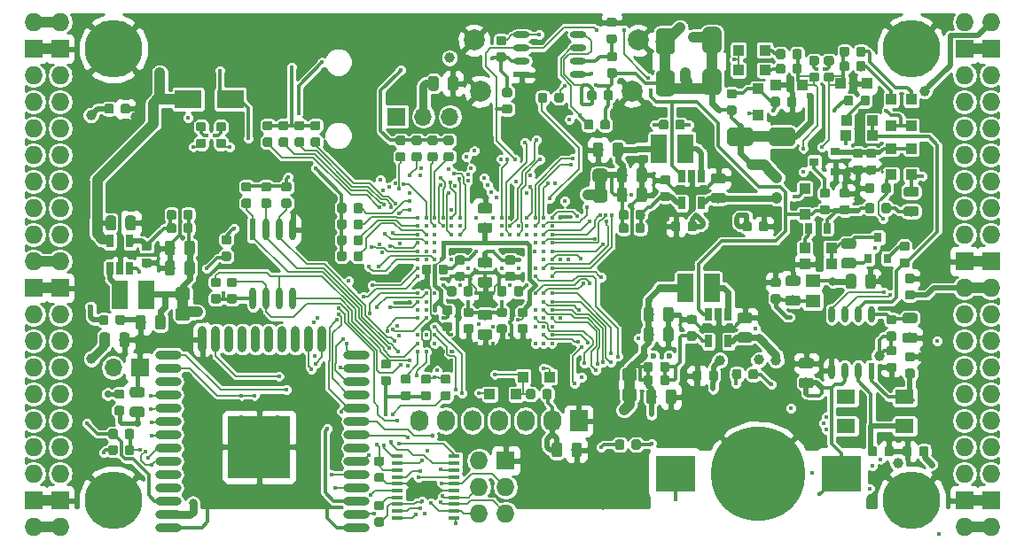
<source format=gbl>
G04 #@! TF.GenerationSoftware,KiCad,Pcbnew,5.0.1+dfsg1-2*
G04 #@! TF.CreationDate,2018-10-26T11:48:04+02:00*
G04 #@! TF.ProjectId,ulx3s,756C7833732E6B696361645F70636200,v3.0.4*
G04 #@! TF.SameCoordinates,Original*
G04 #@! TF.FileFunction,Copper,L4,Bot,Signal*
G04 #@! TF.FilePolarity,Positive*
%FSLAX46Y46*%
G04 Gerber Fmt 4.6, Leading zero omitted, Abs format (unit mm)*
G04 Created by KiCad (PCBNEW 5.0.1+dfsg1-2) date petak, 26. listopada 2018. 11:48:04 CEST*
%MOMM*%
%LPD*%
G01*
G04 APERTURE LIST*
G04 #@! TA.AperFunction,EtchedComponent*
%ADD10C,1.000000*%
G04 #@! TD*
G04 #@! TA.AperFunction,SMDPad,CuDef*
%ADD11O,1.100000X0.400000*%
G04 #@! TD*
G04 #@! TA.AperFunction,SMDPad,CuDef*
%ADD12R,1.100000X0.400000*%
G04 #@! TD*
G04 #@! TA.AperFunction,SMDPad,CuDef*
%ADD13R,1.500000X2.700000*%
G04 #@! TD*
G04 #@! TA.AperFunction,SMDPad,CuDef*
%ADD14R,1.800000X1.400000*%
G04 #@! TD*
G04 #@! TA.AperFunction,SMDPad,CuDef*
%ADD15R,3.700000X3.500000*%
G04 #@! TD*
G04 #@! TA.AperFunction,BGAPad,CuDef*
%ADD16C,9.000000*%
G04 #@! TD*
G04 #@! TA.AperFunction,ComponentPad*
%ADD17C,2.000000*%
G04 #@! TD*
G04 #@! TA.AperFunction,Conductor*
%ADD18C,0.100000*%
G04 #@! TD*
G04 #@! TA.AperFunction,SMDPad,CuDef*
%ADD19C,1.295000*%
G04 #@! TD*
G04 #@! TA.AperFunction,SMDPad,CuDef*
%ADD20C,1.800000*%
G04 #@! TD*
G04 #@! TA.AperFunction,SMDPad,CuDef*
%ADD21C,0.975000*%
G04 #@! TD*
G04 #@! TA.AperFunction,SMDPad,CuDef*
%ADD22C,0.875000*%
G04 #@! TD*
G04 #@! TA.AperFunction,SMDPad,CuDef*
%ADD23R,0.900000X0.800000*%
G04 #@! TD*
G04 #@! TA.AperFunction,SMDPad,CuDef*
%ADD24R,1.000000X1.000000*%
G04 #@! TD*
G04 #@! TA.AperFunction,SMDPad,CuDef*
%ADD25R,0.700000X1.200000*%
G04 #@! TD*
G04 #@! TA.AperFunction,ComponentPad*
%ADD26R,1.727200X2.032000*%
G04 #@! TD*
G04 #@! TA.AperFunction,ComponentPad*
%ADD27O,1.727200X2.032000*%
G04 #@! TD*
G04 #@! TA.AperFunction,SMDPad,CuDef*
%ADD28R,0.600000X1.550000*%
G04 #@! TD*
G04 #@! TA.AperFunction,SMDPad,CuDef*
%ADD29O,0.600000X1.550000*%
G04 #@! TD*
G04 #@! TA.AperFunction,SMDPad,CuDef*
%ADD30R,1.550000X0.600000*%
G04 #@! TD*
G04 #@! TA.AperFunction,SMDPad,CuDef*
%ADD31O,1.550000X0.600000*%
G04 #@! TD*
G04 #@! TA.AperFunction,SMDPad,CuDef*
%ADD32R,0.600000X2.100000*%
G04 #@! TD*
G04 #@! TA.AperFunction,SMDPad,CuDef*
%ADD33O,0.600000X2.100000*%
G04 #@! TD*
G04 #@! TA.AperFunction,SMDPad,CuDef*
%ADD34O,2.500000X0.900000*%
G04 #@! TD*
G04 #@! TA.AperFunction,SMDPad,CuDef*
%ADD35O,0.900000X2.500000*%
G04 #@! TD*
G04 #@! TA.AperFunction,SMDPad,CuDef*
%ADD36R,6.000000X6.000000*%
G04 #@! TD*
G04 #@! TA.AperFunction,ComponentPad*
%ADD37O,1.727200X1.727200*%
G04 #@! TD*
G04 #@! TA.AperFunction,ComponentPad*
%ADD38R,1.727200X1.727200*%
G04 #@! TD*
G04 #@! TA.AperFunction,ComponentPad*
%ADD39C,5.500000*%
G04 #@! TD*
G04 #@! TA.AperFunction,BGAPad,CuDef*
%ADD40C,0.300000*%
G04 #@! TD*
G04 #@! TA.AperFunction,ComponentPad*
%ADD41R,1.700000X1.700000*%
G04 #@! TD*
G04 #@! TA.AperFunction,ComponentPad*
%ADD42O,1.700000X1.700000*%
G04 #@! TD*
G04 #@! TA.AperFunction,SMDPad,CuDef*
%ADD43R,0.670000X1.000000*%
G04 #@! TD*
G04 #@! TA.AperFunction,SMDPad,CuDef*
%ADD44R,2.500000X1.800000*%
G04 #@! TD*
G04 #@! TA.AperFunction,SMDPad,CuDef*
%ADD45R,0.800000X0.900000*%
G04 #@! TD*
G04 #@! TA.AperFunction,SMDPad,CuDef*
%ADD46R,1.400000X1.295000*%
G04 #@! TD*
G04 #@! TA.AperFunction,ViaPad*
%ADD47C,2.000000*%
G04 #@! TD*
G04 #@! TA.AperFunction,ViaPad*
%ADD48C,0.419000*%
G04 #@! TD*
G04 #@! TA.AperFunction,ViaPad*
%ADD49C,1.000000*%
G04 #@! TD*
G04 #@! TA.AperFunction,ViaPad*
%ADD50C,0.600000*%
G04 #@! TD*
G04 #@! TA.AperFunction,ViaPad*
%ADD51C,0.800000*%
G04 #@! TD*
G04 #@! TA.AperFunction,ViaPad*
%ADD52C,0.500000*%
G04 #@! TD*
G04 #@! TA.AperFunction,ViaPad*
%ADD53C,0.700000*%
G04 #@! TD*
G04 #@! TA.AperFunction,ViaPad*
%ADD54C,0.454000*%
G04 #@! TD*
G04 #@! TA.AperFunction,Conductor*
%ADD55C,0.300000*%
G04 #@! TD*
G04 #@! TA.AperFunction,Conductor*
%ADD56C,0.400000*%
G04 #@! TD*
G04 #@! TA.AperFunction,Conductor*
%ADD57C,1.000000*%
G04 #@! TD*
G04 #@! TA.AperFunction,Conductor*
%ADD58C,0.600000*%
G04 #@! TD*
G04 #@! TA.AperFunction,Conductor*
%ADD59C,0.127000*%
G04 #@! TD*
G04 #@! TA.AperFunction,Conductor*
%ADD60C,0.190000*%
G04 #@! TD*
G04 #@! TA.AperFunction,Conductor*
%ADD61C,0.500000*%
G04 #@! TD*
G04 #@! TA.AperFunction,Conductor*
%ADD62C,0.700000*%
G04 #@! TD*
G04 #@! TA.AperFunction,Conductor*
%ADD63C,0.800000*%
G04 #@! TD*
G04 #@! TA.AperFunction,Conductor*
%ADD64C,0.200000*%
G04 #@! TD*
G04 #@! TA.AperFunction,Conductor*
%ADD65C,0.254000*%
G04 #@! TD*
G04 APERTURE END LIST*
D10*
G04 #@! TO.C,RP2*
X109609000Y-88632000D02*
X109609000Y-90632000D01*
G04 #@! TO.C,RP3*
X149472000Y-77311000D02*
X149472000Y-79311000D01*
G04 #@! TO.C,RP1*
X152281000Y-96361000D02*
X152281000Y-98361000D01*
G04 #@! TO.C,D52*
X160155000Y-64391000D02*
X160155000Y-68391000D01*
G04 #@! TO.C,D51*
X155710000Y-68518000D02*
X155710000Y-64518000D01*
G04 #@! TO.C,D9*
X166854000Y-73630000D02*
X162854000Y-73630000D01*
G04 #@! TD*
D11*
G04 #@! TO.P,U6,20*
G04 #@! TO.N,FTDI_TXD*
X130135000Y-104215000D03*
G04 #@! TO.P,U6,19*
G04 #@! TO.N,FTDI_nSLEEP*
X130135000Y-104865000D03*
G04 #@! TO.P,U6,18*
G04 #@! TO.N,FTDI_TXDEN*
X130135000Y-105515000D03*
G04 #@! TO.P,U6,17*
G04 #@! TO.N,FTDI_nRXLED*
X130135000Y-106165000D03*
G04 #@! TO.P,U6,16*
G04 #@! TO.N,GND*
X130135000Y-106815000D03*
G04 #@! TO.P,U6,15*
G04 #@! TO.N,USB5V*
X130135000Y-107465000D03*
G04 #@! TO.P,U6,14*
G04 #@! TO.N,nRESET*
X130135000Y-108115000D03*
G04 #@! TO.P,U6,13*
G04 #@! TO.N,FT2V5*
X130135000Y-108765000D03*
G04 #@! TO.P,U6,12*
G04 #@! TO.N,USB_FTDI_D-*
X130135000Y-109415000D03*
G04 #@! TO.P,U6,11*
G04 #@! TO.N,USB_FTDI_D+*
X130135000Y-110065000D03*
G04 #@! TO.P,U6,10*
G04 #@! TO.N,FTDI_nTXLED*
X135535000Y-110065000D03*
G04 #@! TO.P,U6,9*
G04 #@! TO.N,JTAG_TDO*
X135535000Y-109415000D03*
G04 #@! TO.P,U6,8*
G04 #@! TO.N,JTAG_TMS*
X135535000Y-108765000D03*
G04 #@! TO.P,U6,7*
G04 #@! TO.N,JTAG_TCK*
X135535000Y-108115000D03*
G04 #@! TO.P,U6,6*
G04 #@! TO.N,GND*
X135535000Y-107465000D03*
G04 #@! TO.P,U6,5*
G04 #@! TO.N,JTAG_TDI*
X135535000Y-106815000D03*
G04 #@! TO.P,U6,4*
G04 #@! TO.N,FTDI_RXD*
X135535000Y-106165000D03*
G04 #@! TO.P,U6,3*
G04 #@! TO.N,FT2V5*
X135535000Y-105515000D03*
G04 #@! TO.P,U6,2*
G04 #@! TO.N,FTDI_nRTS*
X135535000Y-104865000D03*
D12*
G04 #@! TO.P,U6,1*
G04 #@! TO.N,FTDI_nDTR*
X135535000Y-104215000D03*
G04 #@! TD*
D13*
G04 #@! TO.P,L3,1*
G04 #@! TO.N,/power/L3*
X157600000Y-74755000D03*
G04 #@! TO.P,L3,2*
G04 #@! TO.N,/power/P3V3*
X155060000Y-74755000D03*
G04 #@! TD*
G04 #@! TO.P,L1,1*
G04 #@! TO.N,/power/L1*
X160140000Y-88090000D03*
G04 #@! TO.P,L1,2*
G04 #@! TO.N,/power/P1V1*
X157600000Y-88090000D03*
G04 #@! TD*
G04 #@! TO.P,L2,1*
G04 #@! TO.N,/power/L2*
X103625000Y-88725000D03*
G04 #@! TO.P,L2,2*
G04 #@! TO.N,/power/P2V5*
X106165000Y-88725000D03*
G04 #@! TD*
D14*
G04 #@! TO.P,Y2,4*
G04 #@! TO.N,/power/OSCI_32k*
X178576000Y-98522000D03*
G04 #@! TO.P,Y2,3*
G04 #@! TO.N,Net-(Y2-Pad3)*
X172976000Y-98522000D03*
G04 #@! TO.P,Y2,2*
G04 #@! TO.N,Net-(Y2-Pad2)*
X172976000Y-101322000D03*
G04 #@! TO.P,Y2,1*
G04 #@! TO.N,/power/OSCO_32k*
X178576000Y-101322000D03*
G04 #@! TD*
D15*
G04 #@! TO.P,BAT1,1*
G04 #@! TO.N,/power/VBAT*
X172485000Y-105870000D03*
X156685000Y-105870000D03*
D16*
G04 #@! TO.P,BAT1,2*
G04 #@! TO.N,GND*
X164585000Y-105870000D03*
G04 #@! TD*
D17*
G04 #@! TO.P,GPDI1,0*
G04 #@! TO.N,GND*
X152546000Y-69312000D03*
X138046000Y-69312000D03*
X153146000Y-64412000D03*
X137446000Y-64412000D03*
G04 #@! TD*
D18*
G04 #@! TO.N,+2V5*
G04 #@! TO.C,RP2*
G36*
X110016983Y-89953559D02*
X110048410Y-89958221D01*
X110079230Y-89965941D01*
X110109144Y-89976644D01*
X110137865Y-89990228D01*
X110165116Y-90006562D01*
X110190635Y-90025488D01*
X110214176Y-90046824D01*
X110235512Y-90070365D01*
X110254438Y-90095884D01*
X110270772Y-90123135D01*
X110284356Y-90151856D01*
X110295059Y-90181770D01*
X110302779Y-90212590D01*
X110307441Y-90244017D01*
X110309000Y-90275750D01*
X110309000Y-90923250D01*
X110307441Y-90954983D01*
X110302779Y-90986410D01*
X110295059Y-91017230D01*
X110284356Y-91047144D01*
X110270772Y-91075865D01*
X110254438Y-91103116D01*
X110235512Y-91128635D01*
X110214176Y-91152176D01*
X110190635Y-91173512D01*
X110165116Y-91192438D01*
X110137865Y-91208772D01*
X110109144Y-91222356D01*
X110079230Y-91233059D01*
X110048410Y-91240779D01*
X110016983Y-91245441D01*
X109985250Y-91247000D01*
X109232750Y-91247000D01*
X109201017Y-91245441D01*
X109169590Y-91240779D01*
X109138770Y-91233059D01*
X109108856Y-91222356D01*
X109080135Y-91208772D01*
X109052884Y-91192438D01*
X109027365Y-91173512D01*
X109003824Y-91152176D01*
X108982488Y-91128635D01*
X108963562Y-91103116D01*
X108947228Y-91075865D01*
X108933644Y-91047144D01*
X108922941Y-91017230D01*
X108915221Y-90986410D01*
X108910559Y-90954983D01*
X108909000Y-90923250D01*
X108909000Y-90275750D01*
X108910559Y-90244017D01*
X108915221Y-90212590D01*
X108922941Y-90181770D01*
X108933644Y-90151856D01*
X108947228Y-90123135D01*
X108963562Y-90095884D01*
X108982488Y-90070365D01*
X109003824Y-90046824D01*
X109027365Y-90025488D01*
X109052884Y-90006562D01*
X109080135Y-89990228D01*
X109108856Y-89976644D01*
X109138770Y-89965941D01*
X109169590Y-89958221D01*
X109201017Y-89953559D01*
X109232750Y-89952000D01*
X109985250Y-89952000D01*
X110016983Y-89953559D01*
X110016983Y-89953559D01*
G37*
D19*
G04 #@! TD*
G04 #@! TO.P,RP2,2*
G04 #@! TO.N,+2V5*
X109609000Y-90599500D03*
D18*
G04 #@! TO.N,/power/P2V5*
G04 #@! TO.C,RP2*
G36*
X110016983Y-88018559D02*
X110048410Y-88023221D01*
X110079230Y-88030941D01*
X110109144Y-88041644D01*
X110137865Y-88055228D01*
X110165116Y-88071562D01*
X110190635Y-88090488D01*
X110214176Y-88111824D01*
X110235512Y-88135365D01*
X110254438Y-88160884D01*
X110270772Y-88188135D01*
X110284356Y-88216856D01*
X110295059Y-88246770D01*
X110302779Y-88277590D01*
X110307441Y-88309017D01*
X110309000Y-88340750D01*
X110309000Y-88988250D01*
X110307441Y-89019983D01*
X110302779Y-89051410D01*
X110295059Y-89082230D01*
X110284356Y-89112144D01*
X110270772Y-89140865D01*
X110254438Y-89168116D01*
X110235512Y-89193635D01*
X110214176Y-89217176D01*
X110190635Y-89238512D01*
X110165116Y-89257438D01*
X110137865Y-89273772D01*
X110109144Y-89287356D01*
X110079230Y-89298059D01*
X110048410Y-89305779D01*
X110016983Y-89310441D01*
X109985250Y-89312000D01*
X109232750Y-89312000D01*
X109201017Y-89310441D01*
X109169590Y-89305779D01*
X109138770Y-89298059D01*
X109108856Y-89287356D01*
X109080135Y-89273772D01*
X109052884Y-89257438D01*
X109027365Y-89238512D01*
X109003824Y-89217176D01*
X108982488Y-89193635D01*
X108963562Y-89168116D01*
X108947228Y-89140865D01*
X108933644Y-89112144D01*
X108922941Y-89082230D01*
X108915221Y-89051410D01*
X108910559Y-89019983D01*
X108909000Y-88988250D01*
X108909000Y-88340750D01*
X108910559Y-88309017D01*
X108915221Y-88277590D01*
X108922941Y-88246770D01*
X108933644Y-88216856D01*
X108947228Y-88188135D01*
X108963562Y-88160884D01*
X108982488Y-88135365D01*
X109003824Y-88111824D01*
X109027365Y-88090488D01*
X109052884Y-88071562D01*
X109080135Y-88055228D01*
X109108856Y-88041644D01*
X109138770Y-88030941D01*
X109169590Y-88023221D01*
X109201017Y-88018559D01*
X109232750Y-88017000D01*
X109985250Y-88017000D01*
X110016983Y-88018559D01*
X110016983Y-88018559D01*
G37*
D19*
G04 #@! TD*
G04 #@! TO.P,RP2,1*
G04 #@! TO.N,/power/P2V5*
X109609000Y-88664500D03*
D18*
G04 #@! TO.N,+3V3*
G04 #@! TO.C,RP3*
G36*
X149879983Y-78632559D02*
X149911410Y-78637221D01*
X149942230Y-78644941D01*
X149972144Y-78655644D01*
X150000865Y-78669228D01*
X150028116Y-78685562D01*
X150053635Y-78704488D01*
X150077176Y-78725824D01*
X150098512Y-78749365D01*
X150117438Y-78774884D01*
X150133772Y-78802135D01*
X150147356Y-78830856D01*
X150158059Y-78860770D01*
X150165779Y-78891590D01*
X150170441Y-78923017D01*
X150172000Y-78954750D01*
X150172000Y-79602250D01*
X150170441Y-79633983D01*
X150165779Y-79665410D01*
X150158059Y-79696230D01*
X150147356Y-79726144D01*
X150133772Y-79754865D01*
X150117438Y-79782116D01*
X150098512Y-79807635D01*
X150077176Y-79831176D01*
X150053635Y-79852512D01*
X150028116Y-79871438D01*
X150000865Y-79887772D01*
X149972144Y-79901356D01*
X149942230Y-79912059D01*
X149911410Y-79919779D01*
X149879983Y-79924441D01*
X149848250Y-79926000D01*
X149095750Y-79926000D01*
X149064017Y-79924441D01*
X149032590Y-79919779D01*
X149001770Y-79912059D01*
X148971856Y-79901356D01*
X148943135Y-79887772D01*
X148915884Y-79871438D01*
X148890365Y-79852512D01*
X148866824Y-79831176D01*
X148845488Y-79807635D01*
X148826562Y-79782116D01*
X148810228Y-79754865D01*
X148796644Y-79726144D01*
X148785941Y-79696230D01*
X148778221Y-79665410D01*
X148773559Y-79633983D01*
X148772000Y-79602250D01*
X148772000Y-78954750D01*
X148773559Y-78923017D01*
X148778221Y-78891590D01*
X148785941Y-78860770D01*
X148796644Y-78830856D01*
X148810228Y-78802135D01*
X148826562Y-78774884D01*
X148845488Y-78749365D01*
X148866824Y-78725824D01*
X148890365Y-78704488D01*
X148915884Y-78685562D01*
X148943135Y-78669228D01*
X148971856Y-78655644D01*
X149001770Y-78644941D01*
X149032590Y-78637221D01*
X149064017Y-78632559D01*
X149095750Y-78631000D01*
X149848250Y-78631000D01*
X149879983Y-78632559D01*
X149879983Y-78632559D01*
G37*
D19*
G04 #@! TD*
G04 #@! TO.P,RP3,2*
G04 #@! TO.N,+3V3*
X149472000Y-79278500D03*
D18*
G04 #@! TO.N,/power/P3V3*
G04 #@! TO.C,RP3*
G36*
X149879983Y-76697559D02*
X149911410Y-76702221D01*
X149942230Y-76709941D01*
X149972144Y-76720644D01*
X150000865Y-76734228D01*
X150028116Y-76750562D01*
X150053635Y-76769488D01*
X150077176Y-76790824D01*
X150098512Y-76814365D01*
X150117438Y-76839884D01*
X150133772Y-76867135D01*
X150147356Y-76895856D01*
X150158059Y-76925770D01*
X150165779Y-76956590D01*
X150170441Y-76988017D01*
X150172000Y-77019750D01*
X150172000Y-77667250D01*
X150170441Y-77698983D01*
X150165779Y-77730410D01*
X150158059Y-77761230D01*
X150147356Y-77791144D01*
X150133772Y-77819865D01*
X150117438Y-77847116D01*
X150098512Y-77872635D01*
X150077176Y-77896176D01*
X150053635Y-77917512D01*
X150028116Y-77936438D01*
X150000865Y-77952772D01*
X149972144Y-77966356D01*
X149942230Y-77977059D01*
X149911410Y-77984779D01*
X149879983Y-77989441D01*
X149848250Y-77991000D01*
X149095750Y-77991000D01*
X149064017Y-77989441D01*
X149032590Y-77984779D01*
X149001770Y-77977059D01*
X148971856Y-77966356D01*
X148943135Y-77952772D01*
X148915884Y-77936438D01*
X148890365Y-77917512D01*
X148866824Y-77896176D01*
X148845488Y-77872635D01*
X148826562Y-77847116D01*
X148810228Y-77819865D01*
X148796644Y-77791144D01*
X148785941Y-77761230D01*
X148778221Y-77730410D01*
X148773559Y-77698983D01*
X148772000Y-77667250D01*
X148772000Y-77019750D01*
X148773559Y-76988017D01*
X148778221Y-76956590D01*
X148785941Y-76925770D01*
X148796644Y-76895856D01*
X148810228Y-76867135D01*
X148826562Y-76839884D01*
X148845488Y-76814365D01*
X148866824Y-76790824D01*
X148890365Y-76769488D01*
X148915884Y-76750562D01*
X148943135Y-76734228D01*
X148971856Y-76720644D01*
X149001770Y-76709941D01*
X149032590Y-76702221D01*
X149064017Y-76697559D01*
X149095750Y-76696000D01*
X149848250Y-76696000D01*
X149879983Y-76697559D01*
X149879983Y-76697559D01*
G37*
D19*
G04 #@! TD*
G04 #@! TO.P,RP3,1*
G04 #@! TO.N,/power/P3V3*
X149472000Y-77343500D03*
D18*
G04 #@! TO.N,+1V1*
G04 #@! TO.C,RP1*
G36*
X152688983Y-97682559D02*
X152720410Y-97687221D01*
X152751230Y-97694941D01*
X152781144Y-97705644D01*
X152809865Y-97719228D01*
X152837116Y-97735562D01*
X152862635Y-97754488D01*
X152886176Y-97775824D01*
X152907512Y-97799365D01*
X152926438Y-97824884D01*
X152942772Y-97852135D01*
X152956356Y-97880856D01*
X152967059Y-97910770D01*
X152974779Y-97941590D01*
X152979441Y-97973017D01*
X152981000Y-98004750D01*
X152981000Y-98652250D01*
X152979441Y-98683983D01*
X152974779Y-98715410D01*
X152967059Y-98746230D01*
X152956356Y-98776144D01*
X152942772Y-98804865D01*
X152926438Y-98832116D01*
X152907512Y-98857635D01*
X152886176Y-98881176D01*
X152862635Y-98902512D01*
X152837116Y-98921438D01*
X152809865Y-98937772D01*
X152781144Y-98951356D01*
X152751230Y-98962059D01*
X152720410Y-98969779D01*
X152688983Y-98974441D01*
X152657250Y-98976000D01*
X151904750Y-98976000D01*
X151873017Y-98974441D01*
X151841590Y-98969779D01*
X151810770Y-98962059D01*
X151780856Y-98951356D01*
X151752135Y-98937772D01*
X151724884Y-98921438D01*
X151699365Y-98902512D01*
X151675824Y-98881176D01*
X151654488Y-98857635D01*
X151635562Y-98832116D01*
X151619228Y-98804865D01*
X151605644Y-98776144D01*
X151594941Y-98746230D01*
X151587221Y-98715410D01*
X151582559Y-98683983D01*
X151581000Y-98652250D01*
X151581000Y-98004750D01*
X151582559Y-97973017D01*
X151587221Y-97941590D01*
X151594941Y-97910770D01*
X151605644Y-97880856D01*
X151619228Y-97852135D01*
X151635562Y-97824884D01*
X151654488Y-97799365D01*
X151675824Y-97775824D01*
X151699365Y-97754488D01*
X151724884Y-97735562D01*
X151752135Y-97719228D01*
X151780856Y-97705644D01*
X151810770Y-97694941D01*
X151841590Y-97687221D01*
X151873017Y-97682559D01*
X151904750Y-97681000D01*
X152657250Y-97681000D01*
X152688983Y-97682559D01*
X152688983Y-97682559D01*
G37*
D19*
G04 #@! TD*
G04 #@! TO.P,RP1,2*
G04 #@! TO.N,+1V1*
X152281000Y-98328500D03*
D18*
G04 #@! TO.N,/power/P1V1*
G04 #@! TO.C,RP1*
G36*
X152688983Y-95747559D02*
X152720410Y-95752221D01*
X152751230Y-95759941D01*
X152781144Y-95770644D01*
X152809865Y-95784228D01*
X152837116Y-95800562D01*
X152862635Y-95819488D01*
X152886176Y-95840824D01*
X152907512Y-95864365D01*
X152926438Y-95889884D01*
X152942772Y-95917135D01*
X152956356Y-95945856D01*
X152967059Y-95975770D01*
X152974779Y-96006590D01*
X152979441Y-96038017D01*
X152981000Y-96069750D01*
X152981000Y-96717250D01*
X152979441Y-96748983D01*
X152974779Y-96780410D01*
X152967059Y-96811230D01*
X152956356Y-96841144D01*
X152942772Y-96869865D01*
X152926438Y-96897116D01*
X152907512Y-96922635D01*
X152886176Y-96946176D01*
X152862635Y-96967512D01*
X152837116Y-96986438D01*
X152809865Y-97002772D01*
X152781144Y-97016356D01*
X152751230Y-97027059D01*
X152720410Y-97034779D01*
X152688983Y-97039441D01*
X152657250Y-97041000D01*
X151904750Y-97041000D01*
X151873017Y-97039441D01*
X151841590Y-97034779D01*
X151810770Y-97027059D01*
X151780856Y-97016356D01*
X151752135Y-97002772D01*
X151724884Y-96986438D01*
X151699365Y-96967512D01*
X151675824Y-96946176D01*
X151654488Y-96922635D01*
X151635562Y-96897116D01*
X151619228Y-96869865D01*
X151605644Y-96841144D01*
X151594941Y-96811230D01*
X151587221Y-96780410D01*
X151582559Y-96748983D01*
X151581000Y-96717250D01*
X151581000Y-96069750D01*
X151582559Y-96038017D01*
X151587221Y-96006590D01*
X151594941Y-95975770D01*
X151605644Y-95945856D01*
X151619228Y-95917135D01*
X151635562Y-95889884D01*
X151654488Y-95864365D01*
X151675824Y-95840824D01*
X151699365Y-95819488D01*
X151724884Y-95800562D01*
X151752135Y-95784228D01*
X151780856Y-95770644D01*
X151810770Y-95759941D01*
X151841590Y-95752221D01*
X151873017Y-95747559D01*
X151904750Y-95746000D01*
X152657250Y-95746000D01*
X152688983Y-95747559D01*
X152688983Y-95747559D01*
G37*
D19*
G04 #@! TD*
G04 #@! TO.P,RP1,1*
G04 #@! TO.N,/power/P1V1*
X152281000Y-96393500D03*
D18*
G04 #@! TO.N,+5V*
G04 #@! TO.C,D52*
G36*
X160649108Y-67143167D02*
X160692791Y-67149647D01*
X160735628Y-67160377D01*
X160777208Y-67175254D01*
X160817129Y-67194135D01*
X160855007Y-67216839D01*
X160890477Y-67243145D01*
X160923198Y-67272802D01*
X160952855Y-67305523D01*
X160979161Y-67340993D01*
X161001865Y-67378871D01*
X161020746Y-67418792D01*
X161035623Y-67460372D01*
X161046353Y-67503209D01*
X161052833Y-67546892D01*
X161055000Y-67591000D01*
X161055000Y-69191000D01*
X161052833Y-69235108D01*
X161046353Y-69278791D01*
X161035623Y-69321628D01*
X161020746Y-69363208D01*
X161001865Y-69403129D01*
X160979161Y-69441007D01*
X160952855Y-69476477D01*
X160923198Y-69509198D01*
X160890477Y-69538855D01*
X160855007Y-69565161D01*
X160817129Y-69587865D01*
X160777208Y-69606746D01*
X160735628Y-69621623D01*
X160692791Y-69632353D01*
X160649108Y-69638833D01*
X160605000Y-69641000D01*
X159705000Y-69641000D01*
X159660892Y-69638833D01*
X159617209Y-69632353D01*
X159574372Y-69621623D01*
X159532792Y-69606746D01*
X159492871Y-69587865D01*
X159454993Y-69565161D01*
X159419523Y-69538855D01*
X159386802Y-69509198D01*
X159357145Y-69476477D01*
X159330839Y-69441007D01*
X159308135Y-69403129D01*
X159289254Y-69363208D01*
X159274377Y-69321628D01*
X159263647Y-69278791D01*
X159257167Y-69235108D01*
X159255000Y-69191000D01*
X159255000Y-67591000D01*
X159257167Y-67546892D01*
X159263647Y-67503209D01*
X159274377Y-67460372D01*
X159289254Y-67418792D01*
X159308135Y-67378871D01*
X159330839Y-67340993D01*
X159357145Y-67305523D01*
X159386802Y-67272802D01*
X159419523Y-67243145D01*
X159454993Y-67216839D01*
X159492871Y-67194135D01*
X159532792Y-67175254D01*
X159574372Y-67160377D01*
X159617209Y-67149647D01*
X159660892Y-67143167D01*
X159705000Y-67141000D01*
X160605000Y-67141000D01*
X160649108Y-67143167D01*
X160649108Y-67143167D01*
G37*
D20*
G04 #@! TD*
G04 #@! TO.P,D52,2*
G04 #@! TO.N,+5V*
X160155000Y-68391000D03*
D18*
G04 #@! TO.N,/gpio/OUT5V*
G04 #@! TO.C,D52*
G36*
X160649108Y-63143167D02*
X160692791Y-63149647D01*
X160735628Y-63160377D01*
X160777208Y-63175254D01*
X160817129Y-63194135D01*
X160855007Y-63216839D01*
X160890477Y-63243145D01*
X160923198Y-63272802D01*
X160952855Y-63305523D01*
X160979161Y-63340993D01*
X161001865Y-63378871D01*
X161020746Y-63418792D01*
X161035623Y-63460372D01*
X161046353Y-63503209D01*
X161052833Y-63546892D01*
X161055000Y-63591000D01*
X161055000Y-65191000D01*
X161052833Y-65235108D01*
X161046353Y-65278791D01*
X161035623Y-65321628D01*
X161020746Y-65363208D01*
X161001865Y-65403129D01*
X160979161Y-65441007D01*
X160952855Y-65476477D01*
X160923198Y-65509198D01*
X160890477Y-65538855D01*
X160855007Y-65565161D01*
X160817129Y-65587865D01*
X160777208Y-65606746D01*
X160735628Y-65621623D01*
X160692791Y-65632353D01*
X160649108Y-65638833D01*
X160605000Y-65641000D01*
X159705000Y-65641000D01*
X159660892Y-65638833D01*
X159617209Y-65632353D01*
X159574372Y-65621623D01*
X159532792Y-65606746D01*
X159492871Y-65587865D01*
X159454993Y-65565161D01*
X159419523Y-65538855D01*
X159386802Y-65509198D01*
X159357145Y-65476477D01*
X159330839Y-65441007D01*
X159308135Y-65403129D01*
X159289254Y-65363208D01*
X159274377Y-65321628D01*
X159263647Y-65278791D01*
X159257167Y-65235108D01*
X159255000Y-65191000D01*
X159255000Y-63591000D01*
X159257167Y-63546892D01*
X159263647Y-63503209D01*
X159274377Y-63460372D01*
X159289254Y-63418792D01*
X159308135Y-63378871D01*
X159330839Y-63340993D01*
X159357145Y-63305523D01*
X159386802Y-63272802D01*
X159419523Y-63243145D01*
X159454993Y-63216839D01*
X159492871Y-63194135D01*
X159532792Y-63175254D01*
X159574372Y-63160377D01*
X159617209Y-63149647D01*
X159660892Y-63143167D01*
X159705000Y-63141000D01*
X160605000Y-63141000D01*
X160649108Y-63143167D01*
X160649108Y-63143167D01*
G37*
D20*
G04 #@! TD*
G04 #@! TO.P,D52,1*
G04 #@! TO.N,/gpio/OUT5V*
X160155000Y-64391000D03*
D18*
G04 #@! TO.N,/gpio/IN5V*
G04 #@! TO.C,D51*
G36*
X156204108Y-63270167D02*
X156247791Y-63276647D01*
X156290628Y-63287377D01*
X156332208Y-63302254D01*
X156372129Y-63321135D01*
X156410007Y-63343839D01*
X156445477Y-63370145D01*
X156478198Y-63399802D01*
X156507855Y-63432523D01*
X156534161Y-63467993D01*
X156556865Y-63505871D01*
X156575746Y-63545792D01*
X156590623Y-63587372D01*
X156601353Y-63630209D01*
X156607833Y-63673892D01*
X156610000Y-63718000D01*
X156610000Y-65318000D01*
X156607833Y-65362108D01*
X156601353Y-65405791D01*
X156590623Y-65448628D01*
X156575746Y-65490208D01*
X156556865Y-65530129D01*
X156534161Y-65568007D01*
X156507855Y-65603477D01*
X156478198Y-65636198D01*
X156445477Y-65665855D01*
X156410007Y-65692161D01*
X156372129Y-65714865D01*
X156332208Y-65733746D01*
X156290628Y-65748623D01*
X156247791Y-65759353D01*
X156204108Y-65765833D01*
X156160000Y-65768000D01*
X155260000Y-65768000D01*
X155215892Y-65765833D01*
X155172209Y-65759353D01*
X155129372Y-65748623D01*
X155087792Y-65733746D01*
X155047871Y-65714865D01*
X155009993Y-65692161D01*
X154974523Y-65665855D01*
X154941802Y-65636198D01*
X154912145Y-65603477D01*
X154885839Y-65568007D01*
X154863135Y-65530129D01*
X154844254Y-65490208D01*
X154829377Y-65448628D01*
X154818647Y-65405791D01*
X154812167Y-65362108D01*
X154810000Y-65318000D01*
X154810000Y-63718000D01*
X154812167Y-63673892D01*
X154818647Y-63630209D01*
X154829377Y-63587372D01*
X154844254Y-63545792D01*
X154863135Y-63505871D01*
X154885839Y-63467993D01*
X154912145Y-63432523D01*
X154941802Y-63399802D01*
X154974523Y-63370145D01*
X155009993Y-63343839D01*
X155047871Y-63321135D01*
X155087792Y-63302254D01*
X155129372Y-63287377D01*
X155172209Y-63276647D01*
X155215892Y-63270167D01*
X155260000Y-63268000D01*
X156160000Y-63268000D01*
X156204108Y-63270167D01*
X156204108Y-63270167D01*
G37*
D20*
G04 #@! TD*
G04 #@! TO.P,D51,2*
G04 #@! TO.N,/gpio/IN5V*
X155710000Y-64518000D03*
D18*
G04 #@! TO.N,+5V*
G04 #@! TO.C,D51*
G36*
X156204108Y-67270167D02*
X156247791Y-67276647D01*
X156290628Y-67287377D01*
X156332208Y-67302254D01*
X156372129Y-67321135D01*
X156410007Y-67343839D01*
X156445477Y-67370145D01*
X156478198Y-67399802D01*
X156507855Y-67432523D01*
X156534161Y-67467993D01*
X156556865Y-67505871D01*
X156575746Y-67545792D01*
X156590623Y-67587372D01*
X156601353Y-67630209D01*
X156607833Y-67673892D01*
X156610000Y-67718000D01*
X156610000Y-69318000D01*
X156607833Y-69362108D01*
X156601353Y-69405791D01*
X156590623Y-69448628D01*
X156575746Y-69490208D01*
X156556865Y-69530129D01*
X156534161Y-69568007D01*
X156507855Y-69603477D01*
X156478198Y-69636198D01*
X156445477Y-69665855D01*
X156410007Y-69692161D01*
X156372129Y-69714865D01*
X156332208Y-69733746D01*
X156290628Y-69748623D01*
X156247791Y-69759353D01*
X156204108Y-69765833D01*
X156160000Y-69768000D01*
X155260000Y-69768000D01*
X155215892Y-69765833D01*
X155172209Y-69759353D01*
X155129372Y-69748623D01*
X155087792Y-69733746D01*
X155047871Y-69714865D01*
X155009993Y-69692161D01*
X154974523Y-69665855D01*
X154941802Y-69636198D01*
X154912145Y-69603477D01*
X154885839Y-69568007D01*
X154863135Y-69530129D01*
X154844254Y-69490208D01*
X154829377Y-69448628D01*
X154818647Y-69405791D01*
X154812167Y-69362108D01*
X154810000Y-69318000D01*
X154810000Y-67718000D01*
X154812167Y-67673892D01*
X154818647Y-67630209D01*
X154829377Y-67587372D01*
X154844254Y-67545792D01*
X154863135Y-67505871D01*
X154885839Y-67467993D01*
X154912145Y-67432523D01*
X154941802Y-67399802D01*
X154974523Y-67370145D01*
X155009993Y-67343839D01*
X155047871Y-67321135D01*
X155087792Y-67302254D01*
X155129372Y-67287377D01*
X155172209Y-67276647D01*
X155215892Y-67270167D01*
X155260000Y-67268000D01*
X156160000Y-67268000D01*
X156204108Y-67270167D01*
X156204108Y-67270167D01*
G37*
D20*
G04 #@! TD*
G04 #@! TO.P,D51,1*
G04 #@! TO.N,+5V*
X155710000Y-68518000D03*
D18*
G04 #@! TO.N,+5V*
G04 #@! TO.C,D9*
G36*
X163698108Y-72732167D02*
X163741791Y-72738647D01*
X163784628Y-72749377D01*
X163826208Y-72764254D01*
X163866129Y-72783135D01*
X163904007Y-72805839D01*
X163939477Y-72832145D01*
X163972198Y-72861802D01*
X164001855Y-72894523D01*
X164028161Y-72929993D01*
X164050865Y-72967871D01*
X164069746Y-73007792D01*
X164084623Y-73049372D01*
X164095353Y-73092209D01*
X164101833Y-73135892D01*
X164104000Y-73180000D01*
X164104000Y-74080000D01*
X164101833Y-74124108D01*
X164095353Y-74167791D01*
X164084623Y-74210628D01*
X164069746Y-74252208D01*
X164050865Y-74292129D01*
X164028161Y-74330007D01*
X164001855Y-74365477D01*
X163972198Y-74398198D01*
X163939477Y-74427855D01*
X163904007Y-74454161D01*
X163866129Y-74476865D01*
X163826208Y-74495746D01*
X163784628Y-74510623D01*
X163741791Y-74521353D01*
X163698108Y-74527833D01*
X163654000Y-74530000D01*
X162054000Y-74530000D01*
X162009892Y-74527833D01*
X161966209Y-74521353D01*
X161923372Y-74510623D01*
X161881792Y-74495746D01*
X161841871Y-74476865D01*
X161803993Y-74454161D01*
X161768523Y-74427855D01*
X161735802Y-74398198D01*
X161706145Y-74365477D01*
X161679839Y-74330007D01*
X161657135Y-74292129D01*
X161638254Y-74252208D01*
X161623377Y-74210628D01*
X161612647Y-74167791D01*
X161606167Y-74124108D01*
X161604000Y-74080000D01*
X161604000Y-73180000D01*
X161606167Y-73135892D01*
X161612647Y-73092209D01*
X161623377Y-73049372D01*
X161638254Y-73007792D01*
X161657135Y-72967871D01*
X161679839Y-72929993D01*
X161706145Y-72894523D01*
X161735802Y-72861802D01*
X161768523Y-72832145D01*
X161803993Y-72805839D01*
X161841871Y-72783135D01*
X161881792Y-72764254D01*
X161923372Y-72749377D01*
X161966209Y-72738647D01*
X162009892Y-72732167D01*
X162054000Y-72730000D01*
X163654000Y-72730000D01*
X163698108Y-72732167D01*
X163698108Y-72732167D01*
G37*
D20*
G04 #@! TD*
G04 #@! TO.P,D9,2*
G04 #@! TO.N,+5V*
X162854000Y-73630000D03*
D18*
G04 #@! TO.N,/usb/US2VBUS*
G04 #@! TO.C,D9*
G36*
X167698108Y-72732167D02*
X167741791Y-72738647D01*
X167784628Y-72749377D01*
X167826208Y-72764254D01*
X167866129Y-72783135D01*
X167904007Y-72805839D01*
X167939477Y-72832145D01*
X167972198Y-72861802D01*
X168001855Y-72894523D01*
X168028161Y-72929993D01*
X168050865Y-72967871D01*
X168069746Y-73007792D01*
X168084623Y-73049372D01*
X168095353Y-73092209D01*
X168101833Y-73135892D01*
X168104000Y-73180000D01*
X168104000Y-74080000D01*
X168101833Y-74124108D01*
X168095353Y-74167791D01*
X168084623Y-74210628D01*
X168069746Y-74252208D01*
X168050865Y-74292129D01*
X168028161Y-74330007D01*
X168001855Y-74365477D01*
X167972198Y-74398198D01*
X167939477Y-74427855D01*
X167904007Y-74454161D01*
X167866129Y-74476865D01*
X167826208Y-74495746D01*
X167784628Y-74510623D01*
X167741791Y-74521353D01*
X167698108Y-74527833D01*
X167654000Y-74530000D01*
X166054000Y-74530000D01*
X166009892Y-74527833D01*
X165966209Y-74521353D01*
X165923372Y-74510623D01*
X165881792Y-74495746D01*
X165841871Y-74476865D01*
X165803993Y-74454161D01*
X165768523Y-74427855D01*
X165735802Y-74398198D01*
X165706145Y-74365477D01*
X165679839Y-74330007D01*
X165657135Y-74292129D01*
X165638254Y-74252208D01*
X165623377Y-74210628D01*
X165612647Y-74167791D01*
X165606167Y-74124108D01*
X165604000Y-74080000D01*
X165604000Y-73180000D01*
X165606167Y-73135892D01*
X165612647Y-73092209D01*
X165623377Y-73049372D01*
X165638254Y-73007792D01*
X165657135Y-72967871D01*
X165679839Y-72929993D01*
X165706145Y-72894523D01*
X165735802Y-72861802D01*
X165768523Y-72832145D01*
X165803993Y-72805839D01*
X165841871Y-72783135D01*
X165881792Y-72764254D01*
X165923372Y-72749377D01*
X165966209Y-72738647D01*
X166009892Y-72732167D01*
X166054000Y-72730000D01*
X167654000Y-72730000D01*
X167698108Y-72732167D01*
X167698108Y-72732167D01*
G37*
D20*
G04 #@! TD*
G04 #@! TO.P,D9,1*
G04 #@! TO.N,/usb/US2VBUS*
X166854000Y-73630000D03*
D18*
G04 #@! TO.N,GND*
G04 #@! TO.C,C1*
G36*
X104908642Y-81186174D02*
X104932303Y-81189684D01*
X104955507Y-81195496D01*
X104978029Y-81203554D01*
X104999653Y-81213782D01*
X105020170Y-81226079D01*
X105039383Y-81240329D01*
X105057107Y-81256393D01*
X105073171Y-81274117D01*
X105087421Y-81293330D01*
X105099718Y-81313847D01*
X105109946Y-81335471D01*
X105118004Y-81357993D01*
X105123816Y-81381197D01*
X105127326Y-81404858D01*
X105128500Y-81428750D01*
X105128500Y-82341250D01*
X105127326Y-82365142D01*
X105123816Y-82388803D01*
X105118004Y-82412007D01*
X105109946Y-82434529D01*
X105099718Y-82456153D01*
X105087421Y-82476670D01*
X105073171Y-82495883D01*
X105057107Y-82513607D01*
X105039383Y-82529671D01*
X105020170Y-82543921D01*
X104999653Y-82556218D01*
X104978029Y-82566446D01*
X104955507Y-82574504D01*
X104932303Y-82580316D01*
X104908642Y-82583826D01*
X104884750Y-82585000D01*
X104397250Y-82585000D01*
X104373358Y-82583826D01*
X104349697Y-82580316D01*
X104326493Y-82574504D01*
X104303971Y-82566446D01*
X104282347Y-82556218D01*
X104261830Y-82543921D01*
X104242617Y-82529671D01*
X104224893Y-82513607D01*
X104208829Y-82495883D01*
X104194579Y-82476670D01*
X104182282Y-82456153D01*
X104172054Y-82434529D01*
X104163996Y-82412007D01*
X104158184Y-82388803D01*
X104154674Y-82365142D01*
X104153500Y-82341250D01*
X104153500Y-81428750D01*
X104154674Y-81404858D01*
X104158184Y-81381197D01*
X104163996Y-81357993D01*
X104172054Y-81335471D01*
X104182282Y-81313847D01*
X104194579Y-81293330D01*
X104208829Y-81274117D01*
X104224893Y-81256393D01*
X104242617Y-81240329D01*
X104261830Y-81226079D01*
X104282347Y-81213782D01*
X104303971Y-81203554D01*
X104326493Y-81195496D01*
X104349697Y-81189684D01*
X104373358Y-81186174D01*
X104397250Y-81185000D01*
X104884750Y-81185000D01*
X104908642Y-81186174D01*
X104908642Y-81186174D01*
G37*
D21*
G04 #@! TD*
G04 #@! TO.P,C1,2*
G04 #@! TO.N,GND*
X104641000Y-81885000D03*
D18*
G04 #@! TO.N,+5V*
G04 #@! TO.C,C1*
G36*
X103033642Y-81186174D02*
X103057303Y-81189684D01*
X103080507Y-81195496D01*
X103103029Y-81203554D01*
X103124653Y-81213782D01*
X103145170Y-81226079D01*
X103164383Y-81240329D01*
X103182107Y-81256393D01*
X103198171Y-81274117D01*
X103212421Y-81293330D01*
X103224718Y-81313847D01*
X103234946Y-81335471D01*
X103243004Y-81357993D01*
X103248816Y-81381197D01*
X103252326Y-81404858D01*
X103253500Y-81428750D01*
X103253500Y-82341250D01*
X103252326Y-82365142D01*
X103248816Y-82388803D01*
X103243004Y-82412007D01*
X103234946Y-82434529D01*
X103224718Y-82456153D01*
X103212421Y-82476670D01*
X103198171Y-82495883D01*
X103182107Y-82513607D01*
X103164383Y-82529671D01*
X103145170Y-82543921D01*
X103124653Y-82556218D01*
X103103029Y-82566446D01*
X103080507Y-82574504D01*
X103057303Y-82580316D01*
X103033642Y-82583826D01*
X103009750Y-82585000D01*
X102522250Y-82585000D01*
X102498358Y-82583826D01*
X102474697Y-82580316D01*
X102451493Y-82574504D01*
X102428971Y-82566446D01*
X102407347Y-82556218D01*
X102386830Y-82543921D01*
X102367617Y-82529671D01*
X102349893Y-82513607D01*
X102333829Y-82495883D01*
X102319579Y-82476670D01*
X102307282Y-82456153D01*
X102297054Y-82434529D01*
X102288996Y-82412007D01*
X102283184Y-82388803D01*
X102279674Y-82365142D01*
X102278500Y-82341250D01*
X102278500Y-81428750D01*
X102279674Y-81404858D01*
X102283184Y-81381197D01*
X102288996Y-81357993D01*
X102297054Y-81335471D01*
X102307282Y-81313847D01*
X102319579Y-81293330D01*
X102333829Y-81274117D01*
X102349893Y-81256393D01*
X102367617Y-81240329D01*
X102386830Y-81226079D01*
X102407347Y-81213782D01*
X102428971Y-81203554D01*
X102451493Y-81195496D01*
X102474697Y-81189684D01*
X102498358Y-81186174D01*
X102522250Y-81185000D01*
X103009750Y-81185000D01*
X103033642Y-81186174D01*
X103033642Y-81186174D01*
G37*
D21*
G04 #@! TD*
G04 #@! TO.P,C1,1*
G04 #@! TO.N,+5V*
X102766000Y-81885000D03*
D18*
G04 #@! TO.N,FT2V5*
G04 #@! TO.C,R9*
G36*
X128667691Y-110031053D02*
X128688926Y-110034203D01*
X128709750Y-110039419D01*
X128729962Y-110046651D01*
X128749368Y-110055830D01*
X128767781Y-110066866D01*
X128785024Y-110079654D01*
X128800930Y-110094070D01*
X128815346Y-110109976D01*
X128828134Y-110127219D01*
X128839170Y-110145632D01*
X128848349Y-110165038D01*
X128855581Y-110185250D01*
X128860797Y-110206074D01*
X128863947Y-110227309D01*
X128865000Y-110248750D01*
X128865000Y-110686250D01*
X128863947Y-110707691D01*
X128860797Y-110728926D01*
X128855581Y-110749750D01*
X128848349Y-110769962D01*
X128839170Y-110789368D01*
X128828134Y-110807781D01*
X128815346Y-110825024D01*
X128800930Y-110840930D01*
X128785024Y-110855346D01*
X128767781Y-110868134D01*
X128749368Y-110879170D01*
X128729962Y-110888349D01*
X128709750Y-110895581D01*
X128688926Y-110900797D01*
X128667691Y-110903947D01*
X128646250Y-110905000D01*
X128133750Y-110905000D01*
X128112309Y-110903947D01*
X128091074Y-110900797D01*
X128070250Y-110895581D01*
X128050038Y-110888349D01*
X128030632Y-110879170D01*
X128012219Y-110868134D01*
X127994976Y-110855346D01*
X127979070Y-110840930D01*
X127964654Y-110825024D01*
X127951866Y-110807781D01*
X127940830Y-110789368D01*
X127931651Y-110769962D01*
X127924419Y-110749750D01*
X127919203Y-110728926D01*
X127916053Y-110707691D01*
X127915000Y-110686250D01*
X127915000Y-110248750D01*
X127916053Y-110227309D01*
X127919203Y-110206074D01*
X127924419Y-110185250D01*
X127931651Y-110165038D01*
X127940830Y-110145632D01*
X127951866Y-110127219D01*
X127964654Y-110109976D01*
X127979070Y-110094070D01*
X127994976Y-110079654D01*
X128012219Y-110066866D01*
X128030632Y-110055830D01*
X128050038Y-110046651D01*
X128070250Y-110039419D01*
X128091074Y-110034203D01*
X128112309Y-110031053D01*
X128133750Y-110030000D01*
X128646250Y-110030000D01*
X128667691Y-110031053D01*
X128667691Y-110031053D01*
G37*
D22*
G04 #@! TD*
G04 #@! TO.P,R9,2*
G04 #@! TO.N,FT2V5*
X128390000Y-110467500D03*
D18*
G04 #@! TO.N,nRESET*
G04 #@! TO.C,R9*
G36*
X128667691Y-108456053D02*
X128688926Y-108459203D01*
X128709750Y-108464419D01*
X128729962Y-108471651D01*
X128749368Y-108480830D01*
X128767781Y-108491866D01*
X128785024Y-108504654D01*
X128800930Y-108519070D01*
X128815346Y-108534976D01*
X128828134Y-108552219D01*
X128839170Y-108570632D01*
X128848349Y-108590038D01*
X128855581Y-108610250D01*
X128860797Y-108631074D01*
X128863947Y-108652309D01*
X128865000Y-108673750D01*
X128865000Y-109111250D01*
X128863947Y-109132691D01*
X128860797Y-109153926D01*
X128855581Y-109174750D01*
X128848349Y-109194962D01*
X128839170Y-109214368D01*
X128828134Y-109232781D01*
X128815346Y-109250024D01*
X128800930Y-109265930D01*
X128785024Y-109280346D01*
X128767781Y-109293134D01*
X128749368Y-109304170D01*
X128729962Y-109313349D01*
X128709750Y-109320581D01*
X128688926Y-109325797D01*
X128667691Y-109328947D01*
X128646250Y-109330000D01*
X128133750Y-109330000D01*
X128112309Y-109328947D01*
X128091074Y-109325797D01*
X128070250Y-109320581D01*
X128050038Y-109313349D01*
X128030632Y-109304170D01*
X128012219Y-109293134D01*
X127994976Y-109280346D01*
X127979070Y-109265930D01*
X127964654Y-109250024D01*
X127951866Y-109232781D01*
X127940830Y-109214368D01*
X127931651Y-109194962D01*
X127924419Y-109174750D01*
X127919203Y-109153926D01*
X127916053Y-109132691D01*
X127915000Y-109111250D01*
X127915000Y-108673750D01*
X127916053Y-108652309D01*
X127919203Y-108631074D01*
X127924419Y-108610250D01*
X127931651Y-108590038D01*
X127940830Y-108570632D01*
X127951866Y-108552219D01*
X127964654Y-108534976D01*
X127979070Y-108519070D01*
X127994976Y-108504654D01*
X128012219Y-108491866D01*
X128030632Y-108480830D01*
X128050038Y-108471651D01*
X128070250Y-108464419D01*
X128091074Y-108459203D01*
X128112309Y-108456053D01*
X128133750Y-108455000D01*
X128646250Y-108455000D01*
X128667691Y-108456053D01*
X128667691Y-108456053D01*
G37*
D22*
G04 #@! TD*
G04 #@! TO.P,R9,1*
G04 #@! TO.N,nRESET*
X128390000Y-108892500D03*
D18*
G04 #@! TO.N,FTDI_TXDEN*
G04 #@! TO.C,R56*
G36*
X128667691Y-104222053D02*
X128688926Y-104225203D01*
X128709750Y-104230419D01*
X128729962Y-104237651D01*
X128749368Y-104246830D01*
X128767781Y-104257866D01*
X128785024Y-104270654D01*
X128800930Y-104285070D01*
X128815346Y-104300976D01*
X128828134Y-104318219D01*
X128839170Y-104336632D01*
X128848349Y-104356038D01*
X128855581Y-104376250D01*
X128860797Y-104397074D01*
X128863947Y-104418309D01*
X128865000Y-104439750D01*
X128865000Y-104877250D01*
X128863947Y-104898691D01*
X128860797Y-104919926D01*
X128855581Y-104940750D01*
X128848349Y-104960962D01*
X128839170Y-104980368D01*
X128828134Y-104998781D01*
X128815346Y-105016024D01*
X128800930Y-105031930D01*
X128785024Y-105046346D01*
X128767781Y-105059134D01*
X128749368Y-105070170D01*
X128729962Y-105079349D01*
X128709750Y-105086581D01*
X128688926Y-105091797D01*
X128667691Y-105094947D01*
X128646250Y-105096000D01*
X128133750Y-105096000D01*
X128112309Y-105094947D01*
X128091074Y-105091797D01*
X128070250Y-105086581D01*
X128050038Y-105079349D01*
X128030632Y-105070170D01*
X128012219Y-105059134D01*
X127994976Y-105046346D01*
X127979070Y-105031930D01*
X127964654Y-105016024D01*
X127951866Y-104998781D01*
X127940830Y-104980368D01*
X127931651Y-104960962D01*
X127924419Y-104940750D01*
X127919203Y-104919926D01*
X127916053Y-104898691D01*
X127915000Y-104877250D01*
X127915000Y-104439750D01*
X127916053Y-104418309D01*
X127919203Y-104397074D01*
X127924419Y-104376250D01*
X127931651Y-104356038D01*
X127940830Y-104336632D01*
X127951866Y-104318219D01*
X127964654Y-104300976D01*
X127979070Y-104285070D01*
X127994976Y-104270654D01*
X128012219Y-104257866D01*
X128030632Y-104246830D01*
X128050038Y-104237651D01*
X128070250Y-104230419D01*
X128091074Y-104225203D01*
X128112309Y-104222053D01*
X128133750Y-104221000D01*
X128646250Y-104221000D01*
X128667691Y-104222053D01*
X128667691Y-104222053D01*
G37*
D22*
G04 #@! TD*
G04 #@! TO.P,R56,2*
G04 #@! TO.N,FTDI_TXDEN*
X128390000Y-104658500D03*
D18*
G04 #@! TO.N,GND*
G04 #@! TO.C,R56*
G36*
X128667691Y-105797053D02*
X128688926Y-105800203D01*
X128709750Y-105805419D01*
X128729962Y-105812651D01*
X128749368Y-105821830D01*
X128767781Y-105832866D01*
X128785024Y-105845654D01*
X128800930Y-105860070D01*
X128815346Y-105875976D01*
X128828134Y-105893219D01*
X128839170Y-105911632D01*
X128848349Y-105931038D01*
X128855581Y-105951250D01*
X128860797Y-105972074D01*
X128863947Y-105993309D01*
X128865000Y-106014750D01*
X128865000Y-106452250D01*
X128863947Y-106473691D01*
X128860797Y-106494926D01*
X128855581Y-106515750D01*
X128848349Y-106535962D01*
X128839170Y-106555368D01*
X128828134Y-106573781D01*
X128815346Y-106591024D01*
X128800930Y-106606930D01*
X128785024Y-106621346D01*
X128767781Y-106634134D01*
X128749368Y-106645170D01*
X128729962Y-106654349D01*
X128709750Y-106661581D01*
X128688926Y-106666797D01*
X128667691Y-106669947D01*
X128646250Y-106671000D01*
X128133750Y-106671000D01*
X128112309Y-106669947D01*
X128091074Y-106666797D01*
X128070250Y-106661581D01*
X128050038Y-106654349D01*
X128030632Y-106645170D01*
X128012219Y-106634134D01*
X127994976Y-106621346D01*
X127979070Y-106606930D01*
X127964654Y-106591024D01*
X127951866Y-106573781D01*
X127940830Y-106555368D01*
X127931651Y-106535962D01*
X127924419Y-106515750D01*
X127919203Y-106494926D01*
X127916053Y-106473691D01*
X127915000Y-106452250D01*
X127915000Y-106014750D01*
X127916053Y-105993309D01*
X127919203Y-105972074D01*
X127924419Y-105951250D01*
X127931651Y-105931038D01*
X127940830Y-105911632D01*
X127951866Y-105893219D01*
X127964654Y-105875976D01*
X127979070Y-105860070D01*
X127994976Y-105845654D01*
X128012219Y-105832866D01*
X128030632Y-105821830D01*
X128050038Y-105812651D01*
X128070250Y-105805419D01*
X128091074Y-105800203D01*
X128112309Y-105797053D01*
X128133750Y-105796000D01*
X128646250Y-105796000D01*
X128667691Y-105797053D01*
X128667691Y-105797053D01*
G37*
D22*
G04 #@! TD*
G04 #@! TO.P,R56,1*
G04 #@! TO.N,GND*
X128390000Y-106233500D03*
D18*
G04 #@! TO.N,PROG_DONE*
G04 #@! TO.C,R55*
G36*
X135017691Y-97966053D02*
X135038926Y-97969203D01*
X135059750Y-97974419D01*
X135079962Y-97981651D01*
X135099368Y-97990830D01*
X135117781Y-98001866D01*
X135135024Y-98014654D01*
X135150930Y-98029070D01*
X135165346Y-98044976D01*
X135178134Y-98062219D01*
X135189170Y-98080632D01*
X135198349Y-98100038D01*
X135205581Y-98120250D01*
X135210797Y-98141074D01*
X135213947Y-98162309D01*
X135215000Y-98183750D01*
X135215000Y-98621250D01*
X135213947Y-98642691D01*
X135210797Y-98663926D01*
X135205581Y-98684750D01*
X135198349Y-98704962D01*
X135189170Y-98724368D01*
X135178134Y-98742781D01*
X135165346Y-98760024D01*
X135150930Y-98775930D01*
X135135024Y-98790346D01*
X135117781Y-98803134D01*
X135099368Y-98814170D01*
X135079962Y-98823349D01*
X135059750Y-98830581D01*
X135038926Y-98835797D01*
X135017691Y-98838947D01*
X134996250Y-98840000D01*
X134483750Y-98840000D01*
X134462309Y-98838947D01*
X134441074Y-98835797D01*
X134420250Y-98830581D01*
X134400038Y-98823349D01*
X134380632Y-98814170D01*
X134362219Y-98803134D01*
X134344976Y-98790346D01*
X134329070Y-98775930D01*
X134314654Y-98760024D01*
X134301866Y-98742781D01*
X134290830Y-98724368D01*
X134281651Y-98704962D01*
X134274419Y-98684750D01*
X134269203Y-98663926D01*
X134266053Y-98642691D01*
X134265000Y-98621250D01*
X134265000Y-98183750D01*
X134266053Y-98162309D01*
X134269203Y-98141074D01*
X134274419Y-98120250D01*
X134281651Y-98100038D01*
X134290830Y-98080632D01*
X134301866Y-98062219D01*
X134314654Y-98044976D01*
X134329070Y-98029070D01*
X134344976Y-98014654D01*
X134362219Y-98001866D01*
X134380632Y-97990830D01*
X134400038Y-97981651D01*
X134420250Y-97974419D01*
X134441074Y-97969203D01*
X134462309Y-97966053D01*
X134483750Y-97965000D01*
X134996250Y-97965000D01*
X135017691Y-97966053D01*
X135017691Y-97966053D01*
G37*
D22*
G04 #@! TD*
G04 #@! TO.P,R55,2*
G04 #@! TO.N,PROG_DONE*
X134740000Y-98402500D03*
D18*
G04 #@! TO.N,/flash/FPGA_DONE*
G04 #@! TO.C,R55*
G36*
X135017691Y-96391053D02*
X135038926Y-96394203D01*
X135059750Y-96399419D01*
X135079962Y-96406651D01*
X135099368Y-96415830D01*
X135117781Y-96426866D01*
X135135024Y-96439654D01*
X135150930Y-96454070D01*
X135165346Y-96469976D01*
X135178134Y-96487219D01*
X135189170Y-96505632D01*
X135198349Y-96525038D01*
X135205581Y-96545250D01*
X135210797Y-96566074D01*
X135213947Y-96587309D01*
X135215000Y-96608750D01*
X135215000Y-97046250D01*
X135213947Y-97067691D01*
X135210797Y-97088926D01*
X135205581Y-97109750D01*
X135198349Y-97129962D01*
X135189170Y-97149368D01*
X135178134Y-97167781D01*
X135165346Y-97185024D01*
X135150930Y-97200930D01*
X135135024Y-97215346D01*
X135117781Y-97228134D01*
X135099368Y-97239170D01*
X135079962Y-97248349D01*
X135059750Y-97255581D01*
X135038926Y-97260797D01*
X135017691Y-97263947D01*
X134996250Y-97265000D01*
X134483750Y-97265000D01*
X134462309Y-97263947D01*
X134441074Y-97260797D01*
X134420250Y-97255581D01*
X134400038Y-97248349D01*
X134380632Y-97239170D01*
X134362219Y-97228134D01*
X134344976Y-97215346D01*
X134329070Y-97200930D01*
X134314654Y-97185024D01*
X134301866Y-97167781D01*
X134290830Y-97149368D01*
X134281651Y-97129962D01*
X134274419Y-97109750D01*
X134269203Y-97088926D01*
X134266053Y-97067691D01*
X134265000Y-97046250D01*
X134265000Y-96608750D01*
X134266053Y-96587309D01*
X134269203Y-96566074D01*
X134274419Y-96545250D01*
X134281651Y-96525038D01*
X134290830Y-96505632D01*
X134301866Y-96487219D01*
X134314654Y-96469976D01*
X134329070Y-96454070D01*
X134344976Y-96439654D01*
X134362219Y-96426866D01*
X134380632Y-96415830D01*
X134400038Y-96406651D01*
X134420250Y-96399419D01*
X134441074Y-96394203D01*
X134462309Y-96391053D01*
X134483750Y-96390000D01*
X134996250Y-96390000D01*
X135017691Y-96391053D01*
X135017691Y-96391053D01*
G37*
D22*
G04 #@! TD*
G04 #@! TO.P,R55,1*
G04 #@! TO.N,/flash/FPGA_DONE*
X134740000Y-96827500D03*
D18*
G04 #@! TO.N,/flash/FPGA_DONE*
G04 #@! TO.C,R32*
G36*
X133112691Y-96391053D02*
X133133926Y-96394203D01*
X133154750Y-96399419D01*
X133174962Y-96406651D01*
X133194368Y-96415830D01*
X133212781Y-96426866D01*
X133230024Y-96439654D01*
X133245930Y-96454070D01*
X133260346Y-96469976D01*
X133273134Y-96487219D01*
X133284170Y-96505632D01*
X133293349Y-96525038D01*
X133300581Y-96545250D01*
X133305797Y-96566074D01*
X133308947Y-96587309D01*
X133310000Y-96608750D01*
X133310000Y-97046250D01*
X133308947Y-97067691D01*
X133305797Y-97088926D01*
X133300581Y-97109750D01*
X133293349Y-97129962D01*
X133284170Y-97149368D01*
X133273134Y-97167781D01*
X133260346Y-97185024D01*
X133245930Y-97200930D01*
X133230024Y-97215346D01*
X133212781Y-97228134D01*
X133194368Y-97239170D01*
X133174962Y-97248349D01*
X133154750Y-97255581D01*
X133133926Y-97260797D01*
X133112691Y-97263947D01*
X133091250Y-97265000D01*
X132578750Y-97265000D01*
X132557309Y-97263947D01*
X132536074Y-97260797D01*
X132515250Y-97255581D01*
X132495038Y-97248349D01*
X132475632Y-97239170D01*
X132457219Y-97228134D01*
X132439976Y-97215346D01*
X132424070Y-97200930D01*
X132409654Y-97185024D01*
X132396866Y-97167781D01*
X132385830Y-97149368D01*
X132376651Y-97129962D01*
X132369419Y-97109750D01*
X132364203Y-97088926D01*
X132361053Y-97067691D01*
X132360000Y-97046250D01*
X132360000Y-96608750D01*
X132361053Y-96587309D01*
X132364203Y-96566074D01*
X132369419Y-96545250D01*
X132376651Y-96525038D01*
X132385830Y-96505632D01*
X132396866Y-96487219D01*
X132409654Y-96469976D01*
X132424070Y-96454070D01*
X132439976Y-96439654D01*
X132457219Y-96426866D01*
X132475632Y-96415830D01*
X132495038Y-96406651D01*
X132515250Y-96399419D01*
X132536074Y-96394203D01*
X132557309Y-96391053D01*
X132578750Y-96390000D01*
X133091250Y-96390000D01*
X133112691Y-96391053D01*
X133112691Y-96391053D01*
G37*
D22*
G04 #@! TD*
G04 #@! TO.P,R32,2*
G04 #@! TO.N,/flash/FPGA_DONE*
X132835000Y-96827500D03*
D18*
G04 #@! TO.N,+3V3*
G04 #@! TO.C,R32*
G36*
X133112691Y-97966053D02*
X133133926Y-97969203D01*
X133154750Y-97974419D01*
X133174962Y-97981651D01*
X133194368Y-97990830D01*
X133212781Y-98001866D01*
X133230024Y-98014654D01*
X133245930Y-98029070D01*
X133260346Y-98044976D01*
X133273134Y-98062219D01*
X133284170Y-98080632D01*
X133293349Y-98100038D01*
X133300581Y-98120250D01*
X133305797Y-98141074D01*
X133308947Y-98162309D01*
X133310000Y-98183750D01*
X133310000Y-98621250D01*
X133308947Y-98642691D01*
X133305797Y-98663926D01*
X133300581Y-98684750D01*
X133293349Y-98704962D01*
X133284170Y-98724368D01*
X133273134Y-98742781D01*
X133260346Y-98760024D01*
X133245930Y-98775930D01*
X133230024Y-98790346D01*
X133212781Y-98803134D01*
X133194368Y-98814170D01*
X133174962Y-98823349D01*
X133154750Y-98830581D01*
X133133926Y-98835797D01*
X133112691Y-98838947D01*
X133091250Y-98840000D01*
X132578750Y-98840000D01*
X132557309Y-98838947D01*
X132536074Y-98835797D01*
X132515250Y-98830581D01*
X132495038Y-98823349D01*
X132475632Y-98814170D01*
X132457219Y-98803134D01*
X132439976Y-98790346D01*
X132424070Y-98775930D01*
X132409654Y-98760024D01*
X132396866Y-98742781D01*
X132385830Y-98724368D01*
X132376651Y-98704962D01*
X132369419Y-98684750D01*
X132364203Y-98663926D01*
X132361053Y-98642691D01*
X132360000Y-98621250D01*
X132360000Y-98183750D01*
X132361053Y-98162309D01*
X132364203Y-98141074D01*
X132369419Y-98120250D01*
X132376651Y-98100038D01*
X132385830Y-98080632D01*
X132396866Y-98062219D01*
X132409654Y-98044976D01*
X132424070Y-98029070D01*
X132439976Y-98014654D01*
X132457219Y-98001866D01*
X132475632Y-97990830D01*
X132495038Y-97981651D01*
X132515250Y-97974419D01*
X132536074Y-97969203D01*
X132557309Y-97966053D01*
X132578750Y-97965000D01*
X133091250Y-97965000D01*
X133112691Y-97966053D01*
X133112691Y-97966053D01*
G37*
D22*
G04 #@! TD*
G04 #@! TO.P,R32,1*
G04 #@! TO.N,+3V3*
X132835000Y-98402500D03*
D18*
G04 #@! TO.N,/flash/FPGA_INITN*
G04 #@! TO.C,R33*
G36*
X131207691Y-96391053D02*
X131228926Y-96394203D01*
X131249750Y-96399419D01*
X131269962Y-96406651D01*
X131289368Y-96415830D01*
X131307781Y-96426866D01*
X131325024Y-96439654D01*
X131340930Y-96454070D01*
X131355346Y-96469976D01*
X131368134Y-96487219D01*
X131379170Y-96505632D01*
X131388349Y-96525038D01*
X131395581Y-96545250D01*
X131400797Y-96566074D01*
X131403947Y-96587309D01*
X131405000Y-96608750D01*
X131405000Y-97046250D01*
X131403947Y-97067691D01*
X131400797Y-97088926D01*
X131395581Y-97109750D01*
X131388349Y-97129962D01*
X131379170Y-97149368D01*
X131368134Y-97167781D01*
X131355346Y-97185024D01*
X131340930Y-97200930D01*
X131325024Y-97215346D01*
X131307781Y-97228134D01*
X131289368Y-97239170D01*
X131269962Y-97248349D01*
X131249750Y-97255581D01*
X131228926Y-97260797D01*
X131207691Y-97263947D01*
X131186250Y-97265000D01*
X130673750Y-97265000D01*
X130652309Y-97263947D01*
X130631074Y-97260797D01*
X130610250Y-97255581D01*
X130590038Y-97248349D01*
X130570632Y-97239170D01*
X130552219Y-97228134D01*
X130534976Y-97215346D01*
X130519070Y-97200930D01*
X130504654Y-97185024D01*
X130491866Y-97167781D01*
X130480830Y-97149368D01*
X130471651Y-97129962D01*
X130464419Y-97109750D01*
X130459203Y-97088926D01*
X130456053Y-97067691D01*
X130455000Y-97046250D01*
X130455000Y-96608750D01*
X130456053Y-96587309D01*
X130459203Y-96566074D01*
X130464419Y-96545250D01*
X130471651Y-96525038D01*
X130480830Y-96505632D01*
X130491866Y-96487219D01*
X130504654Y-96469976D01*
X130519070Y-96454070D01*
X130534976Y-96439654D01*
X130552219Y-96426866D01*
X130570632Y-96415830D01*
X130590038Y-96406651D01*
X130610250Y-96399419D01*
X130631074Y-96394203D01*
X130652309Y-96391053D01*
X130673750Y-96390000D01*
X131186250Y-96390000D01*
X131207691Y-96391053D01*
X131207691Y-96391053D01*
G37*
D22*
G04 #@! TD*
G04 #@! TO.P,R33,2*
G04 #@! TO.N,/flash/FPGA_INITN*
X130930000Y-96827500D03*
D18*
G04 #@! TO.N,+3V3*
G04 #@! TO.C,R33*
G36*
X131207691Y-97966053D02*
X131228926Y-97969203D01*
X131249750Y-97974419D01*
X131269962Y-97981651D01*
X131289368Y-97990830D01*
X131307781Y-98001866D01*
X131325024Y-98014654D01*
X131340930Y-98029070D01*
X131355346Y-98044976D01*
X131368134Y-98062219D01*
X131379170Y-98080632D01*
X131388349Y-98100038D01*
X131395581Y-98120250D01*
X131400797Y-98141074D01*
X131403947Y-98162309D01*
X131405000Y-98183750D01*
X131405000Y-98621250D01*
X131403947Y-98642691D01*
X131400797Y-98663926D01*
X131395581Y-98684750D01*
X131388349Y-98704962D01*
X131379170Y-98724368D01*
X131368134Y-98742781D01*
X131355346Y-98760024D01*
X131340930Y-98775930D01*
X131325024Y-98790346D01*
X131307781Y-98803134D01*
X131289368Y-98814170D01*
X131269962Y-98823349D01*
X131249750Y-98830581D01*
X131228926Y-98835797D01*
X131207691Y-98838947D01*
X131186250Y-98840000D01*
X130673750Y-98840000D01*
X130652309Y-98838947D01*
X130631074Y-98835797D01*
X130610250Y-98830581D01*
X130590038Y-98823349D01*
X130570632Y-98814170D01*
X130552219Y-98803134D01*
X130534976Y-98790346D01*
X130519070Y-98775930D01*
X130504654Y-98760024D01*
X130491866Y-98742781D01*
X130480830Y-98724368D01*
X130471651Y-98704962D01*
X130464419Y-98684750D01*
X130459203Y-98663926D01*
X130456053Y-98642691D01*
X130455000Y-98621250D01*
X130455000Y-98183750D01*
X130456053Y-98162309D01*
X130459203Y-98141074D01*
X130464419Y-98120250D01*
X130471651Y-98100038D01*
X130480830Y-98080632D01*
X130491866Y-98062219D01*
X130504654Y-98044976D01*
X130519070Y-98029070D01*
X130534976Y-98014654D01*
X130552219Y-98001866D01*
X130570632Y-97990830D01*
X130590038Y-97981651D01*
X130610250Y-97974419D01*
X130631074Y-97969203D01*
X130652309Y-97966053D01*
X130673750Y-97965000D01*
X131186250Y-97965000D01*
X131207691Y-97966053D01*
X131207691Y-97966053D01*
G37*
D22*
G04 #@! TD*
G04 #@! TO.P,R33,1*
G04 #@! TO.N,+3V3*
X130930000Y-98402500D03*
D18*
G04 #@! TO.N,/flash/FLASH_MOSI*
G04 #@! TO.C,R27*
G36*
X129302691Y-94951053D02*
X129323926Y-94954203D01*
X129344750Y-94959419D01*
X129364962Y-94966651D01*
X129384368Y-94975830D01*
X129402781Y-94986866D01*
X129420024Y-94999654D01*
X129435930Y-95014070D01*
X129450346Y-95029976D01*
X129463134Y-95047219D01*
X129474170Y-95065632D01*
X129483349Y-95085038D01*
X129490581Y-95105250D01*
X129495797Y-95126074D01*
X129498947Y-95147309D01*
X129500000Y-95168750D01*
X129500000Y-95606250D01*
X129498947Y-95627691D01*
X129495797Y-95648926D01*
X129490581Y-95669750D01*
X129483349Y-95689962D01*
X129474170Y-95709368D01*
X129463134Y-95727781D01*
X129450346Y-95745024D01*
X129435930Y-95760930D01*
X129420024Y-95775346D01*
X129402781Y-95788134D01*
X129384368Y-95799170D01*
X129364962Y-95808349D01*
X129344750Y-95815581D01*
X129323926Y-95820797D01*
X129302691Y-95823947D01*
X129281250Y-95825000D01*
X128768750Y-95825000D01*
X128747309Y-95823947D01*
X128726074Y-95820797D01*
X128705250Y-95815581D01*
X128685038Y-95808349D01*
X128665632Y-95799170D01*
X128647219Y-95788134D01*
X128629976Y-95775346D01*
X128614070Y-95760930D01*
X128599654Y-95745024D01*
X128586866Y-95727781D01*
X128575830Y-95709368D01*
X128566651Y-95689962D01*
X128559419Y-95669750D01*
X128554203Y-95648926D01*
X128551053Y-95627691D01*
X128550000Y-95606250D01*
X128550000Y-95168750D01*
X128551053Y-95147309D01*
X128554203Y-95126074D01*
X128559419Y-95105250D01*
X128566651Y-95085038D01*
X128575830Y-95065632D01*
X128586866Y-95047219D01*
X128599654Y-95029976D01*
X128614070Y-95014070D01*
X128629976Y-94999654D01*
X128647219Y-94986866D01*
X128665632Y-94975830D01*
X128685038Y-94966651D01*
X128705250Y-94959419D01*
X128726074Y-94954203D01*
X128747309Y-94951053D01*
X128768750Y-94950000D01*
X129281250Y-94950000D01*
X129302691Y-94951053D01*
X129302691Y-94951053D01*
G37*
D22*
G04 #@! TD*
G04 #@! TO.P,R27,2*
G04 #@! TO.N,/flash/FLASH_MOSI*
X129025000Y-95387500D03*
D18*
G04 #@! TO.N,+3V3*
G04 #@! TO.C,R27*
G36*
X129302691Y-96526053D02*
X129323926Y-96529203D01*
X129344750Y-96534419D01*
X129364962Y-96541651D01*
X129384368Y-96550830D01*
X129402781Y-96561866D01*
X129420024Y-96574654D01*
X129435930Y-96589070D01*
X129450346Y-96604976D01*
X129463134Y-96622219D01*
X129474170Y-96640632D01*
X129483349Y-96660038D01*
X129490581Y-96680250D01*
X129495797Y-96701074D01*
X129498947Y-96722309D01*
X129500000Y-96743750D01*
X129500000Y-97181250D01*
X129498947Y-97202691D01*
X129495797Y-97223926D01*
X129490581Y-97244750D01*
X129483349Y-97264962D01*
X129474170Y-97284368D01*
X129463134Y-97302781D01*
X129450346Y-97320024D01*
X129435930Y-97335930D01*
X129420024Y-97350346D01*
X129402781Y-97363134D01*
X129384368Y-97374170D01*
X129364962Y-97383349D01*
X129344750Y-97390581D01*
X129323926Y-97395797D01*
X129302691Y-97398947D01*
X129281250Y-97400000D01*
X128768750Y-97400000D01*
X128747309Y-97398947D01*
X128726074Y-97395797D01*
X128705250Y-97390581D01*
X128685038Y-97383349D01*
X128665632Y-97374170D01*
X128647219Y-97363134D01*
X128629976Y-97350346D01*
X128614070Y-97335930D01*
X128599654Y-97320024D01*
X128586866Y-97302781D01*
X128575830Y-97284368D01*
X128566651Y-97264962D01*
X128559419Y-97244750D01*
X128554203Y-97223926D01*
X128551053Y-97202691D01*
X128550000Y-97181250D01*
X128550000Y-96743750D01*
X128551053Y-96722309D01*
X128554203Y-96701074D01*
X128559419Y-96680250D01*
X128566651Y-96660038D01*
X128575830Y-96640632D01*
X128586866Y-96622219D01*
X128599654Y-96604976D01*
X128614070Y-96589070D01*
X128629976Y-96574654D01*
X128647219Y-96561866D01*
X128665632Y-96550830D01*
X128685038Y-96541651D01*
X128705250Y-96534419D01*
X128726074Y-96529203D01*
X128747309Y-96526053D01*
X128768750Y-96525000D01*
X129281250Y-96525000D01*
X129302691Y-96526053D01*
X129302691Y-96526053D01*
G37*
D22*
G04 #@! TD*
G04 #@! TO.P,R27,1*
G04 #@! TO.N,+3V3*
X129025000Y-96962500D03*
D18*
G04 #@! TO.N,USB_FPGA_D+*
G04 #@! TO.C,R40*
G36*
X168533691Y-65264053D02*
X168554926Y-65267203D01*
X168575750Y-65272419D01*
X168595962Y-65279651D01*
X168615368Y-65288830D01*
X168633781Y-65299866D01*
X168651024Y-65312654D01*
X168666930Y-65327070D01*
X168681346Y-65342976D01*
X168694134Y-65360219D01*
X168705170Y-65378632D01*
X168714349Y-65398038D01*
X168721581Y-65418250D01*
X168726797Y-65439074D01*
X168729947Y-65460309D01*
X168731000Y-65481750D01*
X168731000Y-65994250D01*
X168729947Y-66015691D01*
X168726797Y-66036926D01*
X168721581Y-66057750D01*
X168714349Y-66077962D01*
X168705170Y-66097368D01*
X168694134Y-66115781D01*
X168681346Y-66133024D01*
X168666930Y-66148930D01*
X168651024Y-66163346D01*
X168633781Y-66176134D01*
X168615368Y-66187170D01*
X168595962Y-66196349D01*
X168575750Y-66203581D01*
X168554926Y-66208797D01*
X168533691Y-66211947D01*
X168512250Y-66213000D01*
X168074750Y-66213000D01*
X168053309Y-66211947D01*
X168032074Y-66208797D01*
X168011250Y-66203581D01*
X167991038Y-66196349D01*
X167971632Y-66187170D01*
X167953219Y-66176134D01*
X167935976Y-66163346D01*
X167920070Y-66148930D01*
X167905654Y-66133024D01*
X167892866Y-66115781D01*
X167881830Y-66097368D01*
X167872651Y-66077962D01*
X167865419Y-66057750D01*
X167860203Y-66036926D01*
X167857053Y-66015691D01*
X167856000Y-65994250D01*
X167856000Y-65481750D01*
X167857053Y-65460309D01*
X167860203Y-65439074D01*
X167865419Y-65418250D01*
X167872651Y-65398038D01*
X167881830Y-65378632D01*
X167892866Y-65360219D01*
X167905654Y-65342976D01*
X167920070Y-65327070D01*
X167935976Y-65312654D01*
X167953219Y-65299866D01*
X167971632Y-65288830D01*
X167991038Y-65279651D01*
X168011250Y-65272419D01*
X168032074Y-65267203D01*
X168053309Y-65264053D01*
X168074750Y-65263000D01*
X168512250Y-65263000D01*
X168533691Y-65264053D01*
X168533691Y-65264053D01*
G37*
D22*
G04 #@! TD*
G04 #@! TO.P,R40,2*
G04 #@! TO.N,USB_FPGA_D+*
X168293500Y-65738000D03*
D18*
G04 #@! TO.N,Net-(D24-Pad1)*
G04 #@! TO.C,R40*
G36*
X166958691Y-65264053D02*
X166979926Y-65267203D01*
X167000750Y-65272419D01*
X167020962Y-65279651D01*
X167040368Y-65288830D01*
X167058781Y-65299866D01*
X167076024Y-65312654D01*
X167091930Y-65327070D01*
X167106346Y-65342976D01*
X167119134Y-65360219D01*
X167130170Y-65378632D01*
X167139349Y-65398038D01*
X167146581Y-65418250D01*
X167151797Y-65439074D01*
X167154947Y-65460309D01*
X167156000Y-65481750D01*
X167156000Y-65994250D01*
X167154947Y-66015691D01*
X167151797Y-66036926D01*
X167146581Y-66057750D01*
X167139349Y-66077962D01*
X167130170Y-66097368D01*
X167119134Y-66115781D01*
X167106346Y-66133024D01*
X167091930Y-66148930D01*
X167076024Y-66163346D01*
X167058781Y-66176134D01*
X167040368Y-66187170D01*
X167020962Y-66196349D01*
X167000750Y-66203581D01*
X166979926Y-66208797D01*
X166958691Y-66211947D01*
X166937250Y-66213000D01*
X166499750Y-66213000D01*
X166478309Y-66211947D01*
X166457074Y-66208797D01*
X166436250Y-66203581D01*
X166416038Y-66196349D01*
X166396632Y-66187170D01*
X166378219Y-66176134D01*
X166360976Y-66163346D01*
X166345070Y-66148930D01*
X166330654Y-66133024D01*
X166317866Y-66115781D01*
X166306830Y-66097368D01*
X166297651Y-66077962D01*
X166290419Y-66057750D01*
X166285203Y-66036926D01*
X166282053Y-66015691D01*
X166281000Y-65994250D01*
X166281000Y-65481750D01*
X166282053Y-65460309D01*
X166285203Y-65439074D01*
X166290419Y-65418250D01*
X166297651Y-65398038D01*
X166306830Y-65378632D01*
X166317866Y-65360219D01*
X166330654Y-65342976D01*
X166345070Y-65327070D01*
X166360976Y-65312654D01*
X166378219Y-65299866D01*
X166396632Y-65288830D01*
X166416038Y-65279651D01*
X166436250Y-65272419D01*
X166457074Y-65267203D01*
X166478309Y-65264053D01*
X166499750Y-65263000D01*
X166937250Y-65263000D01*
X166958691Y-65264053D01*
X166958691Y-65264053D01*
G37*
D22*
G04 #@! TD*
G04 #@! TO.P,R40,1*
G04 #@! TO.N,Net-(D24-Pad1)*
X166718500Y-65738000D03*
D18*
G04 #@! TO.N,WIFI_EN*
G04 #@! TO.C,R34*
G36*
X104779691Y-103126053D02*
X104800926Y-103129203D01*
X104821750Y-103134419D01*
X104841962Y-103141651D01*
X104861368Y-103150830D01*
X104879781Y-103161866D01*
X104897024Y-103174654D01*
X104912930Y-103189070D01*
X104927346Y-103204976D01*
X104940134Y-103222219D01*
X104951170Y-103240632D01*
X104960349Y-103260038D01*
X104967581Y-103280250D01*
X104972797Y-103301074D01*
X104975947Y-103322309D01*
X104977000Y-103343750D01*
X104977000Y-103856250D01*
X104975947Y-103877691D01*
X104972797Y-103898926D01*
X104967581Y-103919750D01*
X104960349Y-103939962D01*
X104951170Y-103959368D01*
X104940134Y-103977781D01*
X104927346Y-103995024D01*
X104912930Y-104010930D01*
X104897024Y-104025346D01*
X104879781Y-104038134D01*
X104861368Y-104049170D01*
X104841962Y-104058349D01*
X104821750Y-104065581D01*
X104800926Y-104070797D01*
X104779691Y-104073947D01*
X104758250Y-104075000D01*
X104320750Y-104075000D01*
X104299309Y-104073947D01*
X104278074Y-104070797D01*
X104257250Y-104065581D01*
X104237038Y-104058349D01*
X104217632Y-104049170D01*
X104199219Y-104038134D01*
X104181976Y-104025346D01*
X104166070Y-104010930D01*
X104151654Y-103995024D01*
X104138866Y-103977781D01*
X104127830Y-103959368D01*
X104118651Y-103939962D01*
X104111419Y-103919750D01*
X104106203Y-103898926D01*
X104103053Y-103877691D01*
X104102000Y-103856250D01*
X104102000Y-103343750D01*
X104103053Y-103322309D01*
X104106203Y-103301074D01*
X104111419Y-103280250D01*
X104118651Y-103260038D01*
X104127830Y-103240632D01*
X104138866Y-103222219D01*
X104151654Y-103204976D01*
X104166070Y-103189070D01*
X104181976Y-103174654D01*
X104199219Y-103161866D01*
X104217632Y-103150830D01*
X104237038Y-103141651D01*
X104257250Y-103134419D01*
X104278074Y-103129203D01*
X104299309Y-103126053D01*
X104320750Y-103125000D01*
X104758250Y-103125000D01*
X104779691Y-103126053D01*
X104779691Y-103126053D01*
G37*
D22*
G04 #@! TD*
G04 #@! TO.P,R34,2*
G04 #@! TO.N,WIFI_EN*
X104539500Y-103600000D03*
D18*
G04 #@! TO.N,+3V3*
G04 #@! TO.C,R34*
G36*
X103204691Y-103126053D02*
X103225926Y-103129203D01*
X103246750Y-103134419D01*
X103266962Y-103141651D01*
X103286368Y-103150830D01*
X103304781Y-103161866D01*
X103322024Y-103174654D01*
X103337930Y-103189070D01*
X103352346Y-103204976D01*
X103365134Y-103222219D01*
X103376170Y-103240632D01*
X103385349Y-103260038D01*
X103392581Y-103280250D01*
X103397797Y-103301074D01*
X103400947Y-103322309D01*
X103402000Y-103343750D01*
X103402000Y-103856250D01*
X103400947Y-103877691D01*
X103397797Y-103898926D01*
X103392581Y-103919750D01*
X103385349Y-103939962D01*
X103376170Y-103959368D01*
X103365134Y-103977781D01*
X103352346Y-103995024D01*
X103337930Y-104010930D01*
X103322024Y-104025346D01*
X103304781Y-104038134D01*
X103286368Y-104049170D01*
X103266962Y-104058349D01*
X103246750Y-104065581D01*
X103225926Y-104070797D01*
X103204691Y-104073947D01*
X103183250Y-104075000D01*
X102745750Y-104075000D01*
X102724309Y-104073947D01*
X102703074Y-104070797D01*
X102682250Y-104065581D01*
X102662038Y-104058349D01*
X102642632Y-104049170D01*
X102624219Y-104038134D01*
X102606976Y-104025346D01*
X102591070Y-104010930D01*
X102576654Y-103995024D01*
X102563866Y-103977781D01*
X102552830Y-103959368D01*
X102543651Y-103939962D01*
X102536419Y-103919750D01*
X102531203Y-103898926D01*
X102528053Y-103877691D01*
X102527000Y-103856250D01*
X102527000Y-103343750D01*
X102528053Y-103322309D01*
X102531203Y-103301074D01*
X102536419Y-103280250D01*
X102543651Y-103260038D01*
X102552830Y-103240632D01*
X102563866Y-103222219D01*
X102576654Y-103204976D01*
X102591070Y-103189070D01*
X102606976Y-103174654D01*
X102624219Y-103161866D01*
X102642632Y-103150830D01*
X102662038Y-103141651D01*
X102682250Y-103134419D01*
X102703074Y-103129203D01*
X102724309Y-103126053D01*
X102745750Y-103125000D01*
X103183250Y-103125000D01*
X103204691Y-103126053D01*
X103204691Y-103126053D01*
G37*
D22*
G04 #@! TD*
G04 #@! TO.P,R34,1*
G04 #@! TO.N,+3V3*
X102964500Y-103600000D03*
D18*
G04 #@! TO.N,/wifi/WIFIEN*
G04 #@! TO.C,R35*
G36*
X103204691Y-101586053D02*
X103225926Y-101589203D01*
X103246750Y-101594419D01*
X103266962Y-101601651D01*
X103286368Y-101610830D01*
X103304781Y-101621866D01*
X103322024Y-101634654D01*
X103337930Y-101649070D01*
X103352346Y-101664976D01*
X103365134Y-101682219D01*
X103376170Y-101700632D01*
X103385349Y-101720038D01*
X103392581Y-101740250D01*
X103397797Y-101761074D01*
X103400947Y-101782309D01*
X103402000Y-101803750D01*
X103402000Y-102316250D01*
X103400947Y-102337691D01*
X103397797Y-102358926D01*
X103392581Y-102379750D01*
X103385349Y-102399962D01*
X103376170Y-102419368D01*
X103365134Y-102437781D01*
X103352346Y-102455024D01*
X103337930Y-102470930D01*
X103322024Y-102485346D01*
X103304781Y-102498134D01*
X103286368Y-102509170D01*
X103266962Y-102518349D01*
X103246750Y-102525581D01*
X103225926Y-102530797D01*
X103204691Y-102533947D01*
X103183250Y-102535000D01*
X102745750Y-102535000D01*
X102724309Y-102533947D01*
X102703074Y-102530797D01*
X102682250Y-102525581D01*
X102662038Y-102518349D01*
X102642632Y-102509170D01*
X102624219Y-102498134D01*
X102606976Y-102485346D01*
X102591070Y-102470930D01*
X102576654Y-102455024D01*
X102563866Y-102437781D01*
X102552830Y-102419368D01*
X102543651Y-102399962D01*
X102536419Y-102379750D01*
X102531203Y-102358926D01*
X102528053Y-102337691D01*
X102527000Y-102316250D01*
X102527000Y-101803750D01*
X102528053Y-101782309D01*
X102531203Y-101761074D01*
X102536419Y-101740250D01*
X102543651Y-101720038D01*
X102552830Y-101700632D01*
X102563866Y-101682219D01*
X102576654Y-101664976D01*
X102591070Y-101649070D01*
X102606976Y-101634654D01*
X102624219Y-101621866D01*
X102642632Y-101610830D01*
X102662038Y-101601651D01*
X102682250Y-101594419D01*
X102703074Y-101589203D01*
X102724309Y-101586053D01*
X102745750Y-101585000D01*
X103183250Y-101585000D01*
X103204691Y-101586053D01*
X103204691Y-101586053D01*
G37*
D22*
G04 #@! TD*
G04 #@! TO.P,R35,2*
G04 #@! TO.N,/wifi/WIFIEN*
X102964500Y-102060000D03*
D18*
G04 #@! TO.N,WIFI_EN*
G04 #@! TO.C,R35*
G36*
X104779691Y-101586053D02*
X104800926Y-101589203D01*
X104821750Y-101594419D01*
X104841962Y-101601651D01*
X104861368Y-101610830D01*
X104879781Y-101621866D01*
X104897024Y-101634654D01*
X104912930Y-101649070D01*
X104927346Y-101664976D01*
X104940134Y-101682219D01*
X104951170Y-101700632D01*
X104960349Y-101720038D01*
X104967581Y-101740250D01*
X104972797Y-101761074D01*
X104975947Y-101782309D01*
X104977000Y-101803750D01*
X104977000Y-102316250D01*
X104975947Y-102337691D01*
X104972797Y-102358926D01*
X104967581Y-102379750D01*
X104960349Y-102399962D01*
X104951170Y-102419368D01*
X104940134Y-102437781D01*
X104927346Y-102455024D01*
X104912930Y-102470930D01*
X104897024Y-102485346D01*
X104879781Y-102498134D01*
X104861368Y-102509170D01*
X104841962Y-102518349D01*
X104821750Y-102525581D01*
X104800926Y-102530797D01*
X104779691Y-102533947D01*
X104758250Y-102535000D01*
X104320750Y-102535000D01*
X104299309Y-102533947D01*
X104278074Y-102530797D01*
X104257250Y-102525581D01*
X104237038Y-102518349D01*
X104217632Y-102509170D01*
X104199219Y-102498134D01*
X104181976Y-102485346D01*
X104166070Y-102470930D01*
X104151654Y-102455024D01*
X104138866Y-102437781D01*
X104127830Y-102419368D01*
X104118651Y-102399962D01*
X104111419Y-102379750D01*
X104106203Y-102358926D01*
X104103053Y-102337691D01*
X104102000Y-102316250D01*
X104102000Y-101803750D01*
X104103053Y-101782309D01*
X104106203Y-101761074D01*
X104111419Y-101740250D01*
X104118651Y-101720038D01*
X104127830Y-101700632D01*
X104138866Y-101682219D01*
X104151654Y-101664976D01*
X104166070Y-101649070D01*
X104181976Y-101634654D01*
X104199219Y-101621866D01*
X104217632Y-101610830D01*
X104237038Y-101601651D01*
X104257250Y-101594419D01*
X104278074Y-101589203D01*
X104299309Y-101586053D01*
X104320750Y-101585000D01*
X104758250Y-101585000D01*
X104779691Y-101586053D01*
X104779691Y-101586053D01*
G37*
D22*
G04 #@! TD*
G04 #@! TO.P,R35,1*
G04 #@! TO.N,WIFI_EN*
X104539500Y-102060000D03*
D18*
G04 #@! TO.N,GND*
G04 #@! TO.C,C15*
G36*
X105756142Y-97588174D02*
X105779803Y-97591684D01*
X105803007Y-97597496D01*
X105825529Y-97605554D01*
X105847153Y-97615782D01*
X105867670Y-97628079D01*
X105886883Y-97642329D01*
X105904607Y-97658393D01*
X105920671Y-97676117D01*
X105934921Y-97695330D01*
X105947218Y-97715847D01*
X105957446Y-97737471D01*
X105965504Y-97759993D01*
X105971316Y-97783197D01*
X105974826Y-97806858D01*
X105976000Y-97830750D01*
X105976000Y-98318250D01*
X105974826Y-98342142D01*
X105971316Y-98365803D01*
X105965504Y-98389007D01*
X105957446Y-98411529D01*
X105947218Y-98433153D01*
X105934921Y-98453670D01*
X105920671Y-98472883D01*
X105904607Y-98490607D01*
X105886883Y-98506671D01*
X105867670Y-98520921D01*
X105847153Y-98533218D01*
X105825529Y-98543446D01*
X105803007Y-98551504D01*
X105779803Y-98557316D01*
X105756142Y-98560826D01*
X105732250Y-98562000D01*
X104819750Y-98562000D01*
X104795858Y-98560826D01*
X104772197Y-98557316D01*
X104748993Y-98551504D01*
X104726471Y-98543446D01*
X104704847Y-98533218D01*
X104684330Y-98520921D01*
X104665117Y-98506671D01*
X104647393Y-98490607D01*
X104631329Y-98472883D01*
X104617079Y-98453670D01*
X104604782Y-98433153D01*
X104594554Y-98411529D01*
X104586496Y-98389007D01*
X104580684Y-98365803D01*
X104577174Y-98342142D01*
X104576000Y-98318250D01*
X104576000Y-97830750D01*
X104577174Y-97806858D01*
X104580684Y-97783197D01*
X104586496Y-97759993D01*
X104594554Y-97737471D01*
X104604782Y-97715847D01*
X104617079Y-97695330D01*
X104631329Y-97676117D01*
X104647393Y-97658393D01*
X104665117Y-97642329D01*
X104684330Y-97628079D01*
X104704847Y-97615782D01*
X104726471Y-97605554D01*
X104748993Y-97597496D01*
X104772197Y-97591684D01*
X104795858Y-97588174D01*
X104819750Y-97587000D01*
X105732250Y-97587000D01*
X105756142Y-97588174D01*
X105756142Y-97588174D01*
G37*
D21*
G04 #@! TD*
G04 #@! TO.P,C15,2*
G04 #@! TO.N,GND*
X105276000Y-98074500D03*
D18*
G04 #@! TO.N,/sdcard/SD3V3*
G04 #@! TO.C,C15*
G36*
X105756142Y-99463174D02*
X105779803Y-99466684D01*
X105803007Y-99472496D01*
X105825529Y-99480554D01*
X105847153Y-99490782D01*
X105867670Y-99503079D01*
X105886883Y-99517329D01*
X105904607Y-99533393D01*
X105920671Y-99551117D01*
X105934921Y-99570330D01*
X105947218Y-99590847D01*
X105957446Y-99612471D01*
X105965504Y-99634993D01*
X105971316Y-99658197D01*
X105974826Y-99681858D01*
X105976000Y-99705750D01*
X105976000Y-100193250D01*
X105974826Y-100217142D01*
X105971316Y-100240803D01*
X105965504Y-100264007D01*
X105957446Y-100286529D01*
X105947218Y-100308153D01*
X105934921Y-100328670D01*
X105920671Y-100347883D01*
X105904607Y-100365607D01*
X105886883Y-100381671D01*
X105867670Y-100395921D01*
X105847153Y-100408218D01*
X105825529Y-100418446D01*
X105803007Y-100426504D01*
X105779803Y-100432316D01*
X105756142Y-100435826D01*
X105732250Y-100437000D01*
X104819750Y-100437000D01*
X104795858Y-100435826D01*
X104772197Y-100432316D01*
X104748993Y-100426504D01*
X104726471Y-100418446D01*
X104704847Y-100408218D01*
X104684330Y-100395921D01*
X104665117Y-100381671D01*
X104647393Y-100365607D01*
X104631329Y-100347883D01*
X104617079Y-100328670D01*
X104604782Y-100308153D01*
X104594554Y-100286529D01*
X104586496Y-100264007D01*
X104580684Y-100240803D01*
X104577174Y-100217142D01*
X104576000Y-100193250D01*
X104576000Y-99705750D01*
X104577174Y-99681858D01*
X104580684Y-99658197D01*
X104586496Y-99634993D01*
X104594554Y-99612471D01*
X104604782Y-99590847D01*
X104617079Y-99570330D01*
X104631329Y-99551117D01*
X104647393Y-99533393D01*
X104665117Y-99517329D01*
X104684330Y-99503079D01*
X104704847Y-99490782D01*
X104726471Y-99480554D01*
X104748993Y-99472496D01*
X104772197Y-99466684D01*
X104795858Y-99463174D01*
X104819750Y-99462000D01*
X105732250Y-99462000D01*
X105756142Y-99463174D01*
X105756142Y-99463174D01*
G37*
D21*
G04 #@! TD*
G04 #@! TO.P,C15,1*
G04 #@! TO.N,/sdcard/SD3V3*
X105276000Y-99949500D03*
D18*
G04 #@! TO.N,+3V3*
G04 #@! TO.C,R38*
G36*
X103854191Y-97806053D02*
X103875426Y-97809203D01*
X103896250Y-97814419D01*
X103916462Y-97821651D01*
X103935868Y-97830830D01*
X103954281Y-97841866D01*
X103971524Y-97854654D01*
X103987430Y-97869070D01*
X104001846Y-97884976D01*
X104014634Y-97902219D01*
X104025670Y-97920632D01*
X104034849Y-97940038D01*
X104042081Y-97960250D01*
X104047297Y-97981074D01*
X104050447Y-98002309D01*
X104051500Y-98023750D01*
X104051500Y-98461250D01*
X104050447Y-98482691D01*
X104047297Y-98503926D01*
X104042081Y-98524750D01*
X104034849Y-98544962D01*
X104025670Y-98564368D01*
X104014634Y-98582781D01*
X104001846Y-98600024D01*
X103987430Y-98615930D01*
X103971524Y-98630346D01*
X103954281Y-98643134D01*
X103935868Y-98654170D01*
X103916462Y-98663349D01*
X103896250Y-98670581D01*
X103875426Y-98675797D01*
X103854191Y-98678947D01*
X103832750Y-98680000D01*
X103320250Y-98680000D01*
X103298809Y-98678947D01*
X103277574Y-98675797D01*
X103256750Y-98670581D01*
X103236538Y-98663349D01*
X103217132Y-98654170D01*
X103198719Y-98643134D01*
X103181476Y-98630346D01*
X103165570Y-98615930D01*
X103151154Y-98600024D01*
X103138366Y-98582781D01*
X103127330Y-98564368D01*
X103118151Y-98544962D01*
X103110919Y-98524750D01*
X103105703Y-98503926D01*
X103102553Y-98482691D01*
X103101500Y-98461250D01*
X103101500Y-98023750D01*
X103102553Y-98002309D01*
X103105703Y-97981074D01*
X103110919Y-97960250D01*
X103118151Y-97940038D01*
X103127330Y-97920632D01*
X103138366Y-97902219D01*
X103151154Y-97884976D01*
X103165570Y-97869070D01*
X103181476Y-97854654D01*
X103198719Y-97841866D01*
X103217132Y-97830830D01*
X103236538Y-97821651D01*
X103256750Y-97814419D01*
X103277574Y-97809203D01*
X103298809Y-97806053D01*
X103320250Y-97805000D01*
X103832750Y-97805000D01*
X103854191Y-97806053D01*
X103854191Y-97806053D01*
G37*
D22*
G04 #@! TD*
G04 #@! TO.P,R38,2*
G04 #@! TO.N,+3V3*
X103576500Y-98242500D03*
D18*
G04 #@! TO.N,/sdcard/SD3V3*
G04 #@! TO.C,R38*
G36*
X103854191Y-99381053D02*
X103875426Y-99384203D01*
X103896250Y-99389419D01*
X103916462Y-99396651D01*
X103935868Y-99405830D01*
X103954281Y-99416866D01*
X103971524Y-99429654D01*
X103987430Y-99444070D01*
X104001846Y-99459976D01*
X104014634Y-99477219D01*
X104025670Y-99495632D01*
X104034849Y-99515038D01*
X104042081Y-99535250D01*
X104047297Y-99556074D01*
X104050447Y-99577309D01*
X104051500Y-99598750D01*
X104051500Y-100036250D01*
X104050447Y-100057691D01*
X104047297Y-100078926D01*
X104042081Y-100099750D01*
X104034849Y-100119962D01*
X104025670Y-100139368D01*
X104014634Y-100157781D01*
X104001846Y-100175024D01*
X103987430Y-100190930D01*
X103971524Y-100205346D01*
X103954281Y-100218134D01*
X103935868Y-100229170D01*
X103916462Y-100238349D01*
X103896250Y-100245581D01*
X103875426Y-100250797D01*
X103854191Y-100253947D01*
X103832750Y-100255000D01*
X103320250Y-100255000D01*
X103298809Y-100253947D01*
X103277574Y-100250797D01*
X103256750Y-100245581D01*
X103236538Y-100238349D01*
X103217132Y-100229170D01*
X103198719Y-100218134D01*
X103181476Y-100205346D01*
X103165570Y-100190930D01*
X103151154Y-100175024D01*
X103138366Y-100157781D01*
X103127330Y-100139368D01*
X103118151Y-100119962D01*
X103110919Y-100099750D01*
X103105703Y-100078926D01*
X103102553Y-100057691D01*
X103101500Y-100036250D01*
X103101500Y-99598750D01*
X103102553Y-99577309D01*
X103105703Y-99556074D01*
X103110919Y-99535250D01*
X103118151Y-99515038D01*
X103127330Y-99495632D01*
X103138366Y-99477219D01*
X103151154Y-99459976D01*
X103165570Y-99444070D01*
X103181476Y-99429654D01*
X103198719Y-99416866D01*
X103217132Y-99405830D01*
X103236538Y-99396651D01*
X103256750Y-99389419D01*
X103277574Y-99384203D01*
X103298809Y-99381053D01*
X103320250Y-99380000D01*
X103832750Y-99380000D01*
X103854191Y-99381053D01*
X103854191Y-99381053D01*
G37*
D22*
G04 #@! TD*
G04 #@! TO.P,R38,1*
G04 #@! TO.N,/sdcard/SD3V3*
X103576500Y-99817500D03*
D18*
G04 #@! TO.N,GND*
G04 #@! TO.C,C21*
G36*
X104322142Y-92362174D02*
X104345803Y-92365684D01*
X104369007Y-92371496D01*
X104391529Y-92379554D01*
X104413153Y-92389782D01*
X104433670Y-92402079D01*
X104452883Y-92416329D01*
X104470607Y-92432393D01*
X104486671Y-92450117D01*
X104500921Y-92469330D01*
X104513218Y-92489847D01*
X104523446Y-92511471D01*
X104531504Y-92533993D01*
X104537316Y-92557197D01*
X104540826Y-92580858D01*
X104542000Y-92604750D01*
X104542000Y-93517250D01*
X104540826Y-93541142D01*
X104537316Y-93564803D01*
X104531504Y-93588007D01*
X104523446Y-93610529D01*
X104513218Y-93632153D01*
X104500921Y-93652670D01*
X104486671Y-93671883D01*
X104470607Y-93689607D01*
X104452883Y-93705671D01*
X104433670Y-93719921D01*
X104413153Y-93732218D01*
X104391529Y-93742446D01*
X104369007Y-93750504D01*
X104345803Y-93756316D01*
X104322142Y-93759826D01*
X104298250Y-93761000D01*
X103810750Y-93761000D01*
X103786858Y-93759826D01*
X103763197Y-93756316D01*
X103739993Y-93750504D01*
X103717471Y-93742446D01*
X103695847Y-93732218D01*
X103675330Y-93719921D01*
X103656117Y-93705671D01*
X103638393Y-93689607D01*
X103622329Y-93671883D01*
X103608079Y-93652670D01*
X103595782Y-93632153D01*
X103585554Y-93610529D01*
X103577496Y-93588007D01*
X103571684Y-93564803D01*
X103568174Y-93541142D01*
X103567000Y-93517250D01*
X103567000Y-92604750D01*
X103568174Y-92580858D01*
X103571684Y-92557197D01*
X103577496Y-92533993D01*
X103585554Y-92511471D01*
X103595782Y-92489847D01*
X103608079Y-92469330D01*
X103622329Y-92450117D01*
X103638393Y-92432393D01*
X103656117Y-92416329D01*
X103675330Y-92402079D01*
X103695847Y-92389782D01*
X103717471Y-92379554D01*
X103739993Y-92371496D01*
X103763197Y-92365684D01*
X103786858Y-92362174D01*
X103810750Y-92361000D01*
X104298250Y-92361000D01*
X104322142Y-92362174D01*
X104322142Y-92362174D01*
G37*
D21*
G04 #@! TD*
G04 #@! TO.P,C21,2*
G04 #@! TO.N,GND*
X104054500Y-93061000D03*
D18*
G04 #@! TO.N,+3V3*
G04 #@! TO.C,C21*
G36*
X102447142Y-92362174D02*
X102470803Y-92365684D01*
X102494007Y-92371496D01*
X102516529Y-92379554D01*
X102538153Y-92389782D01*
X102558670Y-92402079D01*
X102577883Y-92416329D01*
X102595607Y-92432393D01*
X102611671Y-92450117D01*
X102625921Y-92469330D01*
X102638218Y-92489847D01*
X102648446Y-92511471D01*
X102656504Y-92533993D01*
X102662316Y-92557197D01*
X102665826Y-92580858D01*
X102667000Y-92604750D01*
X102667000Y-93517250D01*
X102665826Y-93541142D01*
X102662316Y-93564803D01*
X102656504Y-93588007D01*
X102648446Y-93610529D01*
X102638218Y-93632153D01*
X102625921Y-93652670D01*
X102611671Y-93671883D01*
X102595607Y-93689607D01*
X102577883Y-93705671D01*
X102558670Y-93719921D01*
X102538153Y-93732218D01*
X102516529Y-93742446D01*
X102494007Y-93750504D01*
X102470803Y-93756316D01*
X102447142Y-93759826D01*
X102423250Y-93761000D01*
X101935750Y-93761000D01*
X101911858Y-93759826D01*
X101888197Y-93756316D01*
X101864993Y-93750504D01*
X101842471Y-93742446D01*
X101820847Y-93732218D01*
X101800330Y-93719921D01*
X101781117Y-93705671D01*
X101763393Y-93689607D01*
X101747329Y-93671883D01*
X101733079Y-93652670D01*
X101720782Y-93632153D01*
X101710554Y-93610529D01*
X101702496Y-93588007D01*
X101696684Y-93564803D01*
X101693174Y-93541142D01*
X101692000Y-93517250D01*
X101692000Y-92604750D01*
X101693174Y-92580858D01*
X101696684Y-92557197D01*
X101702496Y-92533993D01*
X101710554Y-92511471D01*
X101720782Y-92489847D01*
X101733079Y-92469330D01*
X101747329Y-92450117D01*
X101763393Y-92432393D01*
X101781117Y-92416329D01*
X101800330Y-92402079D01*
X101820847Y-92389782D01*
X101842471Y-92379554D01*
X101864993Y-92371496D01*
X101888197Y-92365684D01*
X101911858Y-92362174D01*
X101935750Y-92361000D01*
X102423250Y-92361000D01*
X102447142Y-92362174D01*
X102447142Y-92362174D01*
G37*
D21*
G04 #@! TD*
G04 #@! TO.P,C21,1*
G04 #@! TO.N,+3V3*
X102179500Y-93061000D03*
D18*
G04 #@! TO.N,GND*
G04 #@! TO.C,C49*
G36*
X103890691Y-90682053D02*
X103911926Y-90685203D01*
X103932750Y-90690419D01*
X103952962Y-90697651D01*
X103972368Y-90706830D01*
X103990781Y-90717866D01*
X104008024Y-90730654D01*
X104023930Y-90745070D01*
X104038346Y-90760976D01*
X104051134Y-90778219D01*
X104062170Y-90796632D01*
X104071349Y-90816038D01*
X104078581Y-90836250D01*
X104083797Y-90857074D01*
X104086947Y-90878309D01*
X104088000Y-90899750D01*
X104088000Y-91412250D01*
X104086947Y-91433691D01*
X104083797Y-91454926D01*
X104078581Y-91475750D01*
X104071349Y-91495962D01*
X104062170Y-91515368D01*
X104051134Y-91533781D01*
X104038346Y-91551024D01*
X104023930Y-91566930D01*
X104008024Y-91581346D01*
X103990781Y-91594134D01*
X103972368Y-91605170D01*
X103952962Y-91614349D01*
X103932750Y-91621581D01*
X103911926Y-91626797D01*
X103890691Y-91629947D01*
X103869250Y-91631000D01*
X103431750Y-91631000D01*
X103410309Y-91629947D01*
X103389074Y-91626797D01*
X103368250Y-91621581D01*
X103348038Y-91614349D01*
X103328632Y-91605170D01*
X103310219Y-91594134D01*
X103292976Y-91581346D01*
X103277070Y-91566930D01*
X103262654Y-91551024D01*
X103249866Y-91533781D01*
X103238830Y-91515368D01*
X103229651Y-91495962D01*
X103222419Y-91475750D01*
X103217203Y-91454926D01*
X103214053Y-91433691D01*
X103213000Y-91412250D01*
X103213000Y-90899750D01*
X103214053Y-90878309D01*
X103217203Y-90857074D01*
X103222419Y-90836250D01*
X103229651Y-90816038D01*
X103238830Y-90796632D01*
X103249866Y-90778219D01*
X103262654Y-90760976D01*
X103277070Y-90745070D01*
X103292976Y-90730654D01*
X103310219Y-90717866D01*
X103328632Y-90706830D01*
X103348038Y-90697651D01*
X103368250Y-90690419D01*
X103389074Y-90685203D01*
X103410309Y-90682053D01*
X103431750Y-90681000D01*
X103869250Y-90681000D01*
X103890691Y-90682053D01*
X103890691Y-90682053D01*
G37*
D22*
G04 #@! TD*
G04 #@! TO.P,C49,2*
G04 #@! TO.N,GND*
X103650500Y-91156000D03*
D18*
G04 #@! TO.N,2V5_3V3*
G04 #@! TO.C,C49*
G36*
X102315691Y-90682053D02*
X102336926Y-90685203D01*
X102357750Y-90690419D01*
X102377962Y-90697651D01*
X102397368Y-90706830D01*
X102415781Y-90717866D01*
X102433024Y-90730654D01*
X102448930Y-90745070D01*
X102463346Y-90760976D01*
X102476134Y-90778219D01*
X102487170Y-90796632D01*
X102496349Y-90816038D01*
X102503581Y-90836250D01*
X102508797Y-90857074D01*
X102511947Y-90878309D01*
X102513000Y-90899750D01*
X102513000Y-91412250D01*
X102511947Y-91433691D01*
X102508797Y-91454926D01*
X102503581Y-91475750D01*
X102496349Y-91495962D01*
X102487170Y-91515368D01*
X102476134Y-91533781D01*
X102463346Y-91551024D01*
X102448930Y-91566930D01*
X102433024Y-91581346D01*
X102415781Y-91594134D01*
X102397368Y-91605170D01*
X102377962Y-91614349D01*
X102357750Y-91621581D01*
X102336926Y-91626797D01*
X102315691Y-91629947D01*
X102294250Y-91631000D01*
X101856750Y-91631000D01*
X101835309Y-91629947D01*
X101814074Y-91626797D01*
X101793250Y-91621581D01*
X101773038Y-91614349D01*
X101753632Y-91605170D01*
X101735219Y-91594134D01*
X101717976Y-91581346D01*
X101702070Y-91566930D01*
X101687654Y-91551024D01*
X101674866Y-91533781D01*
X101663830Y-91515368D01*
X101654651Y-91495962D01*
X101647419Y-91475750D01*
X101642203Y-91454926D01*
X101639053Y-91433691D01*
X101638000Y-91412250D01*
X101638000Y-90899750D01*
X101639053Y-90878309D01*
X101642203Y-90857074D01*
X101647419Y-90836250D01*
X101654651Y-90816038D01*
X101663830Y-90796632D01*
X101674866Y-90778219D01*
X101687654Y-90760976D01*
X101702070Y-90745070D01*
X101717976Y-90730654D01*
X101735219Y-90717866D01*
X101753632Y-90706830D01*
X101773038Y-90697651D01*
X101793250Y-90690419D01*
X101814074Y-90685203D01*
X101835309Y-90682053D01*
X101856750Y-90681000D01*
X102294250Y-90681000D01*
X102315691Y-90682053D01*
X102315691Y-90682053D01*
G37*
D22*
G04 #@! TD*
G04 #@! TO.P,C49,1*
G04 #@! TO.N,2V5_3V3*
X102075500Y-91156000D03*
D18*
G04 #@! TO.N,GND*
G04 #@! TO.C,C23*
G36*
X105876142Y-90693174D02*
X105899803Y-90696684D01*
X105923007Y-90702496D01*
X105945529Y-90710554D01*
X105967153Y-90720782D01*
X105987670Y-90733079D01*
X106006883Y-90747329D01*
X106024607Y-90763393D01*
X106040671Y-90781117D01*
X106054921Y-90800330D01*
X106067218Y-90820847D01*
X106077446Y-90842471D01*
X106085504Y-90864993D01*
X106091316Y-90888197D01*
X106094826Y-90911858D01*
X106096000Y-90935750D01*
X106096000Y-91848250D01*
X106094826Y-91872142D01*
X106091316Y-91895803D01*
X106085504Y-91919007D01*
X106077446Y-91941529D01*
X106067218Y-91963153D01*
X106054921Y-91983670D01*
X106040671Y-92002883D01*
X106024607Y-92020607D01*
X106006883Y-92036671D01*
X105987670Y-92050921D01*
X105967153Y-92063218D01*
X105945529Y-92073446D01*
X105923007Y-92081504D01*
X105899803Y-92087316D01*
X105876142Y-92090826D01*
X105852250Y-92092000D01*
X105364750Y-92092000D01*
X105340858Y-92090826D01*
X105317197Y-92087316D01*
X105293993Y-92081504D01*
X105271471Y-92073446D01*
X105249847Y-92063218D01*
X105229330Y-92050921D01*
X105210117Y-92036671D01*
X105192393Y-92020607D01*
X105176329Y-92002883D01*
X105162079Y-91983670D01*
X105149782Y-91963153D01*
X105139554Y-91941529D01*
X105131496Y-91919007D01*
X105125684Y-91895803D01*
X105122174Y-91872142D01*
X105121000Y-91848250D01*
X105121000Y-90935750D01*
X105122174Y-90911858D01*
X105125684Y-90888197D01*
X105131496Y-90864993D01*
X105139554Y-90842471D01*
X105149782Y-90820847D01*
X105162079Y-90800330D01*
X105176329Y-90781117D01*
X105192393Y-90763393D01*
X105210117Y-90747329D01*
X105229330Y-90733079D01*
X105249847Y-90720782D01*
X105271471Y-90710554D01*
X105293993Y-90702496D01*
X105317197Y-90696684D01*
X105340858Y-90693174D01*
X105364750Y-90692000D01*
X105852250Y-90692000D01*
X105876142Y-90693174D01*
X105876142Y-90693174D01*
G37*
D21*
G04 #@! TD*
G04 #@! TO.P,C23,2*
G04 #@! TO.N,GND*
X105608500Y-91392000D03*
D18*
G04 #@! TO.N,/power/P2V5*
G04 #@! TO.C,C23*
G36*
X107751142Y-90693174D02*
X107774803Y-90696684D01*
X107798007Y-90702496D01*
X107820529Y-90710554D01*
X107842153Y-90720782D01*
X107862670Y-90733079D01*
X107881883Y-90747329D01*
X107899607Y-90763393D01*
X107915671Y-90781117D01*
X107929921Y-90800330D01*
X107942218Y-90820847D01*
X107952446Y-90842471D01*
X107960504Y-90864993D01*
X107966316Y-90888197D01*
X107969826Y-90911858D01*
X107971000Y-90935750D01*
X107971000Y-91848250D01*
X107969826Y-91872142D01*
X107966316Y-91895803D01*
X107960504Y-91919007D01*
X107952446Y-91941529D01*
X107942218Y-91963153D01*
X107929921Y-91983670D01*
X107915671Y-92002883D01*
X107899607Y-92020607D01*
X107881883Y-92036671D01*
X107862670Y-92050921D01*
X107842153Y-92063218D01*
X107820529Y-92073446D01*
X107798007Y-92081504D01*
X107774803Y-92087316D01*
X107751142Y-92090826D01*
X107727250Y-92092000D01*
X107239750Y-92092000D01*
X107215858Y-92090826D01*
X107192197Y-92087316D01*
X107168993Y-92081504D01*
X107146471Y-92073446D01*
X107124847Y-92063218D01*
X107104330Y-92050921D01*
X107085117Y-92036671D01*
X107067393Y-92020607D01*
X107051329Y-92002883D01*
X107037079Y-91983670D01*
X107024782Y-91963153D01*
X107014554Y-91941529D01*
X107006496Y-91919007D01*
X107000684Y-91895803D01*
X106997174Y-91872142D01*
X106996000Y-91848250D01*
X106996000Y-90935750D01*
X106997174Y-90911858D01*
X107000684Y-90888197D01*
X107006496Y-90864993D01*
X107014554Y-90842471D01*
X107024782Y-90820847D01*
X107037079Y-90800330D01*
X107051329Y-90781117D01*
X107067393Y-90763393D01*
X107085117Y-90747329D01*
X107104330Y-90733079D01*
X107124847Y-90720782D01*
X107146471Y-90710554D01*
X107168993Y-90702496D01*
X107192197Y-90696684D01*
X107215858Y-90693174D01*
X107239750Y-90692000D01*
X107727250Y-90692000D01*
X107751142Y-90693174D01*
X107751142Y-90693174D01*
G37*
D21*
G04 #@! TD*
G04 #@! TO.P,C23,1*
G04 #@! TO.N,/power/P2V5*
X107483500Y-91392000D03*
D18*
G04 #@! TO.N,/power/FB2*
G04 #@! TO.C,RB2*
G36*
X106442691Y-83691053D02*
X106463926Y-83694203D01*
X106484750Y-83699419D01*
X106504962Y-83706651D01*
X106524368Y-83715830D01*
X106542781Y-83726866D01*
X106560024Y-83739654D01*
X106575930Y-83754070D01*
X106590346Y-83769976D01*
X106603134Y-83787219D01*
X106614170Y-83805632D01*
X106623349Y-83825038D01*
X106630581Y-83845250D01*
X106635797Y-83866074D01*
X106638947Y-83887309D01*
X106640000Y-83908750D01*
X106640000Y-84346250D01*
X106638947Y-84367691D01*
X106635797Y-84388926D01*
X106630581Y-84409750D01*
X106623349Y-84429962D01*
X106614170Y-84449368D01*
X106603134Y-84467781D01*
X106590346Y-84485024D01*
X106575930Y-84500930D01*
X106560024Y-84515346D01*
X106542781Y-84528134D01*
X106524368Y-84539170D01*
X106504962Y-84548349D01*
X106484750Y-84555581D01*
X106463926Y-84560797D01*
X106442691Y-84563947D01*
X106421250Y-84565000D01*
X105908750Y-84565000D01*
X105887309Y-84563947D01*
X105866074Y-84560797D01*
X105845250Y-84555581D01*
X105825038Y-84548349D01*
X105805632Y-84539170D01*
X105787219Y-84528134D01*
X105769976Y-84515346D01*
X105754070Y-84500930D01*
X105739654Y-84485024D01*
X105726866Y-84467781D01*
X105715830Y-84449368D01*
X105706651Y-84429962D01*
X105699419Y-84409750D01*
X105694203Y-84388926D01*
X105691053Y-84367691D01*
X105690000Y-84346250D01*
X105690000Y-83908750D01*
X105691053Y-83887309D01*
X105694203Y-83866074D01*
X105699419Y-83845250D01*
X105706651Y-83825038D01*
X105715830Y-83805632D01*
X105726866Y-83787219D01*
X105739654Y-83769976D01*
X105754070Y-83754070D01*
X105769976Y-83739654D01*
X105787219Y-83726866D01*
X105805632Y-83715830D01*
X105825038Y-83706651D01*
X105845250Y-83699419D01*
X105866074Y-83694203D01*
X105887309Y-83691053D01*
X105908750Y-83690000D01*
X106421250Y-83690000D01*
X106442691Y-83691053D01*
X106442691Y-83691053D01*
G37*
D22*
G04 #@! TD*
G04 #@! TO.P,RB2,2*
G04 #@! TO.N,/power/FB2*
X106165000Y-84127500D03*
D18*
G04 #@! TO.N,GND*
G04 #@! TO.C,RB2*
G36*
X106442691Y-85266053D02*
X106463926Y-85269203D01*
X106484750Y-85274419D01*
X106504962Y-85281651D01*
X106524368Y-85290830D01*
X106542781Y-85301866D01*
X106560024Y-85314654D01*
X106575930Y-85329070D01*
X106590346Y-85344976D01*
X106603134Y-85362219D01*
X106614170Y-85380632D01*
X106623349Y-85400038D01*
X106630581Y-85420250D01*
X106635797Y-85441074D01*
X106638947Y-85462309D01*
X106640000Y-85483750D01*
X106640000Y-85921250D01*
X106638947Y-85942691D01*
X106635797Y-85963926D01*
X106630581Y-85984750D01*
X106623349Y-86004962D01*
X106614170Y-86024368D01*
X106603134Y-86042781D01*
X106590346Y-86060024D01*
X106575930Y-86075930D01*
X106560024Y-86090346D01*
X106542781Y-86103134D01*
X106524368Y-86114170D01*
X106504962Y-86123349D01*
X106484750Y-86130581D01*
X106463926Y-86135797D01*
X106442691Y-86138947D01*
X106421250Y-86140000D01*
X105908750Y-86140000D01*
X105887309Y-86138947D01*
X105866074Y-86135797D01*
X105845250Y-86130581D01*
X105825038Y-86123349D01*
X105805632Y-86114170D01*
X105787219Y-86103134D01*
X105769976Y-86090346D01*
X105754070Y-86075930D01*
X105739654Y-86060024D01*
X105726866Y-86042781D01*
X105715830Y-86024368D01*
X105706651Y-86004962D01*
X105699419Y-85984750D01*
X105694203Y-85963926D01*
X105691053Y-85942691D01*
X105690000Y-85921250D01*
X105690000Y-85483750D01*
X105691053Y-85462309D01*
X105694203Y-85441074D01*
X105699419Y-85420250D01*
X105706651Y-85400038D01*
X105715830Y-85380632D01*
X105726866Y-85362219D01*
X105739654Y-85344976D01*
X105754070Y-85329070D01*
X105769976Y-85314654D01*
X105787219Y-85301866D01*
X105805632Y-85290830D01*
X105825038Y-85281651D01*
X105845250Y-85274419D01*
X105866074Y-85269203D01*
X105887309Y-85266053D01*
X105908750Y-85265000D01*
X106421250Y-85265000D01*
X106442691Y-85266053D01*
X106442691Y-85266053D01*
G37*
D22*
G04 #@! TD*
G04 #@! TO.P,RB2,1*
G04 #@! TO.N,GND*
X106165000Y-85702500D03*
D18*
G04 #@! TO.N,GND*
G04 #@! TO.C,C12*
G36*
X108670142Y-85486174D02*
X108693803Y-85489684D01*
X108717007Y-85495496D01*
X108739529Y-85503554D01*
X108761153Y-85513782D01*
X108781670Y-85526079D01*
X108800883Y-85540329D01*
X108818607Y-85556393D01*
X108834671Y-85574117D01*
X108848921Y-85593330D01*
X108861218Y-85613847D01*
X108871446Y-85635471D01*
X108879504Y-85657993D01*
X108885316Y-85681197D01*
X108888826Y-85704858D01*
X108890000Y-85728750D01*
X108890000Y-86641250D01*
X108888826Y-86665142D01*
X108885316Y-86688803D01*
X108879504Y-86712007D01*
X108871446Y-86734529D01*
X108861218Y-86756153D01*
X108848921Y-86776670D01*
X108834671Y-86795883D01*
X108818607Y-86813607D01*
X108800883Y-86829671D01*
X108781670Y-86843921D01*
X108761153Y-86856218D01*
X108739529Y-86866446D01*
X108717007Y-86874504D01*
X108693803Y-86880316D01*
X108670142Y-86883826D01*
X108646250Y-86885000D01*
X108158750Y-86885000D01*
X108134858Y-86883826D01*
X108111197Y-86880316D01*
X108087993Y-86874504D01*
X108065471Y-86866446D01*
X108043847Y-86856218D01*
X108023330Y-86843921D01*
X108004117Y-86829671D01*
X107986393Y-86813607D01*
X107970329Y-86795883D01*
X107956079Y-86776670D01*
X107943782Y-86756153D01*
X107933554Y-86734529D01*
X107925496Y-86712007D01*
X107919684Y-86688803D01*
X107916174Y-86665142D01*
X107915000Y-86641250D01*
X107915000Y-85728750D01*
X107916174Y-85704858D01*
X107919684Y-85681197D01*
X107925496Y-85657993D01*
X107933554Y-85635471D01*
X107943782Y-85613847D01*
X107956079Y-85593330D01*
X107970329Y-85574117D01*
X107986393Y-85556393D01*
X108004117Y-85540329D01*
X108023330Y-85526079D01*
X108043847Y-85513782D01*
X108065471Y-85503554D01*
X108087993Y-85495496D01*
X108111197Y-85489684D01*
X108134858Y-85486174D01*
X108158750Y-85485000D01*
X108646250Y-85485000D01*
X108670142Y-85486174D01*
X108670142Y-85486174D01*
G37*
D21*
G04 #@! TD*
G04 #@! TO.P,C12,2*
G04 #@! TO.N,GND*
X108402500Y-86185000D03*
D18*
G04 #@! TO.N,/power/P2V5*
G04 #@! TO.C,C12*
G36*
X110545142Y-85486174D02*
X110568803Y-85489684D01*
X110592007Y-85495496D01*
X110614529Y-85503554D01*
X110636153Y-85513782D01*
X110656670Y-85526079D01*
X110675883Y-85540329D01*
X110693607Y-85556393D01*
X110709671Y-85574117D01*
X110723921Y-85593330D01*
X110736218Y-85613847D01*
X110746446Y-85635471D01*
X110754504Y-85657993D01*
X110760316Y-85681197D01*
X110763826Y-85704858D01*
X110765000Y-85728750D01*
X110765000Y-86641250D01*
X110763826Y-86665142D01*
X110760316Y-86688803D01*
X110754504Y-86712007D01*
X110746446Y-86734529D01*
X110736218Y-86756153D01*
X110723921Y-86776670D01*
X110709671Y-86795883D01*
X110693607Y-86813607D01*
X110675883Y-86829671D01*
X110656670Y-86843921D01*
X110636153Y-86856218D01*
X110614529Y-86866446D01*
X110592007Y-86874504D01*
X110568803Y-86880316D01*
X110545142Y-86883826D01*
X110521250Y-86885000D01*
X110033750Y-86885000D01*
X110009858Y-86883826D01*
X109986197Y-86880316D01*
X109962993Y-86874504D01*
X109940471Y-86866446D01*
X109918847Y-86856218D01*
X109898330Y-86843921D01*
X109879117Y-86829671D01*
X109861393Y-86813607D01*
X109845329Y-86795883D01*
X109831079Y-86776670D01*
X109818782Y-86756153D01*
X109808554Y-86734529D01*
X109800496Y-86712007D01*
X109794684Y-86688803D01*
X109791174Y-86665142D01*
X109790000Y-86641250D01*
X109790000Y-85728750D01*
X109791174Y-85704858D01*
X109794684Y-85681197D01*
X109800496Y-85657993D01*
X109808554Y-85635471D01*
X109818782Y-85613847D01*
X109831079Y-85593330D01*
X109845329Y-85574117D01*
X109861393Y-85556393D01*
X109879117Y-85540329D01*
X109898330Y-85526079D01*
X109918847Y-85513782D01*
X109940471Y-85503554D01*
X109962993Y-85495496D01*
X109986197Y-85489684D01*
X110009858Y-85486174D01*
X110033750Y-85485000D01*
X110521250Y-85485000D01*
X110545142Y-85486174D01*
X110545142Y-85486174D01*
G37*
D21*
G04 #@! TD*
G04 #@! TO.P,C12,1*
G04 #@! TO.N,/power/P2V5*
X110277500Y-86185000D03*
D18*
G04 #@! TO.N,GND*
G04 #@! TO.C,C11*
G36*
X108670142Y-83581174D02*
X108693803Y-83584684D01*
X108717007Y-83590496D01*
X108739529Y-83598554D01*
X108761153Y-83608782D01*
X108781670Y-83621079D01*
X108800883Y-83635329D01*
X108818607Y-83651393D01*
X108834671Y-83669117D01*
X108848921Y-83688330D01*
X108861218Y-83708847D01*
X108871446Y-83730471D01*
X108879504Y-83752993D01*
X108885316Y-83776197D01*
X108888826Y-83799858D01*
X108890000Y-83823750D01*
X108890000Y-84736250D01*
X108888826Y-84760142D01*
X108885316Y-84783803D01*
X108879504Y-84807007D01*
X108871446Y-84829529D01*
X108861218Y-84851153D01*
X108848921Y-84871670D01*
X108834671Y-84890883D01*
X108818607Y-84908607D01*
X108800883Y-84924671D01*
X108781670Y-84938921D01*
X108761153Y-84951218D01*
X108739529Y-84961446D01*
X108717007Y-84969504D01*
X108693803Y-84975316D01*
X108670142Y-84978826D01*
X108646250Y-84980000D01*
X108158750Y-84980000D01*
X108134858Y-84978826D01*
X108111197Y-84975316D01*
X108087993Y-84969504D01*
X108065471Y-84961446D01*
X108043847Y-84951218D01*
X108023330Y-84938921D01*
X108004117Y-84924671D01*
X107986393Y-84908607D01*
X107970329Y-84890883D01*
X107956079Y-84871670D01*
X107943782Y-84851153D01*
X107933554Y-84829529D01*
X107925496Y-84807007D01*
X107919684Y-84783803D01*
X107916174Y-84760142D01*
X107915000Y-84736250D01*
X107915000Y-83823750D01*
X107916174Y-83799858D01*
X107919684Y-83776197D01*
X107925496Y-83752993D01*
X107933554Y-83730471D01*
X107943782Y-83708847D01*
X107956079Y-83688330D01*
X107970329Y-83669117D01*
X107986393Y-83651393D01*
X108004117Y-83635329D01*
X108023330Y-83621079D01*
X108043847Y-83608782D01*
X108065471Y-83598554D01*
X108087993Y-83590496D01*
X108111197Y-83584684D01*
X108134858Y-83581174D01*
X108158750Y-83580000D01*
X108646250Y-83580000D01*
X108670142Y-83581174D01*
X108670142Y-83581174D01*
G37*
D21*
G04 #@! TD*
G04 #@! TO.P,C11,2*
G04 #@! TO.N,GND*
X108402500Y-84280000D03*
D18*
G04 #@! TO.N,/power/P2V5*
G04 #@! TO.C,C11*
G36*
X110545142Y-83581174D02*
X110568803Y-83584684D01*
X110592007Y-83590496D01*
X110614529Y-83598554D01*
X110636153Y-83608782D01*
X110656670Y-83621079D01*
X110675883Y-83635329D01*
X110693607Y-83651393D01*
X110709671Y-83669117D01*
X110723921Y-83688330D01*
X110736218Y-83708847D01*
X110746446Y-83730471D01*
X110754504Y-83752993D01*
X110760316Y-83776197D01*
X110763826Y-83799858D01*
X110765000Y-83823750D01*
X110765000Y-84736250D01*
X110763826Y-84760142D01*
X110760316Y-84783803D01*
X110754504Y-84807007D01*
X110746446Y-84829529D01*
X110736218Y-84851153D01*
X110723921Y-84871670D01*
X110709671Y-84890883D01*
X110693607Y-84908607D01*
X110675883Y-84924671D01*
X110656670Y-84938921D01*
X110636153Y-84951218D01*
X110614529Y-84961446D01*
X110592007Y-84969504D01*
X110568803Y-84975316D01*
X110545142Y-84978826D01*
X110521250Y-84980000D01*
X110033750Y-84980000D01*
X110009858Y-84978826D01*
X109986197Y-84975316D01*
X109962993Y-84969504D01*
X109940471Y-84961446D01*
X109918847Y-84951218D01*
X109898330Y-84938921D01*
X109879117Y-84924671D01*
X109861393Y-84908607D01*
X109845329Y-84890883D01*
X109831079Y-84871670D01*
X109818782Y-84851153D01*
X109808554Y-84829529D01*
X109800496Y-84807007D01*
X109794684Y-84783803D01*
X109791174Y-84760142D01*
X109790000Y-84736250D01*
X109790000Y-83823750D01*
X109791174Y-83799858D01*
X109794684Y-83776197D01*
X109800496Y-83752993D01*
X109808554Y-83730471D01*
X109818782Y-83708847D01*
X109831079Y-83688330D01*
X109845329Y-83669117D01*
X109861393Y-83651393D01*
X109879117Y-83635329D01*
X109898330Y-83621079D01*
X109918847Y-83608782D01*
X109940471Y-83598554D01*
X109962993Y-83590496D01*
X109986197Y-83584684D01*
X110009858Y-83581174D01*
X110033750Y-83580000D01*
X110521250Y-83580000D01*
X110545142Y-83581174D01*
X110545142Y-83581174D01*
G37*
D21*
G04 #@! TD*
G04 #@! TO.P,C11,1*
G04 #@! TO.N,/power/P2V5*
X110277500Y-84280000D03*
D18*
G04 #@! TO.N,/power/FB2*
G04 #@! TO.C,RA2*
G36*
X108792691Y-81901053D02*
X108813926Y-81904203D01*
X108834750Y-81909419D01*
X108854962Y-81916651D01*
X108874368Y-81925830D01*
X108892781Y-81936866D01*
X108910024Y-81949654D01*
X108925930Y-81964070D01*
X108940346Y-81979976D01*
X108953134Y-81997219D01*
X108964170Y-82015632D01*
X108973349Y-82035038D01*
X108980581Y-82055250D01*
X108985797Y-82076074D01*
X108988947Y-82097309D01*
X108990000Y-82118750D01*
X108990000Y-82631250D01*
X108988947Y-82652691D01*
X108985797Y-82673926D01*
X108980581Y-82694750D01*
X108973349Y-82714962D01*
X108964170Y-82734368D01*
X108953134Y-82752781D01*
X108940346Y-82770024D01*
X108925930Y-82785930D01*
X108910024Y-82800346D01*
X108892781Y-82813134D01*
X108874368Y-82824170D01*
X108854962Y-82833349D01*
X108834750Y-82840581D01*
X108813926Y-82845797D01*
X108792691Y-82848947D01*
X108771250Y-82850000D01*
X108333750Y-82850000D01*
X108312309Y-82848947D01*
X108291074Y-82845797D01*
X108270250Y-82840581D01*
X108250038Y-82833349D01*
X108230632Y-82824170D01*
X108212219Y-82813134D01*
X108194976Y-82800346D01*
X108179070Y-82785930D01*
X108164654Y-82770024D01*
X108151866Y-82752781D01*
X108140830Y-82734368D01*
X108131651Y-82714962D01*
X108124419Y-82694750D01*
X108119203Y-82673926D01*
X108116053Y-82652691D01*
X108115000Y-82631250D01*
X108115000Y-82118750D01*
X108116053Y-82097309D01*
X108119203Y-82076074D01*
X108124419Y-82055250D01*
X108131651Y-82035038D01*
X108140830Y-82015632D01*
X108151866Y-81997219D01*
X108164654Y-81979976D01*
X108179070Y-81964070D01*
X108194976Y-81949654D01*
X108212219Y-81936866D01*
X108230632Y-81925830D01*
X108250038Y-81916651D01*
X108270250Y-81909419D01*
X108291074Y-81904203D01*
X108312309Y-81901053D01*
X108333750Y-81900000D01*
X108771250Y-81900000D01*
X108792691Y-81901053D01*
X108792691Y-81901053D01*
G37*
D22*
G04 #@! TD*
G04 #@! TO.P,RA2,2*
G04 #@! TO.N,/power/FB2*
X108552500Y-82375000D03*
D18*
G04 #@! TO.N,/power/P2V5*
G04 #@! TO.C,RA2*
G36*
X110367691Y-81901053D02*
X110388926Y-81904203D01*
X110409750Y-81909419D01*
X110429962Y-81916651D01*
X110449368Y-81925830D01*
X110467781Y-81936866D01*
X110485024Y-81949654D01*
X110500930Y-81964070D01*
X110515346Y-81979976D01*
X110528134Y-81997219D01*
X110539170Y-82015632D01*
X110548349Y-82035038D01*
X110555581Y-82055250D01*
X110560797Y-82076074D01*
X110563947Y-82097309D01*
X110565000Y-82118750D01*
X110565000Y-82631250D01*
X110563947Y-82652691D01*
X110560797Y-82673926D01*
X110555581Y-82694750D01*
X110548349Y-82714962D01*
X110539170Y-82734368D01*
X110528134Y-82752781D01*
X110515346Y-82770024D01*
X110500930Y-82785930D01*
X110485024Y-82800346D01*
X110467781Y-82813134D01*
X110449368Y-82824170D01*
X110429962Y-82833349D01*
X110409750Y-82840581D01*
X110388926Y-82845797D01*
X110367691Y-82848947D01*
X110346250Y-82850000D01*
X109908750Y-82850000D01*
X109887309Y-82848947D01*
X109866074Y-82845797D01*
X109845250Y-82840581D01*
X109825038Y-82833349D01*
X109805632Y-82824170D01*
X109787219Y-82813134D01*
X109769976Y-82800346D01*
X109754070Y-82785930D01*
X109739654Y-82770024D01*
X109726866Y-82752781D01*
X109715830Y-82734368D01*
X109706651Y-82714962D01*
X109699419Y-82694750D01*
X109694203Y-82673926D01*
X109691053Y-82652691D01*
X109690000Y-82631250D01*
X109690000Y-82118750D01*
X109691053Y-82097309D01*
X109694203Y-82076074D01*
X109699419Y-82055250D01*
X109706651Y-82035038D01*
X109715830Y-82015632D01*
X109726866Y-81997219D01*
X109739654Y-81979976D01*
X109754070Y-81964070D01*
X109769976Y-81949654D01*
X109787219Y-81936866D01*
X109805632Y-81925830D01*
X109825038Y-81916651D01*
X109845250Y-81909419D01*
X109866074Y-81904203D01*
X109887309Y-81901053D01*
X109908750Y-81900000D01*
X110346250Y-81900000D01*
X110367691Y-81901053D01*
X110367691Y-81901053D01*
G37*
D22*
G04 #@! TD*
G04 #@! TO.P,RA2,1*
G04 #@! TO.N,/power/P2V5*
X110127500Y-82375000D03*
D18*
G04 #@! TO.N,/power/FB2*
G04 #@! TO.C,C10*
G36*
X108792691Y-80631053D02*
X108813926Y-80634203D01*
X108834750Y-80639419D01*
X108854962Y-80646651D01*
X108874368Y-80655830D01*
X108892781Y-80666866D01*
X108910024Y-80679654D01*
X108925930Y-80694070D01*
X108940346Y-80709976D01*
X108953134Y-80727219D01*
X108964170Y-80745632D01*
X108973349Y-80765038D01*
X108980581Y-80785250D01*
X108985797Y-80806074D01*
X108988947Y-80827309D01*
X108990000Y-80848750D01*
X108990000Y-81361250D01*
X108988947Y-81382691D01*
X108985797Y-81403926D01*
X108980581Y-81424750D01*
X108973349Y-81444962D01*
X108964170Y-81464368D01*
X108953134Y-81482781D01*
X108940346Y-81500024D01*
X108925930Y-81515930D01*
X108910024Y-81530346D01*
X108892781Y-81543134D01*
X108874368Y-81554170D01*
X108854962Y-81563349D01*
X108834750Y-81570581D01*
X108813926Y-81575797D01*
X108792691Y-81578947D01*
X108771250Y-81580000D01*
X108333750Y-81580000D01*
X108312309Y-81578947D01*
X108291074Y-81575797D01*
X108270250Y-81570581D01*
X108250038Y-81563349D01*
X108230632Y-81554170D01*
X108212219Y-81543134D01*
X108194976Y-81530346D01*
X108179070Y-81515930D01*
X108164654Y-81500024D01*
X108151866Y-81482781D01*
X108140830Y-81464368D01*
X108131651Y-81444962D01*
X108124419Y-81424750D01*
X108119203Y-81403926D01*
X108116053Y-81382691D01*
X108115000Y-81361250D01*
X108115000Y-80848750D01*
X108116053Y-80827309D01*
X108119203Y-80806074D01*
X108124419Y-80785250D01*
X108131651Y-80765038D01*
X108140830Y-80745632D01*
X108151866Y-80727219D01*
X108164654Y-80709976D01*
X108179070Y-80694070D01*
X108194976Y-80679654D01*
X108212219Y-80666866D01*
X108230632Y-80655830D01*
X108250038Y-80646651D01*
X108270250Y-80639419D01*
X108291074Y-80634203D01*
X108312309Y-80631053D01*
X108333750Y-80630000D01*
X108771250Y-80630000D01*
X108792691Y-80631053D01*
X108792691Y-80631053D01*
G37*
D22*
G04 #@! TD*
G04 #@! TO.P,C10,2*
G04 #@! TO.N,/power/FB2*
X108552500Y-81105000D03*
D18*
G04 #@! TO.N,/power/P2V5*
G04 #@! TO.C,C10*
G36*
X110367691Y-80631053D02*
X110388926Y-80634203D01*
X110409750Y-80639419D01*
X110429962Y-80646651D01*
X110449368Y-80655830D01*
X110467781Y-80666866D01*
X110485024Y-80679654D01*
X110500930Y-80694070D01*
X110515346Y-80709976D01*
X110528134Y-80727219D01*
X110539170Y-80745632D01*
X110548349Y-80765038D01*
X110555581Y-80785250D01*
X110560797Y-80806074D01*
X110563947Y-80827309D01*
X110565000Y-80848750D01*
X110565000Y-81361250D01*
X110563947Y-81382691D01*
X110560797Y-81403926D01*
X110555581Y-81424750D01*
X110548349Y-81444962D01*
X110539170Y-81464368D01*
X110528134Y-81482781D01*
X110515346Y-81500024D01*
X110500930Y-81515930D01*
X110485024Y-81530346D01*
X110467781Y-81543134D01*
X110449368Y-81554170D01*
X110429962Y-81563349D01*
X110409750Y-81570581D01*
X110388926Y-81575797D01*
X110367691Y-81578947D01*
X110346250Y-81580000D01*
X109908750Y-81580000D01*
X109887309Y-81578947D01*
X109866074Y-81575797D01*
X109845250Y-81570581D01*
X109825038Y-81563349D01*
X109805632Y-81554170D01*
X109787219Y-81543134D01*
X109769976Y-81530346D01*
X109754070Y-81515930D01*
X109739654Y-81500024D01*
X109726866Y-81482781D01*
X109715830Y-81464368D01*
X109706651Y-81444962D01*
X109699419Y-81424750D01*
X109694203Y-81403926D01*
X109691053Y-81382691D01*
X109690000Y-81361250D01*
X109690000Y-80848750D01*
X109691053Y-80827309D01*
X109694203Y-80806074D01*
X109699419Y-80785250D01*
X109706651Y-80765038D01*
X109715830Y-80745632D01*
X109726866Y-80727219D01*
X109739654Y-80709976D01*
X109754070Y-80694070D01*
X109769976Y-80679654D01*
X109787219Y-80666866D01*
X109805632Y-80655830D01*
X109825038Y-80646651D01*
X109845250Y-80639419D01*
X109866074Y-80634203D01*
X109887309Y-80631053D01*
X109908750Y-80630000D01*
X110346250Y-80630000D01*
X110367691Y-80631053D01*
X110367691Y-80631053D01*
G37*
D22*
G04 #@! TD*
G04 #@! TO.P,C10,1*
G04 #@! TO.N,/power/P2V5*
X110127500Y-81105000D03*
D18*
G04 #@! TO.N,/flash/FLASH_SCK*
G04 #@! TO.C,R29*
G36*
X113061691Y-87120053D02*
X113082926Y-87123203D01*
X113103750Y-87128419D01*
X113123962Y-87135651D01*
X113143368Y-87144830D01*
X113161781Y-87155866D01*
X113179024Y-87168654D01*
X113194930Y-87183070D01*
X113209346Y-87198976D01*
X113222134Y-87216219D01*
X113233170Y-87234632D01*
X113242349Y-87254038D01*
X113249581Y-87274250D01*
X113254797Y-87295074D01*
X113257947Y-87316309D01*
X113259000Y-87337750D01*
X113259000Y-87775250D01*
X113257947Y-87796691D01*
X113254797Y-87817926D01*
X113249581Y-87838750D01*
X113242349Y-87858962D01*
X113233170Y-87878368D01*
X113222134Y-87896781D01*
X113209346Y-87914024D01*
X113194930Y-87929930D01*
X113179024Y-87944346D01*
X113161781Y-87957134D01*
X113143368Y-87968170D01*
X113123962Y-87977349D01*
X113103750Y-87984581D01*
X113082926Y-87989797D01*
X113061691Y-87992947D01*
X113040250Y-87994000D01*
X112527750Y-87994000D01*
X112506309Y-87992947D01*
X112485074Y-87989797D01*
X112464250Y-87984581D01*
X112444038Y-87977349D01*
X112424632Y-87968170D01*
X112406219Y-87957134D01*
X112388976Y-87944346D01*
X112373070Y-87929930D01*
X112358654Y-87914024D01*
X112345866Y-87896781D01*
X112334830Y-87878368D01*
X112325651Y-87858962D01*
X112318419Y-87838750D01*
X112313203Y-87817926D01*
X112310053Y-87796691D01*
X112309000Y-87775250D01*
X112309000Y-87337750D01*
X112310053Y-87316309D01*
X112313203Y-87295074D01*
X112318419Y-87274250D01*
X112325651Y-87254038D01*
X112334830Y-87234632D01*
X112345866Y-87216219D01*
X112358654Y-87198976D01*
X112373070Y-87183070D01*
X112388976Y-87168654D01*
X112406219Y-87155866D01*
X112424632Y-87144830D01*
X112444038Y-87135651D01*
X112464250Y-87128419D01*
X112485074Y-87123203D01*
X112506309Y-87120053D01*
X112527750Y-87119000D01*
X113040250Y-87119000D01*
X113061691Y-87120053D01*
X113061691Y-87120053D01*
G37*
D22*
G04 #@! TD*
G04 #@! TO.P,R29,2*
G04 #@! TO.N,/flash/FLASH_SCK*
X112784000Y-87556500D03*
D18*
G04 #@! TO.N,+3V3*
G04 #@! TO.C,R29*
G36*
X113061691Y-88695053D02*
X113082926Y-88698203D01*
X113103750Y-88703419D01*
X113123962Y-88710651D01*
X113143368Y-88719830D01*
X113161781Y-88730866D01*
X113179024Y-88743654D01*
X113194930Y-88758070D01*
X113209346Y-88773976D01*
X113222134Y-88791219D01*
X113233170Y-88809632D01*
X113242349Y-88829038D01*
X113249581Y-88849250D01*
X113254797Y-88870074D01*
X113257947Y-88891309D01*
X113259000Y-88912750D01*
X113259000Y-89350250D01*
X113257947Y-89371691D01*
X113254797Y-89392926D01*
X113249581Y-89413750D01*
X113242349Y-89433962D01*
X113233170Y-89453368D01*
X113222134Y-89471781D01*
X113209346Y-89489024D01*
X113194930Y-89504930D01*
X113179024Y-89519346D01*
X113161781Y-89532134D01*
X113143368Y-89543170D01*
X113123962Y-89552349D01*
X113103750Y-89559581D01*
X113082926Y-89564797D01*
X113061691Y-89567947D01*
X113040250Y-89569000D01*
X112527750Y-89569000D01*
X112506309Y-89567947D01*
X112485074Y-89564797D01*
X112464250Y-89559581D01*
X112444038Y-89552349D01*
X112424632Y-89543170D01*
X112406219Y-89532134D01*
X112388976Y-89519346D01*
X112373070Y-89504930D01*
X112358654Y-89489024D01*
X112345866Y-89471781D01*
X112334830Y-89453368D01*
X112325651Y-89433962D01*
X112318419Y-89413750D01*
X112313203Y-89392926D01*
X112310053Y-89371691D01*
X112309000Y-89350250D01*
X112309000Y-88912750D01*
X112310053Y-88891309D01*
X112313203Y-88870074D01*
X112318419Y-88849250D01*
X112325651Y-88829038D01*
X112334830Y-88809632D01*
X112345866Y-88791219D01*
X112358654Y-88773976D01*
X112373070Y-88758070D01*
X112388976Y-88743654D01*
X112406219Y-88730866D01*
X112424632Y-88719830D01*
X112444038Y-88710651D01*
X112464250Y-88703419D01*
X112485074Y-88698203D01*
X112506309Y-88695053D01*
X112527750Y-88694000D01*
X113040250Y-88694000D01*
X113061691Y-88695053D01*
X113061691Y-88695053D01*
G37*
D22*
G04 #@! TD*
G04 #@! TO.P,R29,1*
G04 #@! TO.N,+3V3*
X112784000Y-89131500D03*
D18*
G04 #@! TO.N,/flash/FLASH_nHOLD*
G04 #@! TO.C,R12*
G36*
X114585691Y-87120053D02*
X114606926Y-87123203D01*
X114627750Y-87128419D01*
X114647962Y-87135651D01*
X114667368Y-87144830D01*
X114685781Y-87155866D01*
X114703024Y-87168654D01*
X114718930Y-87183070D01*
X114733346Y-87198976D01*
X114746134Y-87216219D01*
X114757170Y-87234632D01*
X114766349Y-87254038D01*
X114773581Y-87274250D01*
X114778797Y-87295074D01*
X114781947Y-87316309D01*
X114783000Y-87337750D01*
X114783000Y-87775250D01*
X114781947Y-87796691D01*
X114778797Y-87817926D01*
X114773581Y-87838750D01*
X114766349Y-87858962D01*
X114757170Y-87878368D01*
X114746134Y-87896781D01*
X114733346Y-87914024D01*
X114718930Y-87929930D01*
X114703024Y-87944346D01*
X114685781Y-87957134D01*
X114667368Y-87968170D01*
X114647962Y-87977349D01*
X114627750Y-87984581D01*
X114606926Y-87989797D01*
X114585691Y-87992947D01*
X114564250Y-87994000D01*
X114051750Y-87994000D01*
X114030309Y-87992947D01*
X114009074Y-87989797D01*
X113988250Y-87984581D01*
X113968038Y-87977349D01*
X113948632Y-87968170D01*
X113930219Y-87957134D01*
X113912976Y-87944346D01*
X113897070Y-87929930D01*
X113882654Y-87914024D01*
X113869866Y-87896781D01*
X113858830Y-87878368D01*
X113849651Y-87858962D01*
X113842419Y-87838750D01*
X113837203Y-87817926D01*
X113834053Y-87796691D01*
X113833000Y-87775250D01*
X113833000Y-87337750D01*
X113834053Y-87316309D01*
X113837203Y-87295074D01*
X113842419Y-87274250D01*
X113849651Y-87254038D01*
X113858830Y-87234632D01*
X113869866Y-87216219D01*
X113882654Y-87198976D01*
X113897070Y-87183070D01*
X113912976Y-87168654D01*
X113930219Y-87155866D01*
X113948632Y-87144830D01*
X113968038Y-87135651D01*
X113988250Y-87128419D01*
X114009074Y-87123203D01*
X114030309Y-87120053D01*
X114051750Y-87119000D01*
X114564250Y-87119000D01*
X114585691Y-87120053D01*
X114585691Y-87120053D01*
G37*
D22*
G04 #@! TD*
G04 #@! TO.P,R12,2*
G04 #@! TO.N,/flash/FLASH_nHOLD*
X114308000Y-87556500D03*
D18*
G04 #@! TO.N,+3V3*
G04 #@! TO.C,R12*
G36*
X114585691Y-88695053D02*
X114606926Y-88698203D01*
X114627750Y-88703419D01*
X114647962Y-88710651D01*
X114667368Y-88719830D01*
X114685781Y-88730866D01*
X114703024Y-88743654D01*
X114718930Y-88758070D01*
X114733346Y-88773976D01*
X114746134Y-88791219D01*
X114757170Y-88809632D01*
X114766349Y-88829038D01*
X114773581Y-88849250D01*
X114778797Y-88870074D01*
X114781947Y-88891309D01*
X114783000Y-88912750D01*
X114783000Y-89350250D01*
X114781947Y-89371691D01*
X114778797Y-89392926D01*
X114773581Y-89413750D01*
X114766349Y-89433962D01*
X114757170Y-89453368D01*
X114746134Y-89471781D01*
X114733346Y-89489024D01*
X114718930Y-89504930D01*
X114703024Y-89519346D01*
X114685781Y-89532134D01*
X114667368Y-89543170D01*
X114647962Y-89552349D01*
X114627750Y-89559581D01*
X114606926Y-89564797D01*
X114585691Y-89567947D01*
X114564250Y-89569000D01*
X114051750Y-89569000D01*
X114030309Y-89567947D01*
X114009074Y-89564797D01*
X113988250Y-89559581D01*
X113968038Y-89552349D01*
X113948632Y-89543170D01*
X113930219Y-89532134D01*
X113912976Y-89519346D01*
X113897070Y-89504930D01*
X113882654Y-89489024D01*
X113869866Y-89471781D01*
X113858830Y-89453368D01*
X113849651Y-89433962D01*
X113842419Y-89413750D01*
X113837203Y-89392926D01*
X113834053Y-89371691D01*
X113833000Y-89350250D01*
X113833000Y-88912750D01*
X113834053Y-88891309D01*
X113837203Y-88870074D01*
X113842419Y-88849250D01*
X113849651Y-88829038D01*
X113858830Y-88809632D01*
X113869866Y-88791219D01*
X113882654Y-88773976D01*
X113897070Y-88758070D01*
X113912976Y-88743654D01*
X113930219Y-88730866D01*
X113948632Y-88719830D01*
X113968038Y-88710651D01*
X113988250Y-88703419D01*
X114009074Y-88698203D01*
X114030309Y-88695053D01*
X114051750Y-88694000D01*
X114564250Y-88694000D01*
X114585691Y-88695053D01*
X114585691Y-88695053D01*
G37*
D22*
G04 #@! TD*
G04 #@! TO.P,R12,1*
G04 #@! TO.N,+3V3*
X114308000Y-89131500D03*
D18*
G04 #@! TO.N,/blinkey/BTNPUL*
G04 #@! TO.C,R7*
G36*
X114062691Y-84631053D02*
X114083926Y-84634203D01*
X114104750Y-84639419D01*
X114124962Y-84646651D01*
X114144368Y-84655830D01*
X114162781Y-84666866D01*
X114180024Y-84679654D01*
X114195930Y-84694070D01*
X114210346Y-84709976D01*
X114223134Y-84727219D01*
X114234170Y-84745632D01*
X114243349Y-84765038D01*
X114250581Y-84785250D01*
X114255797Y-84806074D01*
X114258947Y-84827309D01*
X114260000Y-84848750D01*
X114260000Y-85286250D01*
X114258947Y-85307691D01*
X114255797Y-85328926D01*
X114250581Y-85349750D01*
X114243349Y-85369962D01*
X114234170Y-85389368D01*
X114223134Y-85407781D01*
X114210346Y-85425024D01*
X114195930Y-85440930D01*
X114180024Y-85455346D01*
X114162781Y-85468134D01*
X114144368Y-85479170D01*
X114124962Y-85488349D01*
X114104750Y-85495581D01*
X114083926Y-85500797D01*
X114062691Y-85503947D01*
X114041250Y-85505000D01*
X113528750Y-85505000D01*
X113507309Y-85503947D01*
X113486074Y-85500797D01*
X113465250Y-85495581D01*
X113445038Y-85488349D01*
X113425632Y-85479170D01*
X113407219Y-85468134D01*
X113389976Y-85455346D01*
X113374070Y-85440930D01*
X113359654Y-85425024D01*
X113346866Y-85407781D01*
X113335830Y-85389368D01*
X113326651Y-85369962D01*
X113319419Y-85349750D01*
X113314203Y-85328926D01*
X113311053Y-85307691D01*
X113310000Y-85286250D01*
X113310000Y-84848750D01*
X113311053Y-84827309D01*
X113314203Y-84806074D01*
X113319419Y-84785250D01*
X113326651Y-84765038D01*
X113335830Y-84745632D01*
X113346866Y-84727219D01*
X113359654Y-84709976D01*
X113374070Y-84694070D01*
X113389976Y-84679654D01*
X113407219Y-84666866D01*
X113425632Y-84655830D01*
X113445038Y-84646651D01*
X113465250Y-84639419D01*
X113486074Y-84634203D01*
X113507309Y-84631053D01*
X113528750Y-84630000D01*
X114041250Y-84630000D01*
X114062691Y-84631053D01*
X114062691Y-84631053D01*
G37*
D22*
G04 #@! TD*
G04 #@! TO.P,R7,2*
G04 #@! TO.N,/blinkey/BTNPUL*
X113785000Y-85067500D03*
D18*
G04 #@! TO.N,+3V3*
G04 #@! TO.C,R7*
G36*
X114062691Y-83056053D02*
X114083926Y-83059203D01*
X114104750Y-83064419D01*
X114124962Y-83071651D01*
X114144368Y-83080830D01*
X114162781Y-83091866D01*
X114180024Y-83104654D01*
X114195930Y-83119070D01*
X114210346Y-83134976D01*
X114223134Y-83152219D01*
X114234170Y-83170632D01*
X114243349Y-83190038D01*
X114250581Y-83210250D01*
X114255797Y-83231074D01*
X114258947Y-83252309D01*
X114260000Y-83273750D01*
X114260000Y-83711250D01*
X114258947Y-83732691D01*
X114255797Y-83753926D01*
X114250581Y-83774750D01*
X114243349Y-83794962D01*
X114234170Y-83814368D01*
X114223134Y-83832781D01*
X114210346Y-83850024D01*
X114195930Y-83865930D01*
X114180024Y-83880346D01*
X114162781Y-83893134D01*
X114144368Y-83904170D01*
X114124962Y-83913349D01*
X114104750Y-83920581D01*
X114083926Y-83925797D01*
X114062691Y-83928947D01*
X114041250Y-83930000D01*
X113528750Y-83930000D01*
X113507309Y-83928947D01*
X113486074Y-83925797D01*
X113465250Y-83920581D01*
X113445038Y-83913349D01*
X113425632Y-83904170D01*
X113407219Y-83893134D01*
X113389976Y-83880346D01*
X113374070Y-83865930D01*
X113359654Y-83850024D01*
X113346866Y-83832781D01*
X113335830Y-83814368D01*
X113326651Y-83794962D01*
X113319419Y-83774750D01*
X113314203Y-83753926D01*
X113311053Y-83732691D01*
X113310000Y-83711250D01*
X113310000Y-83273750D01*
X113311053Y-83252309D01*
X113314203Y-83231074D01*
X113319419Y-83210250D01*
X113326651Y-83190038D01*
X113335830Y-83170632D01*
X113346866Y-83152219D01*
X113359654Y-83134976D01*
X113374070Y-83119070D01*
X113389976Y-83104654D01*
X113407219Y-83091866D01*
X113425632Y-83080830D01*
X113445038Y-83071651D01*
X113465250Y-83064419D01*
X113486074Y-83059203D01*
X113507309Y-83056053D01*
X113528750Y-83055000D01*
X114041250Y-83055000D01*
X114062691Y-83056053D01*
X114062691Y-83056053D01*
G37*
D22*
G04 #@! TD*
G04 #@! TO.P,R7,1*
G04 #@! TO.N,+3V3*
X113785000Y-83492500D03*
D18*
G04 #@! TO.N,/flash/FLASH_nCS*
G04 #@! TO.C,R30*
G36*
X115967691Y-79569053D02*
X115988926Y-79572203D01*
X116009750Y-79577419D01*
X116029962Y-79584651D01*
X116049368Y-79593830D01*
X116067781Y-79604866D01*
X116085024Y-79617654D01*
X116100930Y-79632070D01*
X116115346Y-79647976D01*
X116128134Y-79665219D01*
X116139170Y-79683632D01*
X116148349Y-79703038D01*
X116155581Y-79723250D01*
X116160797Y-79744074D01*
X116163947Y-79765309D01*
X116165000Y-79786750D01*
X116165000Y-80224250D01*
X116163947Y-80245691D01*
X116160797Y-80266926D01*
X116155581Y-80287750D01*
X116148349Y-80307962D01*
X116139170Y-80327368D01*
X116128134Y-80345781D01*
X116115346Y-80363024D01*
X116100930Y-80378930D01*
X116085024Y-80393346D01*
X116067781Y-80406134D01*
X116049368Y-80417170D01*
X116029962Y-80426349D01*
X116009750Y-80433581D01*
X115988926Y-80438797D01*
X115967691Y-80441947D01*
X115946250Y-80443000D01*
X115433750Y-80443000D01*
X115412309Y-80441947D01*
X115391074Y-80438797D01*
X115370250Y-80433581D01*
X115350038Y-80426349D01*
X115330632Y-80417170D01*
X115312219Y-80406134D01*
X115294976Y-80393346D01*
X115279070Y-80378930D01*
X115264654Y-80363024D01*
X115251866Y-80345781D01*
X115240830Y-80327368D01*
X115231651Y-80307962D01*
X115224419Y-80287750D01*
X115219203Y-80266926D01*
X115216053Y-80245691D01*
X115215000Y-80224250D01*
X115215000Y-79786750D01*
X115216053Y-79765309D01*
X115219203Y-79744074D01*
X115224419Y-79723250D01*
X115231651Y-79703038D01*
X115240830Y-79683632D01*
X115251866Y-79665219D01*
X115264654Y-79647976D01*
X115279070Y-79632070D01*
X115294976Y-79617654D01*
X115312219Y-79604866D01*
X115330632Y-79593830D01*
X115350038Y-79584651D01*
X115370250Y-79577419D01*
X115391074Y-79572203D01*
X115412309Y-79569053D01*
X115433750Y-79568000D01*
X115946250Y-79568000D01*
X115967691Y-79569053D01*
X115967691Y-79569053D01*
G37*
D22*
G04 #@! TD*
G04 #@! TO.P,R30,2*
G04 #@! TO.N,/flash/FLASH_nCS*
X115690000Y-80005500D03*
D18*
G04 #@! TO.N,+3V3*
G04 #@! TO.C,R30*
G36*
X115967691Y-77994053D02*
X115988926Y-77997203D01*
X116009750Y-78002419D01*
X116029962Y-78009651D01*
X116049368Y-78018830D01*
X116067781Y-78029866D01*
X116085024Y-78042654D01*
X116100930Y-78057070D01*
X116115346Y-78072976D01*
X116128134Y-78090219D01*
X116139170Y-78108632D01*
X116148349Y-78128038D01*
X116155581Y-78148250D01*
X116160797Y-78169074D01*
X116163947Y-78190309D01*
X116165000Y-78211750D01*
X116165000Y-78649250D01*
X116163947Y-78670691D01*
X116160797Y-78691926D01*
X116155581Y-78712750D01*
X116148349Y-78732962D01*
X116139170Y-78752368D01*
X116128134Y-78770781D01*
X116115346Y-78788024D01*
X116100930Y-78803930D01*
X116085024Y-78818346D01*
X116067781Y-78831134D01*
X116049368Y-78842170D01*
X116029962Y-78851349D01*
X116009750Y-78858581D01*
X115988926Y-78863797D01*
X115967691Y-78866947D01*
X115946250Y-78868000D01*
X115433750Y-78868000D01*
X115412309Y-78866947D01*
X115391074Y-78863797D01*
X115370250Y-78858581D01*
X115350038Y-78851349D01*
X115330632Y-78842170D01*
X115312219Y-78831134D01*
X115294976Y-78818346D01*
X115279070Y-78803930D01*
X115264654Y-78788024D01*
X115251866Y-78770781D01*
X115240830Y-78752368D01*
X115231651Y-78732962D01*
X115224419Y-78712750D01*
X115219203Y-78691926D01*
X115216053Y-78670691D01*
X115215000Y-78649250D01*
X115215000Y-78211750D01*
X115216053Y-78190309D01*
X115219203Y-78169074D01*
X115224419Y-78148250D01*
X115231651Y-78128038D01*
X115240830Y-78108632D01*
X115251866Y-78090219D01*
X115264654Y-78072976D01*
X115279070Y-78057070D01*
X115294976Y-78042654D01*
X115312219Y-78029866D01*
X115330632Y-78018830D01*
X115350038Y-78009651D01*
X115370250Y-78002419D01*
X115391074Y-77997203D01*
X115412309Y-77994053D01*
X115433750Y-77993000D01*
X115946250Y-77993000D01*
X115967691Y-77994053D01*
X115967691Y-77994053D01*
G37*
D22*
G04 #@! TD*
G04 #@! TO.P,R30,1*
G04 #@! TO.N,+3V3*
X115690000Y-78430500D03*
D18*
G04 #@! TO.N,/flash/FLASH_MISO*
G04 #@! TO.C,R28*
G36*
X117872691Y-79569053D02*
X117893926Y-79572203D01*
X117914750Y-79577419D01*
X117934962Y-79584651D01*
X117954368Y-79593830D01*
X117972781Y-79604866D01*
X117990024Y-79617654D01*
X118005930Y-79632070D01*
X118020346Y-79647976D01*
X118033134Y-79665219D01*
X118044170Y-79683632D01*
X118053349Y-79703038D01*
X118060581Y-79723250D01*
X118065797Y-79744074D01*
X118068947Y-79765309D01*
X118070000Y-79786750D01*
X118070000Y-80224250D01*
X118068947Y-80245691D01*
X118065797Y-80266926D01*
X118060581Y-80287750D01*
X118053349Y-80307962D01*
X118044170Y-80327368D01*
X118033134Y-80345781D01*
X118020346Y-80363024D01*
X118005930Y-80378930D01*
X117990024Y-80393346D01*
X117972781Y-80406134D01*
X117954368Y-80417170D01*
X117934962Y-80426349D01*
X117914750Y-80433581D01*
X117893926Y-80438797D01*
X117872691Y-80441947D01*
X117851250Y-80443000D01*
X117338750Y-80443000D01*
X117317309Y-80441947D01*
X117296074Y-80438797D01*
X117275250Y-80433581D01*
X117255038Y-80426349D01*
X117235632Y-80417170D01*
X117217219Y-80406134D01*
X117199976Y-80393346D01*
X117184070Y-80378930D01*
X117169654Y-80363024D01*
X117156866Y-80345781D01*
X117145830Y-80327368D01*
X117136651Y-80307962D01*
X117129419Y-80287750D01*
X117124203Y-80266926D01*
X117121053Y-80245691D01*
X117120000Y-80224250D01*
X117120000Y-79786750D01*
X117121053Y-79765309D01*
X117124203Y-79744074D01*
X117129419Y-79723250D01*
X117136651Y-79703038D01*
X117145830Y-79683632D01*
X117156866Y-79665219D01*
X117169654Y-79647976D01*
X117184070Y-79632070D01*
X117199976Y-79617654D01*
X117217219Y-79604866D01*
X117235632Y-79593830D01*
X117255038Y-79584651D01*
X117275250Y-79577419D01*
X117296074Y-79572203D01*
X117317309Y-79569053D01*
X117338750Y-79568000D01*
X117851250Y-79568000D01*
X117872691Y-79569053D01*
X117872691Y-79569053D01*
G37*
D22*
G04 #@! TD*
G04 #@! TO.P,R28,2*
G04 #@! TO.N,/flash/FLASH_MISO*
X117595000Y-80005500D03*
D18*
G04 #@! TO.N,+3V3*
G04 #@! TO.C,R28*
G36*
X117872691Y-77994053D02*
X117893926Y-77997203D01*
X117914750Y-78002419D01*
X117934962Y-78009651D01*
X117954368Y-78018830D01*
X117972781Y-78029866D01*
X117990024Y-78042654D01*
X118005930Y-78057070D01*
X118020346Y-78072976D01*
X118033134Y-78090219D01*
X118044170Y-78108632D01*
X118053349Y-78128038D01*
X118060581Y-78148250D01*
X118065797Y-78169074D01*
X118068947Y-78190309D01*
X118070000Y-78211750D01*
X118070000Y-78649250D01*
X118068947Y-78670691D01*
X118065797Y-78691926D01*
X118060581Y-78712750D01*
X118053349Y-78732962D01*
X118044170Y-78752368D01*
X118033134Y-78770781D01*
X118020346Y-78788024D01*
X118005930Y-78803930D01*
X117990024Y-78818346D01*
X117972781Y-78831134D01*
X117954368Y-78842170D01*
X117934962Y-78851349D01*
X117914750Y-78858581D01*
X117893926Y-78863797D01*
X117872691Y-78866947D01*
X117851250Y-78868000D01*
X117338750Y-78868000D01*
X117317309Y-78866947D01*
X117296074Y-78863797D01*
X117275250Y-78858581D01*
X117255038Y-78851349D01*
X117235632Y-78842170D01*
X117217219Y-78831134D01*
X117199976Y-78818346D01*
X117184070Y-78803930D01*
X117169654Y-78788024D01*
X117156866Y-78770781D01*
X117145830Y-78752368D01*
X117136651Y-78732962D01*
X117129419Y-78712750D01*
X117124203Y-78691926D01*
X117121053Y-78670691D01*
X117120000Y-78649250D01*
X117120000Y-78211750D01*
X117121053Y-78190309D01*
X117124203Y-78169074D01*
X117129419Y-78148250D01*
X117136651Y-78128038D01*
X117145830Y-78108632D01*
X117156866Y-78090219D01*
X117169654Y-78072976D01*
X117184070Y-78057070D01*
X117199976Y-78042654D01*
X117217219Y-78029866D01*
X117235632Y-78018830D01*
X117255038Y-78009651D01*
X117275250Y-78002419D01*
X117296074Y-77997203D01*
X117317309Y-77994053D01*
X117338750Y-77993000D01*
X117851250Y-77993000D01*
X117872691Y-77994053D01*
X117872691Y-77994053D01*
G37*
D22*
G04 #@! TD*
G04 #@! TO.P,R28,1*
G04 #@! TO.N,+3V3*
X117595000Y-78430500D03*
D18*
G04 #@! TO.N,/flash/FLASH_nWP*
G04 #@! TO.C,R11*
G36*
X119792691Y-79569053D02*
X119813926Y-79572203D01*
X119834750Y-79577419D01*
X119854962Y-79584651D01*
X119874368Y-79593830D01*
X119892781Y-79604866D01*
X119910024Y-79617654D01*
X119925930Y-79632070D01*
X119940346Y-79647976D01*
X119953134Y-79665219D01*
X119964170Y-79683632D01*
X119973349Y-79703038D01*
X119980581Y-79723250D01*
X119985797Y-79744074D01*
X119988947Y-79765309D01*
X119990000Y-79786750D01*
X119990000Y-80224250D01*
X119988947Y-80245691D01*
X119985797Y-80266926D01*
X119980581Y-80287750D01*
X119973349Y-80307962D01*
X119964170Y-80327368D01*
X119953134Y-80345781D01*
X119940346Y-80363024D01*
X119925930Y-80378930D01*
X119910024Y-80393346D01*
X119892781Y-80406134D01*
X119874368Y-80417170D01*
X119854962Y-80426349D01*
X119834750Y-80433581D01*
X119813926Y-80438797D01*
X119792691Y-80441947D01*
X119771250Y-80443000D01*
X119258750Y-80443000D01*
X119237309Y-80441947D01*
X119216074Y-80438797D01*
X119195250Y-80433581D01*
X119175038Y-80426349D01*
X119155632Y-80417170D01*
X119137219Y-80406134D01*
X119119976Y-80393346D01*
X119104070Y-80378930D01*
X119089654Y-80363024D01*
X119076866Y-80345781D01*
X119065830Y-80327368D01*
X119056651Y-80307962D01*
X119049419Y-80287750D01*
X119044203Y-80266926D01*
X119041053Y-80245691D01*
X119040000Y-80224250D01*
X119040000Y-79786750D01*
X119041053Y-79765309D01*
X119044203Y-79744074D01*
X119049419Y-79723250D01*
X119056651Y-79703038D01*
X119065830Y-79683632D01*
X119076866Y-79665219D01*
X119089654Y-79647976D01*
X119104070Y-79632070D01*
X119119976Y-79617654D01*
X119137219Y-79604866D01*
X119155632Y-79593830D01*
X119175038Y-79584651D01*
X119195250Y-79577419D01*
X119216074Y-79572203D01*
X119237309Y-79569053D01*
X119258750Y-79568000D01*
X119771250Y-79568000D01*
X119792691Y-79569053D01*
X119792691Y-79569053D01*
G37*
D22*
G04 #@! TD*
G04 #@! TO.P,R11,2*
G04 #@! TO.N,/flash/FLASH_nWP*
X119515000Y-80005500D03*
D18*
G04 #@! TO.N,+3V3*
G04 #@! TO.C,R11*
G36*
X119792691Y-77994053D02*
X119813926Y-77997203D01*
X119834750Y-78002419D01*
X119854962Y-78009651D01*
X119874368Y-78018830D01*
X119892781Y-78029866D01*
X119910024Y-78042654D01*
X119925930Y-78057070D01*
X119940346Y-78072976D01*
X119953134Y-78090219D01*
X119964170Y-78108632D01*
X119973349Y-78128038D01*
X119980581Y-78148250D01*
X119985797Y-78169074D01*
X119988947Y-78190309D01*
X119990000Y-78211750D01*
X119990000Y-78649250D01*
X119988947Y-78670691D01*
X119985797Y-78691926D01*
X119980581Y-78712750D01*
X119973349Y-78732962D01*
X119964170Y-78752368D01*
X119953134Y-78770781D01*
X119940346Y-78788024D01*
X119925930Y-78803930D01*
X119910024Y-78818346D01*
X119892781Y-78831134D01*
X119874368Y-78842170D01*
X119854962Y-78851349D01*
X119834750Y-78858581D01*
X119813926Y-78863797D01*
X119792691Y-78866947D01*
X119771250Y-78868000D01*
X119258750Y-78868000D01*
X119237309Y-78866947D01*
X119216074Y-78863797D01*
X119195250Y-78858581D01*
X119175038Y-78851349D01*
X119155632Y-78842170D01*
X119137219Y-78831134D01*
X119119976Y-78818346D01*
X119104070Y-78803930D01*
X119089654Y-78788024D01*
X119076866Y-78770781D01*
X119065830Y-78752368D01*
X119056651Y-78732962D01*
X119049419Y-78712750D01*
X119044203Y-78691926D01*
X119041053Y-78670691D01*
X119040000Y-78649250D01*
X119040000Y-78211750D01*
X119041053Y-78190309D01*
X119044203Y-78169074D01*
X119049419Y-78148250D01*
X119056651Y-78128038D01*
X119065830Y-78108632D01*
X119076866Y-78090219D01*
X119089654Y-78072976D01*
X119104070Y-78057070D01*
X119119976Y-78042654D01*
X119137219Y-78029866D01*
X119155632Y-78018830D01*
X119175038Y-78009651D01*
X119195250Y-78002419D01*
X119216074Y-77997203D01*
X119237309Y-77994053D01*
X119258750Y-77993000D01*
X119771250Y-77993000D01*
X119792691Y-77994053D01*
X119792691Y-77994053D01*
G37*
D22*
G04 #@! TD*
G04 #@! TO.P,R11,1*
G04 #@! TO.N,+3V3*
X119515000Y-78430500D03*
D18*
G04 #@! TO.N,/analog/AUDIO_L*
G04 #@! TO.C,R17*
G36*
X125048691Y-79996053D02*
X125069926Y-79999203D01*
X125090750Y-80004419D01*
X125110962Y-80011651D01*
X125130368Y-80020830D01*
X125148781Y-80031866D01*
X125166024Y-80044654D01*
X125181930Y-80059070D01*
X125196346Y-80074976D01*
X125209134Y-80092219D01*
X125220170Y-80110632D01*
X125229349Y-80130038D01*
X125236581Y-80150250D01*
X125241797Y-80171074D01*
X125244947Y-80192309D01*
X125246000Y-80213750D01*
X125246000Y-80726250D01*
X125244947Y-80747691D01*
X125241797Y-80768926D01*
X125236581Y-80789750D01*
X125229349Y-80809962D01*
X125220170Y-80829368D01*
X125209134Y-80847781D01*
X125196346Y-80865024D01*
X125181930Y-80880930D01*
X125166024Y-80895346D01*
X125148781Y-80908134D01*
X125130368Y-80919170D01*
X125110962Y-80928349D01*
X125090750Y-80935581D01*
X125069926Y-80940797D01*
X125048691Y-80943947D01*
X125027250Y-80945000D01*
X124589750Y-80945000D01*
X124568309Y-80943947D01*
X124547074Y-80940797D01*
X124526250Y-80935581D01*
X124506038Y-80928349D01*
X124486632Y-80919170D01*
X124468219Y-80908134D01*
X124450976Y-80895346D01*
X124435070Y-80880930D01*
X124420654Y-80865024D01*
X124407866Y-80847781D01*
X124396830Y-80829368D01*
X124387651Y-80809962D01*
X124380419Y-80789750D01*
X124375203Y-80768926D01*
X124372053Y-80747691D01*
X124371000Y-80726250D01*
X124371000Y-80213750D01*
X124372053Y-80192309D01*
X124375203Y-80171074D01*
X124380419Y-80150250D01*
X124387651Y-80130038D01*
X124396830Y-80110632D01*
X124407866Y-80092219D01*
X124420654Y-80074976D01*
X124435070Y-80059070D01*
X124450976Y-80044654D01*
X124468219Y-80031866D01*
X124486632Y-80020830D01*
X124506038Y-80011651D01*
X124526250Y-80004419D01*
X124547074Y-79999203D01*
X124568309Y-79996053D01*
X124589750Y-79995000D01*
X125027250Y-79995000D01*
X125048691Y-79996053D01*
X125048691Y-79996053D01*
G37*
D22*
G04 #@! TD*
G04 #@! TO.P,R17,2*
G04 #@! TO.N,/analog/AUDIO_L*
X124808500Y-80470000D03*
D18*
G04 #@! TO.N,AUDIO_L3*
G04 #@! TO.C,R17*
G36*
X126623691Y-79996053D02*
X126644926Y-79999203D01*
X126665750Y-80004419D01*
X126685962Y-80011651D01*
X126705368Y-80020830D01*
X126723781Y-80031866D01*
X126741024Y-80044654D01*
X126756930Y-80059070D01*
X126771346Y-80074976D01*
X126784134Y-80092219D01*
X126795170Y-80110632D01*
X126804349Y-80130038D01*
X126811581Y-80150250D01*
X126816797Y-80171074D01*
X126819947Y-80192309D01*
X126821000Y-80213750D01*
X126821000Y-80726250D01*
X126819947Y-80747691D01*
X126816797Y-80768926D01*
X126811581Y-80789750D01*
X126804349Y-80809962D01*
X126795170Y-80829368D01*
X126784134Y-80847781D01*
X126771346Y-80865024D01*
X126756930Y-80880930D01*
X126741024Y-80895346D01*
X126723781Y-80908134D01*
X126705368Y-80919170D01*
X126685962Y-80928349D01*
X126665750Y-80935581D01*
X126644926Y-80940797D01*
X126623691Y-80943947D01*
X126602250Y-80945000D01*
X126164750Y-80945000D01*
X126143309Y-80943947D01*
X126122074Y-80940797D01*
X126101250Y-80935581D01*
X126081038Y-80928349D01*
X126061632Y-80919170D01*
X126043219Y-80908134D01*
X126025976Y-80895346D01*
X126010070Y-80880930D01*
X125995654Y-80865024D01*
X125982866Y-80847781D01*
X125971830Y-80829368D01*
X125962651Y-80809962D01*
X125955419Y-80789750D01*
X125950203Y-80768926D01*
X125947053Y-80747691D01*
X125946000Y-80726250D01*
X125946000Y-80213750D01*
X125947053Y-80192309D01*
X125950203Y-80171074D01*
X125955419Y-80150250D01*
X125962651Y-80130038D01*
X125971830Y-80110632D01*
X125982866Y-80092219D01*
X125995654Y-80074976D01*
X126010070Y-80059070D01*
X126025976Y-80044654D01*
X126043219Y-80031866D01*
X126061632Y-80020830D01*
X126081038Y-80011651D01*
X126101250Y-80004419D01*
X126122074Y-79999203D01*
X126143309Y-79996053D01*
X126164750Y-79995000D01*
X126602250Y-79995000D01*
X126623691Y-79996053D01*
X126623691Y-79996053D01*
G37*
D22*
G04 #@! TD*
G04 #@! TO.P,R17,1*
G04 #@! TO.N,AUDIO_L3*
X126383500Y-80470000D03*
D18*
G04 #@! TO.N,/analog/AUDIO_L*
G04 #@! TO.C,R16*
G36*
X125048691Y-81538053D02*
X125069926Y-81541203D01*
X125090750Y-81546419D01*
X125110962Y-81553651D01*
X125130368Y-81562830D01*
X125148781Y-81573866D01*
X125166024Y-81586654D01*
X125181930Y-81601070D01*
X125196346Y-81616976D01*
X125209134Y-81634219D01*
X125220170Y-81652632D01*
X125229349Y-81672038D01*
X125236581Y-81692250D01*
X125241797Y-81713074D01*
X125244947Y-81734309D01*
X125246000Y-81755750D01*
X125246000Y-82268250D01*
X125244947Y-82289691D01*
X125241797Y-82310926D01*
X125236581Y-82331750D01*
X125229349Y-82351962D01*
X125220170Y-82371368D01*
X125209134Y-82389781D01*
X125196346Y-82407024D01*
X125181930Y-82422930D01*
X125166024Y-82437346D01*
X125148781Y-82450134D01*
X125130368Y-82461170D01*
X125110962Y-82470349D01*
X125090750Y-82477581D01*
X125069926Y-82482797D01*
X125048691Y-82485947D01*
X125027250Y-82487000D01*
X124589750Y-82487000D01*
X124568309Y-82485947D01*
X124547074Y-82482797D01*
X124526250Y-82477581D01*
X124506038Y-82470349D01*
X124486632Y-82461170D01*
X124468219Y-82450134D01*
X124450976Y-82437346D01*
X124435070Y-82422930D01*
X124420654Y-82407024D01*
X124407866Y-82389781D01*
X124396830Y-82371368D01*
X124387651Y-82351962D01*
X124380419Y-82331750D01*
X124375203Y-82310926D01*
X124372053Y-82289691D01*
X124371000Y-82268250D01*
X124371000Y-81755750D01*
X124372053Y-81734309D01*
X124375203Y-81713074D01*
X124380419Y-81692250D01*
X124387651Y-81672038D01*
X124396830Y-81652632D01*
X124407866Y-81634219D01*
X124420654Y-81616976D01*
X124435070Y-81601070D01*
X124450976Y-81586654D01*
X124468219Y-81573866D01*
X124486632Y-81562830D01*
X124506038Y-81553651D01*
X124526250Y-81546419D01*
X124547074Y-81541203D01*
X124568309Y-81538053D01*
X124589750Y-81537000D01*
X125027250Y-81537000D01*
X125048691Y-81538053D01*
X125048691Y-81538053D01*
G37*
D22*
G04 #@! TD*
G04 #@! TO.P,R16,2*
G04 #@! TO.N,/analog/AUDIO_L*
X124808500Y-82012000D03*
D18*
G04 #@! TO.N,AUDIO_L2*
G04 #@! TO.C,R16*
G36*
X126623691Y-81538053D02*
X126644926Y-81541203D01*
X126665750Y-81546419D01*
X126685962Y-81553651D01*
X126705368Y-81562830D01*
X126723781Y-81573866D01*
X126741024Y-81586654D01*
X126756930Y-81601070D01*
X126771346Y-81616976D01*
X126784134Y-81634219D01*
X126795170Y-81652632D01*
X126804349Y-81672038D01*
X126811581Y-81692250D01*
X126816797Y-81713074D01*
X126819947Y-81734309D01*
X126821000Y-81755750D01*
X126821000Y-82268250D01*
X126819947Y-82289691D01*
X126816797Y-82310926D01*
X126811581Y-82331750D01*
X126804349Y-82351962D01*
X126795170Y-82371368D01*
X126784134Y-82389781D01*
X126771346Y-82407024D01*
X126756930Y-82422930D01*
X126741024Y-82437346D01*
X126723781Y-82450134D01*
X126705368Y-82461170D01*
X126685962Y-82470349D01*
X126665750Y-82477581D01*
X126644926Y-82482797D01*
X126623691Y-82485947D01*
X126602250Y-82487000D01*
X126164750Y-82487000D01*
X126143309Y-82485947D01*
X126122074Y-82482797D01*
X126101250Y-82477581D01*
X126081038Y-82470349D01*
X126061632Y-82461170D01*
X126043219Y-82450134D01*
X126025976Y-82437346D01*
X126010070Y-82422930D01*
X125995654Y-82407024D01*
X125982866Y-82389781D01*
X125971830Y-82371368D01*
X125962651Y-82351962D01*
X125955419Y-82331750D01*
X125950203Y-82310926D01*
X125947053Y-82289691D01*
X125946000Y-82268250D01*
X125946000Y-81755750D01*
X125947053Y-81734309D01*
X125950203Y-81713074D01*
X125955419Y-81692250D01*
X125962651Y-81672038D01*
X125971830Y-81652632D01*
X125982866Y-81634219D01*
X125995654Y-81616976D01*
X126010070Y-81601070D01*
X126025976Y-81586654D01*
X126043219Y-81573866D01*
X126061632Y-81562830D01*
X126081038Y-81553651D01*
X126101250Y-81546419D01*
X126122074Y-81541203D01*
X126143309Y-81538053D01*
X126164750Y-81537000D01*
X126602250Y-81537000D01*
X126623691Y-81538053D01*
X126623691Y-81538053D01*
G37*
D22*
G04 #@! TD*
G04 #@! TO.P,R16,1*
G04 #@! TO.N,AUDIO_L2*
X126383500Y-82012000D03*
D18*
G04 #@! TO.N,/analog/AUDIO_L*
G04 #@! TO.C,R15*
G36*
X125048691Y-83062053D02*
X125069926Y-83065203D01*
X125090750Y-83070419D01*
X125110962Y-83077651D01*
X125130368Y-83086830D01*
X125148781Y-83097866D01*
X125166024Y-83110654D01*
X125181930Y-83125070D01*
X125196346Y-83140976D01*
X125209134Y-83158219D01*
X125220170Y-83176632D01*
X125229349Y-83196038D01*
X125236581Y-83216250D01*
X125241797Y-83237074D01*
X125244947Y-83258309D01*
X125246000Y-83279750D01*
X125246000Y-83792250D01*
X125244947Y-83813691D01*
X125241797Y-83834926D01*
X125236581Y-83855750D01*
X125229349Y-83875962D01*
X125220170Y-83895368D01*
X125209134Y-83913781D01*
X125196346Y-83931024D01*
X125181930Y-83946930D01*
X125166024Y-83961346D01*
X125148781Y-83974134D01*
X125130368Y-83985170D01*
X125110962Y-83994349D01*
X125090750Y-84001581D01*
X125069926Y-84006797D01*
X125048691Y-84009947D01*
X125027250Y-84011000D01*
X124589750Y-84011000D01*
X124568309Y-84009947D01*
X124547074Y-84006797D01*
X124526250Y-84001581D01*
X124506038Y-83994349D01*
X124486632Y-83985170D01*
X124468219Y-83974134D01*
X124450976Y-83961346D01*
X124435070Y-83946930D01*
X124420654Y-83931024D01*
X124407866Y-83913781D01*
X124396830Y-83895368D01*
X124387651Y-83875962D01*
X124380419Y-83855750D01*
X124375203Y-83834926D01*
X124372053Y-83813691D01*
X124371000Y-83792250D01*
X124371000Y-83279750D01*
X124372053Y-83258309D01*
X124375203Y-83237074D01*
X124380419Y-83216250D01*
X124387651Y-83196038D01*
X124396830Y-83176632D01*
X124407866Y-83158219D01*
X124420654Y-83140976D01*
X124435070Y-83125070D01*
X124450976Y-83110654D01*
X124468219Y-83097866D01*
X124486632Y-83086830D01*
X124506038Y-83077651D01*
X124526250Y-83070419D01*
X124547074Y-83065203D01*
X124568309Y-83062053D01*
X124589750Y-83061000D01*
X125027250Y-83061000D01*
X125048691Y-83062053D01*
X125048691Y-83062053D01*
G37*
D22*
G04 #@! TD*
G04 #@! TO.P,R15,2*
G04 #@! TO.N,/analog/AUDIO_L*
X124808500Y-83536000D03*
D18*
G04 #@! TO.N,AUDIO_L1*
G04 #@! TO.C,R15*
G36*
X126623691Y-83062053D02*
X126644926Y-83065203D01*
X126665750Y-83070419D01*
X126685962Y-83077651D01*
X126705368Y-83086830D01*
X126723781Y-83097866D01*
X126741024Y-83110654D01*
X126756930Y-83125070D01*
X126771346Y-83140976D01*
X126784134Y-83158219D01*
X126795170Y-83176632D01*
X126804349Y-83196038D01*
X126811581Y-83216250D01*
X126816797Y-83237074D01*
X126819947Y-83258309D01*
X126821000Y-83279750D01*
X126821000Y-83792250D01*
X126819947Y-83813691D01*
X126816797Y-83834926D01*
X126811581Y-83855750D01*
X126804349Y-83875962D01*
X126795170Y-83895368D01*
X126784134Y-83913781D01*
X126771346Y-83931024D01*
X126756930Y-83946930D01*
X126741024Y-83961346D01*
X126723781Y-83974134D01*
X126705368Y-83985170D01*
X126685962Y-83994349D01*
X126665750Y-84001581D01*
X126644926Y-84006797D01*
X126623691Y-84009947D01*
X126602250Y-84011000D01*
X126164750Y-84011000D01*
X126143309Y-84009947D01*
X126122074Y-84006797D01*
X126101250Y-84001581D01*
X126081038Y-83994349D01*
X126061632Y-83985170D01*
X126043219Y-83974134D01*
X126025976Y-83961346D01*
X126010070Y-83946930D01*
X125995654Y-83931024D01*
X125982866Y-83913781D01*
X125971830Y-83895368D01*
X125962651Y-83875962D01*
X125955419Y-83855750D01*
X125950203Y-83834926D01*
X125947053Y-83813691D01*
X125946000Y-83792250D01*
X125946000Y-83279750D01*
X125947053Y-83258309D01*
X125950203Y-83237074D01*
X125955419Y-83216250D01*
X125962651Y-83196038D01*
X125971830Y-83176632D01*
X125982866Y-83158219D01*
X125995654Y-83140976D01*
X126010070Y-83125070D01*
X126025976Y-83110654D01*
X126043219Y-83097866D01*
X126061632Y-83086830D01*
X126081038Y-83077651D01*
X126101250Y-83070419D01*
X126122074Y-83065203D01*
X126143309Y-83062053D01*
X126164750Y-83061000D01*
X126602250Y-83061000D01*
X126623691Y-83062053D01*
X126623691Y-83062053D01*
G37*
D22*
G04 #@! TD*
G04 #@! TO.P,R15,1*
G04 #@! TO.N,AUDIO_L1*
X126383500Y-83536000D03*
D18*
G04 #@! TO.N,/analog/AUDIO_L*
G04 #@! TO.C,R14*
G36*
X125048691Y-84586053D02*
X125069926Y-84589203D01*
X125090750Y-84594419D01*
X125110962Y-84601651D01*
X125130368Y-84610830D01*
X125148781Y-84621866D01*
X125166024Y-84634654D01*
X125181930Y-84649070D01*
X125196346Y-84664976D01*
X125209134Y-84682219D01*
X125220170Y-84700632D01*
X125229349Y-84720038D01*
X125236581Y-84740250D01*
X125241797Y-84761074D01*
X125244947Y-84782309D01*
X125246000Y-84803750D01*
X125246000Y-85316250D01*
X125244947Y-85337691D01*
X125241797Y-85358926D01*
X125236581Y-85379750D01*
X125229349Y-85399962D01*
X125220170Y-85419368D01*
X125209134Y-85437781D01*
X125196346Y-85455024D01*
X125181930Y-85470930D01*
X125166024Y-85485346D01*
X125148781Y-85498134D01*
X125130368Y-85509170D01*
X125110962Y-85518349D01*
X125090750Y-85525581D01*
X125069926Y-85530797D01*
X125048691Y-85533947D01*
X125027250Y-85535000D01*
X124589750Y-85535000D01*
X124568309Y-85533947D01*
X124547074Y-85530797D01*
X124526250Y-85525581D01*
X124506038Y-85518349D01*
X124486632Y-85509170D01*
X124468219Y-85498134D01*
X124450976Y-85485346D01*
X124435070Y-85470930D01*
X124420654Y-85455024D01*
X124407866Y-85437781D01*
X124396830Y-85419368D01*
X124387651Y-85399962D01*
X124380419Y-85379750D01*
X124375203Y-85358926D01*
X124372053Y-85337691D01*
X124371000Y-85316250D01*
X124371000Y-84803750D01*
X124372053Y-84782309D01*
X124375203Y-84761074D01*
X124380419Y-84740250D01*
X124387651Y-84720038D01*
X124396830Y-84700632D01*
X124407866Y-84682219D01*
X124420654Y-84664976D01*
X124435070Y-84649070D01*
X124450976Y-84634654D01*
X124468219Y-84621866D01*
X124486632Y-84610830D01*
X124506038Y-84601651D01*
X124526250Y-84594419D01*
X124547074Y-84589203D01*
X124568309Y-84586053D01*
X124589750Y-84585000D01*
X125027250Y-84585000D01*
X125048691Y-84586053D01*
X125048691Y-84586053D01*
G37*
D22*
G04 #@! TD*
G04 #@! TO.P,R14,2*
G04 #@! TO.N,/analog/AUDIO_L*
X124808500Y-85060000D03*
D18*
G04 #@! TO.N,AUDIO_L0*
G04 #@! TO.C,R14*
G36*
X126623691Y-84586053D02*
X126644926Y-84589203D01*
X126665750Y-84594419D01*
X126685962Y-84601651D01*
X126705368Y-84610830D01*
X126723781Y-84621866D01*
X126741024Y-84634654D01*
X126756930Y-84649070D01*
X126771346Y-84664976D01*
X126784134Y-84682219D01*
X126795170Y-84700632D01*
X126804349Y-84720038D01*
X126811581Y-84740250D01*
X126816797Y-84761074D01*
X126819947Y-84782309D01*
X126821000Y-84803750D01*
X126821000Y-85316250D01*
X126819947Y-85337691D01*
X126816797Y-85358926D01*
X126811581Y-85379750D01*
X126804349Y-85399962D01*
X126795170Y-85419368D01*
X126784134Y-85437781D01*
X126771346Y-85455024D01*
X126756930Y-85470930D01*
X126741024Y-85485346D01*
X126723781Y-85498134D01*
X126705368Y-85509170D01*
X126685962Y-85518349D01*
X126665750Y-85525581D01*
X126644926Y-85530797D01*
X126623691Y-85533947D01*
X126602250Y-85535000D01*
X126164750Y-85535000D01*
X126143309Y-85533947D01*
X126122074Y-85530797D01*
X126101250Y-85525581D01*
X126081038Y-85518349D01*
X126061632Y-85509170D01*
X126043219Y-85498134D01*
X126025976Y-85485346D01*
X126010070Y-85470930D01*
X125995654Y-85455024D01*
X125982866Y-85437781D01*
X125971830Y-85419368D01*
X125962651Y-85399962D01*
X125955419Y-85379750D01*
X125950203Y-85358926D01*
X125947053Y-85337691D01*
X125946000Y-85316250D01*
X125946000Y-84803750D01*
X125947053Y-84782309D01*
X125950203Y-84761074D01*
X125955419Y-84740250D01*
X125962651Y-84720038D01*
X125971830Y-84700632D01*
X125982866Y-84682219D01*
X125995654Y-84664976D01*
X126010070Y-84649070D01*
X126025976Y-84634654D01*
X126043219Y-84621866D01*
X126061632Y-84610830D01*
X126081038Y-84601651D01*
X126101250Y-84594419D01*
X126122074Y-84589203D01*
X126143309Y-84586053D01*
X126164750Y-84585000D01*
X126602250Y-84585000D01*
X126623691Y-84586053D01*
X126623691Y-84586053D01*
G37*
D22*
G04 #@! TD*
G04 #@! TO.P,R14,1*
G04 #@! TO.N,AUDIO_L0*
X126383500Y-85060000D03*
D18*
G04 #@! TO.N,GND*
G04 #@! TO.C,C48*
G36*
X104398691Y-70489053D02*
X104419926Y-70492203D01*
X104440750Y-70497419D01*
X104460962Y-70504651D01*
X104480368Y-70513830D01*
X104498781Y-70524866D01*
X104516024Y-70537654D01*
X104531930Y-70552070D01*
X104546346Y-70567976D01*
X104559134Y-70585219D01*
X104570170Y-70603632D01*
X104579349Y-70623038D01*
X104586581Y-70643250D01*
X104591797Y-70664074D01*
X104594947Y-70685309D01*
X104596000Y-70706750D01*
X104596000Y-71219250D01*
X104594947Y-71240691D01*
X104591797Y-71261926D01*
X104586581Y-71282750D01*
X104579349Y-71302962D01*
X104570170Y-71322368D01*
X104559134Y-71340781D01*
X104546346Y-71358024D01*
X104531930Y-71373930D01*
X104516024Y-71388346D01*
X104498781Y-71401134D01*
X104480368Y-71412170D01*
X104460962Y-71421349D01*
X104440750Y-71428581D01*
X104419926Y-71433797D01*
X104398691Y-71436947D01*
X104377250Y-71438000D01*
X103939750Y-71438000D01*
X103918309Y-71436947D01*
X103897074Y-71433797D01*
X103876250Y-71428581D01*
X103856038Y-71421349D01*
X103836632Y-71412170D01*
X103818219Y-71401134D01*
X103800976Y-71388346D01*
X103785070Y-71373930D01*
X103770654Y-71358024D01*
X103757866Y-71340781D01*
X103746830Y-71322368D01*
X103737651Y-71302962D01*
X103730419Y-71282750D01*
X103725203Y-71261926D01*
X103722053Y-71240691D01*
X103721000Y-71219250D01*
X103721000Y-70706750D01*
X103722053Y-70685309D01*
X103725203Y-70664074D01*
X103730419Y-70643250D01*
X103737651Y-70623038D01*
X103746830Y-70603632D01*
X103757866Y-70585219D01*
X103770654Y-70567976D01*
X103785070Y-70552070D01*
X103800976Y-70537654D01*
X103818219Y-70524866D01*
X103836632Y-70513830D01*
X103856038Y-70504651D01*
X103876250Y-70497419D01*
X103897074Y-70492203D01*
X103918309Y-70489053D01*
X103939750Y-70488000D01*
X104377250Y-70488000D01*
X104398691Y-70489053D01*
X104398691Y-70489053D01*
G37*
D22*
G04 #@! TD*
G04 #@! TO.P,C48,2*
G04 #@! TO.N,GND*
X104158500Y-70963000D03*
D18*
G04 #@! TO.N,2V5_3V3*
G04 #@! TO.C,C48*
G36*
X102823691Y-70489053D02*
X102844926Y-70492203D01*
X102865750Y-70497419D01*
X102885962Y-70504651D01*
X102905368Y-70513830D01*
X102923781Y-70524866D01*
X102941024Y-70537654D01*
X102956930Y-70552070D01*
X102971346Y-70567976D01*
X102984134Y-70585219D01*
X102995170Y-70603632D01*
X103004349Y-70623038D01*
X103011581Y-70643250D01*
X103016797Y-70664074D01*
X103019947Y-70685309D01*
X103021000Y-70706750D01*
X103021000Y-71219250D01*
X103019947Y-71240691D01*
X103016797Y-71261926D01*
X103011581Y-71282750D01*
X103004349Y-71302962D01*
X102995170Y-71322368D01*
X102984134Y-71340781D01*
X102971346Y-71358024D01*
X102956930Y-71373930D01*
X102941024Y-71388346D01*
X102923781Y-71401134D01*
X102905368Y-71412170D01*
X102885962Y-71421349D01*
X102865750Y-71428581D01*
X102844926Y-71433797D01*
X102823691Y-71436947D01*
X102802250Y-71438000D01*
X102364750Y-71438000D01*
X102343309Y-71436947D01*
X102322074Y-71433797D01*
X102301250Y-71428581D01*
X102281038Y-71421349D01*
X102261632Y-71412170D01*
X102243219Y-71401134D01*
X102225976Y-71388346D01*
X102210070Y-71373930D01*
X102195654Y-71358024D01*
X102182866Y-71340781D01*
X102171830Y-71322368D01*
X102162651Y-71302962D01*
X102155419Y-71282750D01*
X102150203Y-71261926D01*
X102147053Y-71240691D01*
X102146000Y-71219250D01*
X102146000Y-70706750D01*
X102147053Y-70685309D01*
X102150203Y-70664074D01*
X102155419Y-70643250D01*
X102162651Y-70623038D01*
X102171830Y-70603632D01*
X102182866Y-70585219D01*
X102195654Y-70567976D01*
X102210070Y-70552070D01*
X102225976Y-70537654D01*
X102243219Y-70524866D01*
X102261632Y-70513830D01*
X102281038Y-70504651D01*
X102301250Y-70497419D01*
X102322074Y-70492203D01*
X102343309Y-70489053D01*
X102364750Y-70488000D01*
X102802250Y-70488000D01*
X102823691Y-70489053D01*
X102823691Y-70489053D01*
G37*
D22*
G04 #@! TD*
G04 #@! TO.P,C48,1*
G04 #@! TO.N,2V5_3V3*
X102583500Y-70963000D03*
D18*
G04 #@! TO.N,/usb/FTD+*
G04 #@! TO.C,R50*
G36*
X111649691Y-72261053D02*
X111670926Y-72264203D01*
X111691750Y-72269419D01*
X111711962Y-72276651D01*
X111731368Y-72285830D01*
X111749781Y-72296866D01*
X111767024Y-72309654D01*
X111782930Y-72324070D01*
X111797346Y-72339976D01*
X111810134Y-72357219D01*
X111821170Y-72375632D01*
X111830349Y-72395038D01*
X111837581Y-72415250D01*
X111842797Y-72436074D01*
X111845947Y-72457309D01*
X111847000Y-72478750D01*
X111847000Y-72916250D01*
X111845947Y-72937691D01*
X111842797Y-72958926D01*
X111837581Y-72979750D01*
X111830349Y-72999962D01*
X111821170Y-73019368D01*
X111810134Y-73037781D01*
X111797346Y-73055024D01*
X111782930Y-73070930D01*
X111767024Y-73085346D01*
X111749781Y-73098134D01*
X111731368Y-73109170D01*
X111711962Y-73118349D01*
X111691750Y-73125581D01*
X111670926Y-73130797D01*
X111649691Y-73133947D01*
X111628250Y-73135000D01*
X111115750Y-73135000D01*
X111094309Y-73133947D01*
X111073074Y-73130797D01*
X111052250Y-73125581D01*
X111032038Y-73118349D01*
X111012632Y-73109170D01*
X110994219Y-73098134D01*
X110976976Y-73085346D01*
X110961070Y-73070930D01*
X110946654Y-73055024D01*
X110933866Y-73037781D01*
X110922830Y-73019368D01*
X110913651Y-72999962D01*
X110906419Y-72979750D01*
X110901203Y-72958926D01*
X110898053Y-72937691D01*
X110897000Y-72916250D01*
X110897000Y-72478750D01*
X110898053Y-72457309D01*
X110901203Y-72436074D01*
X110906419Y-72415250D01*
X110913651Y-72395038D01*
X110922830Y-72375632D01*
X110933866Y-72357219D01*
X110946654Y-72339976D01*
X110961070Y-72324070D01*
X110976976Y-72309654D01*
X110994219Y-72296866D01*
X111012632Y-72285830D01*
X111032038Y-72276651D01*
X111052250Y-72269419D01*
X111073074Y-72264203D01*
X111094309Y-72261053D01*
X111115750Y-72260000D01*
X111628250Y-72260000D01*
X111649691Y-72261053D01*
X111649691Y-72261053D01*
G37*
D22*
G04 #@! TD*
G04 #@! TO.P,R50,2*
G04 #@! TO.N,/usb/FTD+*
X111372000Y-72697500D03*
D18*
G04 #@! TO.N,USB_FTDI_D+*
G04 #@! TO.C,R50*
G36*
X111649691Y-73836053D02*
X111670926Y-73839203D01*
X111691750Y-73844419D01*
X111711962Y-73851651D01*
X111731368Y-73860830D01*
X111749781Y-73871866D01*
X111767024Y-73884654D01*
X111782930Y-73899070D01*
X111797346Y-73914976D01*
X111810134Y-73932219D01*
X111821170Y-73950632D01*
X111830349Y-73970038D01*
X111837581Y-73990250D01*
X111842797Y-74011074D01*
X111845947Y-74032309D01*
X111847000Y-74053750D01*
X111847000Y-74491250D01*
X111845947Y-74512691D01*
X111842797Y-74533926D01*
X111837581Y-74554750D01*
X111830349Y-74574962D01*
X111821170Y-74594368D01*
X111810134Y-74612781D01*
X111797346Y-74630024D01*
X111782930Y-74645930D01*
X111767024Y-74660346D01*
X111749781Y-74673134D01*
X111731368Y-74684170D01*
X111711962Y-74693349D01*
X111691750Y-74700581D01*
X111670926Y-74705797D01*
X111649691Y-74708947D01*
X111628250Y-74710000D01*
X111115750Y-74710000D01*
X111094309Y-74708947D01*
X111073074Y-74705797D01*
X111052250Y-74700581D01*
X111032038Y-74693349D01*
X111012632Y-74684170D01*
X110994219Y-74673134D01*
X110976976Y-74660346D01*
X110961070Y-74645930D01*
X110946654Y-74630024D01*
X110933866Y-74612781D01*
X110922830Y-74594368D01*
X110913651Y-74574962D01*
X110906419Y-74554750D01*
X110901203Y-74533926D01*
X110898053Y-74512691D01*
X110897000Y-74491250D01*
X110897000Y-74053750D01*
X110898053Y-74032309D01*
X110901203Y-74011074D01*
X110906419Y-73990250D01*
X110913651Y-73970038D01*
X110922830Y-73950632D01*
X110933866Y-73932219D01*
X110946654Y-73914976D01*
X110961070Y-73899070D01*
X110976976Y-73884654D01*
X110994219Y-73871866D01*
X111012632Y-73860830D01*
X111032038Y-73851651D01*
X111052250Y-73844419D01*
X111073074Y-73839203D01*
X111094309Y-73836053D01*
X111115750Y-73835000D01*
X111628250Y-73835000D01*
X111649691Y-73836053D01*
X111649691Y-73836053D01*
G37*
D22*
G04 #@! TD*
G04 #@! TO.P,R50,1*
G04 #@! TO.N,USB_FTDI_D+*
X111372000Y-74272500D03*
D18*
G04 #@! TO.N,/usb/FTD-*
G04 #@! TO.C,R49*
G36*
X113554691Y-72261053D02*
X113575926Y-72264203D01*
X113596750Y-72269419D01*
X113616962Y-72276651D01*
X113636368Y-72285830D01*
X113654781Y-72296866D01*
X113672024Y-72309654D01*
X113687930Y-72324070D01*
X113702346Y-72339976D01*
X113715134Y-72357219D01*
X113726170Y-72375632D01*
X113735349Y-72395038D01*
X113742581Y-72415250D01*
X113747797Y-72436074D01*
X113750947Y-72457309D01*
X113752000Y-72478750D01*
X113752000Y-72916250D01*
X113750947Y-72937691D01*
X113747797Y-72958926D01*
X113742581Y-72979750D01*
X113735349Y-72999962D01*
X113726170Y-73019368D01*
X113715134Y-73037781D01*
X113702346Y-73055024D01*
X113687930Y-73070930D01*
X113672024Y-73085346D01*
X113654781Y-73098134D01*
X113636368Y-73109170D01*
X113616962Y-73118349D01*
X113596750Y-73125581D01*
X113575926Y-73130797D01*
X113554691Y-73133947D01*
X113533250Y-73135000D01*
X113020750Y-73135000D01*
X112999309Y-73133947D01*
X112978074Y-73130797D01*
X112957250Y-73125581D01*
X112937038Y-73118349D01*
X112917632Y-73109170D01*
X112899219Y-73098134D01*
X112881976Y-73085346D01*
X112866070Y-73070930D01*
X112851654Y-73055024D01*
X112838866Y-73037781D01*
X112827830Y-73019368D01*
X112818651Y-72999962D01*
X112811419Y-72979750D01*
X112806203Y-72958926D01*
X112803053Y-72937691D01*
X112802000Y-72916250D01*
X112802000Y-72478750D01*
X112803053Y-72457309D01*
X112806203Y-72436074D01*
X112811419Y-72415250D01*
X112818651Y-72395038D01*
X112827830Y-72375632D01*
X112838866Y-72357219D01*
X112851654Y-72339976D01*
X112866070Y-72324070D01*
X112881976Y-72309654D01*
X112899219Y-72296866D01*
X112917632Y-72285830D01*
X112937038Y-72276651D01*
X112957250Y-72269419D01*
X112978074Y-72264203D01*
X112999309Y-72261053D01*
X113020750Y-72260000D01*
X113533250Y-72260000D01*
X113554691Y-72261053D01*
X113554691Y-72261053D01*
G37*
D22*
G04 #@! TD*
G04 #@! TO.P,R49,2*
G04 #@! TO.N,/usb/FTD-*
X113277000Y-72697500D03*
D18*
G04 #@! TO.N,USB_FTDI_D-*
G04 #@! TO.C,R49*
G36*
X113554691Y-73836053D02*
X113575926Y-73839203D01*
X113596750Y-73844419D01*
X113616962Y-73851651D01*
X113636368Y-73860830D01*
X113654781Y-73871866D01*
X113672024Y-73884654D01*
X113687930Y-73899070D01*
X113702346Y-73914976D01*
X113715134Y-73932219D01*
X113726170Y-73950632D01*
X113735349Y-73970038D01*
X113742581Y-73990250D01*
X113747797Y-74011074D01*
X113750947Y-74032309D01*
X113752000Y-74053750D01*
X113752000Y-74491250D01*
X113750947Y-74512691D01*
X113747797Y-74533926D01*
X113742581Y-74554750D01*
X113735349Y-74574962D01*
X113726170Y-74594368D01*
X113715134Y-74612781D01*
X113702346Y-74630024D01*
X113687930Y-74645930D01*
X113672024Y-74660346D01*
X113654781Y-74673134D01*
X113636368Y-74684170D01*
X113616962Y-74693349D01*
X113596750Y-74700581D01*
X113575926Y-74705797D01*
X113554691Y-74708947D01*
X113533250Y-74710000D01*
X113020750Y-74710000D01*
X112999309Y-74708947D01*
X112978074Y-74705797D01*
X112957250Y-74700581D01*
X112937038Y-74693349D01*
X112917632Y-74684170D01*
X112899219Y-74673134D01*
X112881976Y-74660346D01*
X112866070Y-74645930D01*
X112851654Y-74630024D01*
X112838866Y-74612781D01*
X112827830Y-74594368D01*
X112818651Y-74574962D01*
X112811419Y-74554750D01*
X112806203Y-74533926D01*
X112803053Y-74512691D01*
X112802000Y-74491250D01*
X112802000Y-74053750D01*
X112803053Y-74032309D01*
X112806203Y-74011074D01*
X112811419Y-73990250D01*
X112818651Y-73970038D01*
X112827830Y-73950632D01*
X112838866Y-73932219D01*
X112851654Y-73914976D01*
X112866070Y-73899070D01*
X112881976Y-73884654D01*
X112899219Y-73871866D01*
X112917632Y-73860830D01*
X112937038Y-73851651D01*
X112957250Y-73844419D01*
X112978074Y-73839203D01*
X112999309Y-73836053D01*
X113020750Y-73835000D01*
X113533250Y-73835000D01*
X113554691Y-73836053D01*
X113554691Y-73836053D01*
G37*
D22*
G04 #@! TD*
G04 #@! TO.P,R49,1*
G04 #@! TO.N,USB_FTDI_D-*
X113277000Y-74272500D03*
D18*
G04 #@! TO.N,/analog/AUDIO_V*
G04 #@! TO.C,R57*
G36*
X117999691Y-72134053D02*
X118020926Y-72137203D01*
X118041750Y-72142419D01*
X118061962Y-72149651D01*
X118081368Y-72158830D01*
X118099781Y-72169866D01*
X118117024Y-72182654D01*
X118132930Y-72197070D01*
X118147346Y-72212976D01*
X118160134Y-72230219D01*
X118171170Y-72248632D01*
X118180349Y-72268038D01*
X118187581Y-72288250D01*
X118192797Y-72309074D01*
X118195947Y-72330309D01*
X118197000Y-72351750D01*
X118197000Y-72789250D01*
X118195947Y-72810691D01*
X118192797Y-72831926D01*
X118187581Y-72852750D01*
X118180349Y-72872962D01*
X118171170Y-72892368D01*
X118160134Y-72910781D01*
X118147346Y-72928024D01*
X118132930Y-72943930D01*
X118117024Y-72958346D01*
X118099781Y-72971134D01*
X118081368Y-72982170D01*
X118061962Y-72991349D01*
X118041750Y-72998581D01*
X118020926Y-73003797D01*
X117999691Y-73006947D01*
X117978250Y-73008000D01*
X117465750Y-73008000D01*
X117444309Y-73006947D01*
X117423074Y-73003797D01*
X117402250Y-72998581D01*
X117382038Y-72991349D01*
X117362632Y-72982170D01*
X117344219Y-72971134D01*
X117326976Y-72958346D01*
X117311070Y-72943930D01*
X117296654Y-72928024D01*
X117283866Y-72910781D01*
X117272830Y-72892368D01*
X117263651Y-72872962D01*
X117256419Y-72852750D01*
X117251203Y-72831926D01*
X117248053Y-72810691D01*
X117247000Y-72789250D01*
X117247000Y-72351750D01*
X117248053Y-72330309D01*
X117251203Y-72309074D01*
X117256419Y-72288250D01*
X117263651Y-72268038D01*
X117272830Y-72248632D01*
X117283866Y-72230219D01*
X117296654Y-72212976D01*
X117311070Y-72197070D01*
X117326976Y-72182654D01*
X117344219Y-72169866D01*
X117362632Y-72158830D01*
X117382038Y-72149651D01*
X117402250Y-72142419D01*
X117423074Y-72137203D01*
X117444309Y-72134053D01*
X117465750Y-72133000D01*
X117978250Y-72133000D01*
X117999691Y-72134053D01*
X117999691Y-72134053D01*
G37*
D22*
G04 #@! TD*
G04 #@! TO.P,R57,2*
G04 #@! TO.N,/analog/AUDIO_V*
X117722000Y-72570500D03*
D18*
G04 #@! TO.N,AUDIO_V0*
G04 #@! TO.C,R57*
G36*
X117999691Y-73709053D02*
X118020926Y-73712203D01*
X118041750Y-73717419D01*
X118061962Y-73724651D01*
X118081368Y-73733830D01*
X118099781Y-73744866D01*
X118117024Y-73757654D01*
X118132930Y-73772070D01*
X118147346Y-73787976D01*
X118160134Y-73805219D01*
X118171170Y-73823632D01*
X118180349Y-73843038D01*
X118187581Y-73863250D01*
X118192797Y-73884074D01*
X118195947Y-73905309D01*
X118197000Y-73926750D01*
X118197000Y-74364250D01*
X118195947Y-74385691D01*
X118192797Y-74406926D01*
X118187581Y-74427750D01*
X118180349Y-74447962D01*
X118171170Y-74467368D01*
X118160134Y-74485781D01*
X118147346Y-74503024D01*
X118132930Y-74518930D01*
X118117024Y-74533346D01*
X118099781Y-74546134D01*
X118081368Y-74557170D01*
X118061962Y-74566349D01*
X118041750Y-74573581D01*
X118020926Y-74578797D01*
X117999691Y-74581947D01*
X117978250Y-74583000D01*
X117465750Y-74583000D01*
X117444309Y-74581947D01*
X117423074Y-74578797D01*
X117402250Y-74573581D01*
X117382038Y-74566349D01*
X117362632Y-74557170D01*
X117344219Y-74546134D01*
X117326976Y-74533346D01*
X117311070Y-74518930D01*
X117296654Y-74503024D01*
X117283866Y-74485781D01*
X117272830Y-74467368D01*
X117263651Y-74447962D01*
X117256419Y-74427750D01*
X117251203Y-74406926D01*
X117248053Y-74385691D01*
X117247000Y-74364250D01*
X117247000Y-73926750D01*
X117248053Y-73905309D01*
X117251203Y-73884074D01*
X117256419Y-73863250D01*
X117263651Y-73843038D01*
X117272830Y-73823632D01*
X117283866Y-73805219D01*
X117296654Y-73787976D01*
X117311070Y-73772070D01*
X117326976Y-73757654D01*
X117344219Y-73744866D01*
X117362632Y-73733830D01*
X117382038Y-73724651D01*
X117402250Y-73717419D01*
X117423074Y-73712203D01*
X117444309Y-73709053D01*
X117465750Y-73708000D01*
X117978250Y-73708000D01*
X117999691Y-73709053D01*
X117999691Y-73709053D01*
G37*
D22*
G04 #@! TD*
G04 #@! TO.P,R57,1*
G04 #@! TO.N,AUDIO_V0*
X117722000Y-74145500D03*
D18*
G04 #@! TO.N,/analog/AUDIO_V*
G04 #@! TO.C,R58*
G36*
X119523691Y-72134053D02*
X119544926Y-72137203D01*
X119565750Y-72142419D01*
X119585962Y-72149651D01*
X119605368Y-72158830D01*
X119623781Y-72169866D01*
X119641024Y-72182654D01*
X119656930Y-72197070D01*
X119671346Y-72212976D01*
X119684134Y-72230219D01*
X119695170Y-72248632D01*
X119704349Y-72268038D01*
X119711581Y-72288250D01*
X119716797Y-72309074D01*
X119719947Y-72330309D01*
X119721000Y-72351750D01*
X119721000Y-72789250D01*
X119719947Y-72810691D01*
X119716797Y-72831926D01*
X119711581Y-72852750D01*
X119704349Y-72872962D01*
X119695170Y-72892368D01*
X119684134Y-72910781D01*
X119671346Y-72928024D01*
X119656930Y-72943930D01*
X119641024Y-72958346D01*
X119623781Y-72971134D01*
X119605368Y-72982170D01*
X119585962Y-72991349D01*
X119565750Y-72998581D01*
X119544926Y-73003797D01*
X119523691Y-73006947D01*
X119502250Y-73008000D01*
X118989750Y-73008000D01*
X118968309Y-73006947D01*
X118947074Y-73003797D01*
X118926250Y-72998581D01*
X118906038Y-72991349D01*
X118886632Y-72982170D01*
X118868219Y-72971134D01*
X118850976Y-72958346D01*
X118835070Y-72943930D01*
X118820654Y-72928024D01*
X118807866Y-72910781D01*
X118796830Y-72892368D01*
X118787651Y-72872962D01*
X118780419Y-72852750D01*
X118775203Y-72831926D01*
X118772053Y-72810691D01*
X118771000Y-72789250D01*
X118771000Y-72351750D01*
X118772053Y-72330309D01*
X118775203Y-72309074D01*
X118780419Y-72288250D01*
X118787651Y-72268038D01*
X118796830Y-72248632D01*
X118807866Y-72230219D01*
X118820654Y-72212976D01*
X118835070Y-72197070D01*
X118850976Y-72182654D01*
X118868219Y-72169866D01*
X118886632Y-72158830D01*
X118906038Y-72149651D01*
X118926250Y-72142419D01*
X118947074Y-72137203D01*
X118968309Y-72134053D01*
X118989750Y-72133000D01*
X119502250Y-72133000D01*
X119523691Y-72134053D01*
X119523691Y-72134053D01*
G37*
D22*
G04 #@! TD*
G04 #@! TO.P,R58,2*
G04 #@! TO.N,/analog/AUDIO_V*
X119246000Y-72570500D03*
D18*
G04 #@! TO.N,AUDIO_V1*
G04 #@! TO.C,R58*
G36*
X119523691Y-73709053D02*
X119544926Y-73712203D01*
X119565750Y-73717419D01*
X119585962Y-73724651D01*
X119605368Y-73733830D01*
X119623781Y-73744866D01*
X119641024Y-73757654D01*
X119656930Y-73772070D01*
X119671346Y-73787976D01*
X119684134Y-73805219D01*
X119695170Y-73823632D01*
X119704349Y-73843038D01*
X119711581Y-73863250D01*
X119716797Y-73884074D01*
X119719947Y-73905309D01*
X119721000Y-73926750D01*
X119721000Y-74364250D01*
X119719947Y-74385691D01*
X119716797Y-74406926D01*
X119711581Y-74427750D01*
X119704349Y-74447962D01*
X119695170Y-74467368D01*
X119684134Y-74485781D01*
X119671346Y-74503024D01*
X119656930Y-74518930D01*
X119641024Y-74533346D01*
X119623781Y-74546134D01*
X119605368Y-74557170D01*
X119585962Y-74566349D01*
X119565750Y-74573581D01*
X119544926Y-74578797D01*
X119523691Y-74581947D01*
X119502250Y-74583000D01*
X118989750Y-74583000D01*
X118968309Y-74581947D01*
X118947074Y-74578797D01*
X118926250Y-74573581D01*
X118906038Y-74566349D01*
X118886632Y-74557170D01*
X118868219Y-74546134D01*
X118850976Y-74533346D01*
X118835070Y-74518930D01*
X118820654Y-74503024D01*
X118807866Y-74485781D01*
X118796830Y-74467368D01*
X118787651Y-74447962D01*
X118780419Y-74427750D01*
X118775203Y-74406926D01*
X118772053Y-74385691D01*
X118771000Y-74364250D01*
X118771000Y-73926750D01*
X118772053Y-73905309D01*
X118775203Y-73884074D01*
X118780419Y-73863250D01*
X118787651Y-73843038D01*
X118796830Y-73823632D01*
X118807866Y-73805219D01*
X118820654Y-73787976D01*
X118835070Y-73772070D01*
X118850976Y-73757654D01*
X118868219Y-73744866D01*
X118886632Y-73733830D01*
X118906038Y-73724651D01*
X118926250Y-73717419D01*
X118947074Y-73712203D01*
X118968309Y-73709053D01*
X118989750Y-73708000D01*
X119502250Y-73708000D01*
X119523691Y-73709053D01*
X119523691Y-73709053D01*
G37*
D22*
G04 #@! TD*
G04 #@! TO.P,R58,1*
G04 #@! TO.N,AUDIO_V1*
X119246000Y-74145500D03*
D18*
G04 #@! TO.N,/analog/AUDIO_V*
G04 #@! TO.C,R59*
G36*
X121047691Y-72134053D02*
X121068926Y-72137203D01*
X121089750Y-72142419D01*
X121109962Y-72149651D01*
X121129368Y-72158830D01*
X121147781Y-72169866D01*
X121165024Y-72182654D01*
X121180930Y-72197070D01*
X121195346Y-72212976D01*
X121208134Y-72230219D01*
X121219170Y-72248632D01*
X121228349Y-72268038D01*
X121235581Y-72288250D01*
X121240797Y-72309074D01*
X121243947Y-72330309D01*
X121245000Y-72351750D01*
X121245000Y-72789250D01*
X121243947Y-72810691D01*
X121240797Y-72831926D01*
X121235581Y-72852750D01*
X121228349Y-72872962D01*
X121219170Y-72892368D01*
X121208134Y-72910781D01*
X121195346Y-72928024D01*
X121180930Y-72943930D01*
X121165024Y-72958346D01*
X121147781Y-72971134D01*
X121129368Y-72982170D01*
X121109962Y-72991349D01*
X121089750Y-72998581D01*
X121068926Y-73003797D01*
X121047691Y-73006947D01*
X121026250Y-73008000D01*
X120513750Y-73008000D01*
X120492309Y-73006947D01*
X120471074Y-73003797D01*
X120450250Y-72998581D01*
X120430038Y-72991349D01*
X120410632Y-72982170D01*
X120392219Y-72971134D01*
X120374976Y-72958346D01*
X120359070Y-72943930D01*
X120344654Y-72928024D01*
X120331866Y-72910781D01*
X120320830Y-72892368D01*
X120311651Y-72872962D01*
X120304419Y-72852750D01*
X120299203Y-72831926D01*
X120296053Y-72810691D01*
X120295000Y-72789250D01*
X120295000Y-72351750D01*
X120296053Y-72330309D01*
X120299203Y-72309074D01*
X120304419Y-72288250D01*
X120311651Y-72268038D01*
X120320830Y-72248632D01*
X120331866Y-72230219D01*
X120344654Y-72212976D01*
X120359070Y-72197070D01*
X120374976Y-72182654D01*
X120392219Y-72169866D01*
X120410632Y-72158830D01*
X120430038Y-72149651D01*
X120450250Y-72142419D01*
X120471074Y-72137203D01*
X120492309Y-72134053D01*
X120513750Y-72133000D01*
X121026250Y-72133000D01*
X121047691Y-72134053D01*
X121047691Y-72134053D01*
G37*
D22*
G04 #@! TD*
G04 #@! TO.P,R59,2*
G04 #@! TO.N,/analog/AUDIO_V*
X120770000Y-72570500D03*
D18*
G04 #@! TO.N,AUDIO_V2*
G04 #@! TO.C,R59*
G36*
X121047691Y-73709053D02*
X121068926Y-73712203D01*
X121089750Y-73717419D01*
X121109962Y-73724651D01*
X121129368Y-73733830D01*
X121147781Y-73744866D01*
X121165024Y-73757654D01*
X121180930Y-73772070D01*
X121195346Y-73787976D01*
X121208134Y-73805219D01*
X121219170Y-73823632D01*
X121228349Y-73843038D01*
X121235581Y-73863250D01*
X121240797Y-73884074D01*
X121243947Y-73905309D01*
X121245000Y-73926750D01*
X121245000Y-74364250D01*
X121243947Y-74385691D01*
X121240797Y-74406926D01*
X121235581Y-74427750D01*
X121228349Y-74447962D01*
X121219170Y-74467368D01*
X121208134Y-74485781D01*
X121195346Y-74503024D01*
X121180930Y-74518930D01*
X121165024Y-74533346D01*
X121147781Y-74546134D01*
X121129368Y-74557170D01*
X121109962Y-74566349D01*
X121089750Y-74573581D01*
X121068926Y-74578797D01*
X121047691Y-74581947D01*
X121026250Y-74583000D01*
X120513750Y-74583000D01*
X120492309Y-74581947D01*
X120471074Y-74578797D01*
X120450250Y-74573581D01*
X120430038Y-74566349D01*
X120410632Y-74557170D01*
X120392219Y-74546134D01*
X120374976Y-74533346D01*
X120359070Y-74518930D01*
X120344654Y-74503024D01*
X120331866Y-74485781D01*
X120320830Y-74467368D01*
X120311651Y-74447962D01*
X120304419Y-74427750D01*
X120299203Y-74406926D01*
X120296053Y-74385691D01*
X120295000Y-74364250D01*
X120295000Y-73926750D01*
X120296053Y-73905309D01*
X120299203Y-73884074D01*
X120304419Y-73863250D01*
X120311651Y-73843038D01*
X120320830Y-73823632D01*
X120331866Y-73805219D01*
X120344654Y-73787976D01*
X120359070Y-73772070D01*
X120374976Y-73757654D01*
X120392219Y-73744866D01*
X120410632Y-73733830D01*
X120430038Y-73724651D01*
X120450250Y-73717419D01*
X120471074Y-73712203D01*
X120492309Y-73709053D01*
X120513750Y-73708000D01*
X121026250Y-73708000D01*
X121047691Y-73709053D01*
X121047691Y-73709053D01*
G37*
D22*
G04 #@! TD*
G04 #@! TO.P,R59,1*
G04 #@! TO.N,AUDIO_V2*
X120770000Y-74145500D03*
D18*
G04 #@! TO.N,/analog/AUDIO_V*
G04 #@! TO.C,R60*
G36*
X122571691Y-72134053D02*
X122592926Y-72137203D01*
X122613750Y-72142419D01*
X122633962Y-72149651D01*
X122653368Y-72158830D01*
X122671781Y-72169866D01*
X122689024Y-72182654D01*
X122704930Y-72197070D01*
X122719346Y-72212976D01*
X122732134Y-72230219D01*
X122743170Y-72248632D01*
X122752349Y-72268038D01*
X122759581Y-72288250D01*
X122764797Y-72309074D01*
X122767947Y-72330309D01*
X122769000Y-72351750D01*
X122769000Y-72789250D01*
X122767947Y-72810691D01*
X122764797Y-72831926D01*
X122759581Y-72852750D01*
X122752349Y-72872962D01*
X122743170Y-72892368D01*
X122732134Y-72910781D01*
X122719346Y-72928024D01*
X122704930Y-72943930D01*
X122689024Y-72958346D01*
X122671781Y-72971134D01*
X122653368Y-72982170D01*
X122633962Y-72991349D01*
X122613750Y-72998581D01*
X122592926Y-73003797D01*
X122571691Y-73006947D01*
X122550250Y-73008000D01*
X122037750Y-73008000D01*
X122016309Y-73006947D01*
X121995074Y-73003797D01*
X121974250Y-72998581D01*
X121954038Y-72991349D01*
X121934632Y-72982170D01*
X121916219Y-72971134D01*
X121898976Y-72958346D01*
X121883070Y-72943930D01*
X121868654Y-72928024D01*
X121855866Y-72910781D01*
X121844830Y-72892368D01*
X121835651Y-72872962D01*
X121828419Y-72852750D01*
X121823203Y-72831926D01*
X121820053Y-72810691D01*
X121819000Y-72789250D01*
X121819000Y-72351750D01*
X121820053Y-72330309D01*
X121823203Y-72309074D01*
X121828419Y-72288250D01*
X121835651Y-72268038D01*
X121844830Y-72248632D01*
X121855866Y-72230219D01*
X121868654Y-72212976D01*
X121883070Y-72197070D01*
X121898976Y-72182654D01*
X121916219Y-72169866D01*
X121934632Y-72158830D01*
X121954038Y-72149651D01*
X121974250Y-72142419D01*
X121995074Y-72137203D01*
X122016309Y-72134053D01*
X122037750Y-72133000D01*
X122550250Y-72133000D01*
X122571691Y-72134053D01*
X122571691Y-72134053D01*
G37*
D22*
G04 #@! TD*
G04 #@! TO.P,R60,2*
G04 #@! TO.N,/analog/AUDIO_V*
X122294000Y-72570500D03*
D18*
G04 #@! TO.N,AUDIO_V3*
G04 #@! TO.C,R60*
G36*
X122571691Y-73709053D02*
X122592926Y-73712203D01*
X122613750Y-73717419D01*
X122633962Y-73724651D01*
X122653368Y-73733830D01*
X122671781Y-73744866D01*
X122689024Y-73757654D01*
X122704930Y-73772070D01*
X122719346Y-73787976D01*
X122732134Y-73805219D01*
X122743170Y-73823632D01*
X122752349Y-73843038D01*
X122759581Y-73863250D01*
X122764797Y-73884074D01*
X122767947Y-73905309D01*
X122769000Y-73926750D01*
X122769000Y-74364250D01*
X122767947Y-74385691D01*
X122764797Y-74406926D01*
X122759581Y-74427750D01*
X122752349Y-74447962D01*
X122743170Y-74467368D01*
X122732134Y-74485781D01*
X122719346Y-74503024D01*
X122704930Y-74518930D01*
X122689024Y-74533346D01*
X122671781Y-74546134D01*
X122653368Y-74557170D01*
X122633962Y-74566349D01*
X122613750Y-74573581D01*
X122592926Y-74578797D01*
X122571691Y-74581947D01*
X122550250Y-74583000D01*
X122037750Y-74583000D01*
X122016309Y-74581947D01*
X121995074Y-74578797D01*
X121974250Y-74573581D01*
X121954038Y-74566349D01*
X121934632Y-74557170D01*
X121916219Y-74546134D01*
X121898976Y-74533346D01*
X121883070Y-74518930D01*
X121868654Y-74503024D01*
X121855866Y-74485781D01*
X121844830Y-74467368D01*
X121835651Y-74447962D01*
X121828419Y-74427750D01*
X121823203Y-74406926D01*
X121820053Y-74385691D01*
X121819000Y-74364250D01*
X121819000Y-73926750D01*
X121820053Y-73905309D01*
X121823203Y-73884074D01*
X121828419Y-73863250D01*
X121835651Y-73843038D01*
X121844830Y-73823632D01*
X121855866Y-73805219D01*
X121868654Y-73787976D01*
X121883070Y-73772070D01*
X121898976Y-73757654D01*
X121916219Y-73744866D01*
X121934632Y-73733830D01*
X121954038Y-73724651D01*
X121974250Y-73717419D01*
X121995074Y-73712203D01*
X122016309Y-73709053D01*
X122037750Y-73708000D01*
X122550250Y-73708000D01*
X122571691Y-73709053D01*
X122571691Y-73709053D01*
G37*
D22*
G04 #@! TD*
G04 #@! TO.P,R60,1*
G04 #@! TO.N,AUDIO_V3*
X122294000Y-74145500D03*
D18*
G04 #@! TO.N,/analog/AUDIO_R*
G04 #@! TO.C,R18*
G36*
X130699691Y-73549053D02*
X130720926Y-73552203D01*
X130741750Y-73557419D01*
X130761962Y-73564651D01*
X130781368Y-73573830D01*
X130799781Y-73584866D01*
X130817024Y-73597654D01*
X130832930Y-73612070D01*
X130847346Y-73627976D01*
X130860134Y-73645219D01*
X130871170Y-73663632D01*
X130880349Y-73683038D01*
X130887581Y-73703250D01*
X130892797Y-73724074D01*
X130895947Y-73745309D01*
X130897000Y-73766750D01*
X130897000Y-74204250D01*
X130895947Y-74225691D01*
X130892797Y-74246926D01*
X130887581Y-74267750D01*
X130880349Y-74287962D01*
X130871170Y-74307368D01*
X130860134Y-74325781D01*
X130847346Y-74343024D01*
X130832930Y-74358930D01*
X130817024Y-74373346D01*
X130799781Y-74386134D01*
X130781368Y-74397170D01*
X130761962Y-74406349D01*
X130741750Y-74413581D01*
X130720926Y-74418797D01*
X130699691Y-74421947D01*
X130678250Y-74423000D01*
X130165750Y-74423000D01*
X130144309Y-74421947D01*
X130123074Y-74418797D01*
X130102250Y-74413581D01*
X130082038Y-74406349D01*
X130062632Y-74397170D01*
X130044219Y-74386134D01*
X130026976Y-74373346D01*
X130011070Y-74358930D01*
X129996654Y-74343024D01*
X129983866Y-74325781D01*
X129972830Y-74307368D01*
X129963651Y-74287962D01*
X129956419Y-74267750D01*
X129951203Y-74246926D01*
X129948053Y-74225691D01*
X129947000Y-74204250D01*
X129947000Y-73766750D01*
X129948053Y-73745309D01*
X129951203Y-73724074D01*
X129956419Y-73703250D01*
X129963651Y-73683038D01*
X129972830Y-73663632D01*
X129983866Y-73645219D01*
X129996654Y-73627976D01*
X130011070Y-73612070D01*
X130026976Y-73597654D01*
X130044219Y-73584866D01*
X130062632Y-73573830D01*
X130082038Y-73564651D01*
X130102250Y-73557419D01*
X130123074Y-73552203D01*
X130144309Y-73549053D01*
X130165750Y-73548000D01*
X130678250Y-73548000D01*
X130699691Y-73549053D01*
X130699691Y-73549053D01*
G37*
D22*
G04 #@! TD*
G04 #@! TO.P,R18,2*
G04 #@! TO.N,/analog/AUDIO_R*
X130422000Y-73985500D03*
D18*
G04 #@! TO.N,AUDIO_R0*
G04 #@! TO.C,R18*
G36*
X130699691Y-75124053D02*
X130720926Y-75127203D01*
X130741750Y-75132419D01*
X130761962Y-75139651D01*
X130781368Y-75148830D01*
X130799781Y-75159866D01*
X130817024Y-75172654D01*
X130832930Y-75187070D01*
X130847346Y-75202976D01*
X130860134Y-75220219D01*
X130871170Y-75238632D01*
X130880349Y-75258038D01*
X130887581Y-75278250D01*
X130892797Y-75299074D01*
X130895947Y-75320309D01*
X130897000Y-75341750D01*
X130897000Y-75779250D01*
X130895947Y-75800691D01*
X130892797Y-75821926D01*
X130887581Y-75842750D01*
X130880349Y-75862962D01*
X130871170Y-75882368D01*
X130860134Y-75900781D01*
X130847346Y-75918024D01*
X130832930Y-75933930D01*
X130817024Y-75948346D01*
X130799781Y-75961134D01*
X130781368Y-75972170D01*
X130761962Y-75981349D01*
X130741750Y-75988581D01*
X130720926Y-75993797D01*
X130699691Y-75996947D01*
X130678250Y-75998000D01*
X130165750Y-75998000D01*
X130144309Y-75996947D01*
X130123074Y-75993797D01*
X130102250Y-75988581D01*
X130082038Y-75981349D01*
X130062632Y-75972170D01*
X130044219Y-75961134D01*
X130026976Y-75948346D01*
X130011070Y-75933930D01*
X129996654Y-75918024D01*
X129983866Y-75900781D01*
X129972830Y-75882368D01*
X129963651Y-75862962D01*
X129956419Y-75842750D01*
X129951203Y-75821926D01*
X129948053Y-75800691D01*
X129947000Y-75779250D01*
X129947000Y-75341750D01*
X129948053Y-75320309D01*
X129951203Y-75299074D01*
X129956419Y-75278250D01*
X129963651Y-75258038D01*
X129972830Y-75238632D01*
X129983866Y-75220219D01*
X129996654Y-75202976D01*
X130011070Y-75187070D01*
X130026976Y-75172654D01*
X130044219Y-75159866D01*
X130062632Y-75148830D01*
X130082038Y-75139651D01*
X130102250Y-75132419D01*
X130123074Y-75127203D01*
X130144309Y-75124053D01*
X130165750Y-75123000D01*
X130678250Y-75123000D01*
X130699691Y-75124053D01*
X130699691Y-75124053D01*
G37*
D22*
G04 #@! TD*
G04 #@! TO.P,R18,1*
G04 #@! TO.N,AUDIO_R0*
X130422000Y-75560500D03*
D18*
G04 #@! TO.N,/analog/AUDIO_R*
G04 #@! TO.C,R19*
G36*
X132238691Y-73549053D02*
X132259926Y-73552203D01*
X132280750Y-73557419D01*
X132300962Y-73564651D01*
X132320368Y-73573830D01*
X132338781Y-73584866D01*
X132356024Y-73597654D01*
X132371930Y-73612070D01*
X132386346Y-73627976D01*
X132399134Y-73645219D01*
X132410170Y-73663632D01*
X132419349Y-73683038D01*
X132426581Y-73703250D01*
X132431797Y-73724074D01*
X132434947Y-73745309D01*
X132436000Y-73766750D01*
X132436000Y-74204250D01*
X132434947Y-74225691D01*
X132431797Y-74246926D01*
X132426581Y-74267750D01*
X132419349Y-74287962D01*
X132410170Y-74307368D01*
X132399134Y-74325781D01*
X132386346Y-74343024D01*
X132371930Y-74358930D01*
X132356024Y-74373346D01*
X132338781Y-74386134D01*
X132320368Y-74397170D01*
X132300962Y-74406349D01*
X132280750Y-74413581D01*
X132259926Y-74418797D01*
X132238691Y-74421947D01*
X132217250Y-74423000D01*
X131704750Y-74423000D01*
X131683309Y-74421947D01*
X131662074Y-74418797D01*
X131641250Y-74413581D01*
X131621038Y-74406349D01*
X131601632Y-74397170D01*
X131583219Y-74386134D01*
X131565976Y-74373346D01*
X131550070Y-74358930D01*
X131535654Y-74343024D01*
X131522866Y-74325781D01*
X131511830Y-74307368D01*
X131502651Y-74287962D01*
X131495419Y-74267750D01*
X131490203Y-74246926D01*
X131487053Y-74225691D01*
X131486000Y-74204250D01*
X131486000Y-73766750D01*
X131487053Y-73745309D01*
X131490203Y-73724074D01*
X131495419Y-73703250D01*
X131502651Y-73683038D01*
X131511830Y-73663632D01*
X131522866Y-73645219D01*
X131535654Y-73627976D01*
X131550070Y-73612070D01*
X131565976Y-73597654D01*
X131583219Y-73584866D01*
X131601632Y-73573830D01*
X131621038Y-73564651D01*
X131641250Y-73557419D01*
X131662074Y-73552203D01*
X131683309Y-73549053D01*
X131704750Y-73548000D01*
X132217250Y-73548000D01*
X132238691Y-73549053D01*
X132238691Y-73549053D01*
G37*
D22*
G04 #@! TD*
G04 #@! TO.P,R19,2*
G04 #@! TO.N,/analog/AUDIO_R*
X131961000Y-73985500D03*
D18*
G04 #@! TO.N,AUDIO_R1*
G04 #@! TO.C,R19*
G36*
X132238691Y-75124053D02*
X132259926Y-75127203D01*
X132280750Y-75132419D01*
X132300962Y-75139651D01*
X132320368Y-75148830D01*
X132338781Y-75159866D01*
X132356024Y-75172654D01*
X132371930Y-75187070D01*
X132386346Y-75202976D01*
X132399134Y-75220219D01*
X132410170Y-75238632D01*
X132419349Y-75258038D01*
X132426581Y-75278250D01*
X132431797Y-75299074D01*
X132434947Y-75320309D01*
X132436000Y-75341750D01*
X132436000Y-75779250D01*
X132434947Y-75800691D01*
X132431797Y-75821926D01*
X132426581Y-75842750D01*
X132419349Y-75862962D01*
X132410170Y-75882368D01*
X132399134Y-75900781D01*
X132386346Y-75918024D01*
X132371930Y-75933930D01*
X132356024Y-75948346D01*
X132338781Y-75961134D01*
X132320368Y-75972170D01*
X132300962Y-75981349D01*
X132280750Y-75988581D01*
X132259926Y-75993797D01*
X132238691Y-75996947D01*
X132217250Y-75998000D01*
X131704750Y-75998000D01*
X131683309Y-75996947D01*
X131662074Y-75993797D01*
X131641250Y-75988581D01*
X131621038Y-75981349D01*
X131601632Y-75972170D01*
X131583219Y-75961134D01*
X131565976Y-75948346D01*
X131550070Y-75933930D01*
X131535654Y-75918024D01*
X131522866Y-75900781D01*
X131511830Y-75882368D01*
X131502651Y-75862962D01*
X131495419Y-75842750D01*
X131490203Y-75821926D01*
X131487053Y-75800691D01*
X131486000Y-75779250D01*
X131486000Y-75341750D01*
X131487053Y-75320309D01*
X131490203Y-75299074D01*
X131495419Y-75278250D01*
X131502651Y-75258038D01*
X131511830Y-75238632D01*
X131522866Y-75220219D01*
X131535654Y-75202976D01*
X131550070Y-75187070D01*
X131565976Y-75172654D01*
X131583219Y-75159866D01*
X131601632Y-75148830D01*
X131621038Y-75139651D01*
X131641250Y-75132419D01*
X131662074Y-75127203D01*
X131683309Y-75124053D01*
X131704750Y-75123000D01*
X132217250Y-75123000D01*
X132238691Y-75124053D01*
X132238691Y-75124053D01*
G37*
D22*
G04 #@! TD*
G04 #@! TO.P,R19,1*
G04 #@! TO.N,AUDIO_R1*
X131961000Y-75560500D03*
D18*
G04 #@! TO.N,/analog/AUDIO_R*
G04 #@! TO.C,R20*
G36*
X133762691Y-73549053D02*
X133783926Y-73552203D01*
X133804750Y-73557419D01*
X133824962Y-73564651D01*
X133844368Y-73573830D01*
X133862781Y-73584866D01*
X133880024Y-73597654D01*
X133895930Y-73612070D01*
X133910346Y-73627976D01*
X133923134Y-73645219D01*
X133934170Y-73663632D01*
X133943349Y-73683038D01*
X133950581Y-73703250D01*
X133955797Y-73724074D01*
X133958947Y-73745309D01*
X133960000Y-73766750D01*
X133960000Y-74204250D01*
X133958947Y-74225691D01*
X133955797Y-74246926D01*
X133950581Y-74267750D01*
X133943349Y-74287962D01*
X133934170Y-74307368D01*
X133923134Y-74325781D01*
X133910346Y-74343024D01*
X133895930Y-74358930D01*
X133880024Y-74373346D01*
X133862781Y-74386134D01*
X133844368Y-74397170D01*
X133824962Y-74406349D01*
X133804750Y-74413581D01*
X133783926Y-74418797D01*
X133762691Y-74421947D01*
X133741250Y-74423000D01*
X133228750Y-74423000D01*
X133207309Y-74421947D01*
X133186074Y-74418797D01*
X133165250Y-74413581D01*
X133145038Y-74406349D01*
X133125632Y-74397170D01*
X133107219Y-74386134D01*
X133089976Y-74373346D01*
X133074070Y-74358930D01*
X133059654Y-74343024D01*
X133046866Y-74325781D01*
X133035830Y-74307368D01*
X133026651Y-74287962D01*
X133019419Y-74267750D01*
X133014203Y-74246926D01*
X133011053Y-74225691D01*
X133010000Y-74204250D01*
X133010000Y-73766750D01*
X133011053Y-73745309D01*
X133014203Y-73724074D01*
X133019419Y-73703250D01*
X133026651Y-73683038D01*
X133035830Y-73663632D01*
X133046866Y-73645219D01*
X133059654Y-73627976D01*
X133074070Y-73612070D01*
X133089976Y-73597654D01*
X133107219Y-73584866D01*
X133125632Y-73573830D01*
X133145038Y-73564651D01*
X133165250Y-73557419D01*
X133186074Y-73552203D01*
X133207309Y-73549053D01*
X133228750Y-73548000D01*
X133741250Y-73548000D01*
X133762691Y-73549053D01*
X133762691Y-73549053D01*
G37*
D22*
G04 #@! TD*
G04 #@! TO.P,R20,2*
G04 #@! TO.N,/analog/AUDIO_R*
X133485000Y-73985500D03*
D18*
G04 #@! TO.N,AUDIO_R2*
G04 #@! TO.C,R20*
G36*
X133762691Y-75124053D02*
X133783926Y-75127203D01*
X133804750Y-75132419D01*
X133824962Y-75139651D01*
X133844368Y-75148830D01*
X133862781Y-75159866D01*
X133880024Y-75172654D01*
X133895930Y-75187070D01*
X133910346Y-75202976D01*
X133923134Y-75220219D01*
X133934170Y-75238632D01*
X133943349Y-75258038D01*
X133950581Y-75278250D01*
X133955797Y-75299074D01*
X133958947Y-75320309D01*
X133960000Y-75341750D01*
X133960000Y-75779250D01*
X133958947Y-75800691D01*
X133955797Y-75821926D01*
X133950581Y-75842750D01*
X133943349Y-75862962D01*
X133934170Y-75882368D01*
X133923134Y-75900781D01*
X133910346Y-75918024D01*
X133895930Y-75933930D01*
X133880024Y-75948346D01*
X133862781Y-75961134D01*
X133844368Y-75972170D01*
X133824962Y-75981349D01*
X133804750Y-75988581D01*
X133783926Y-75993797D01*
X133762691Y-75996947D01*
X133741250Y-75998000D01*
X133228750Y-75998000D01*
X133207309Y-75996947D01*
X133186074Y-75993797D01*
X133165250Y-75988581D01*
X133145038Y-75981349D01*
X133125632Y-75972170D01*
X133107219Y-75961134D01*
X133089976Y-75948346D01*
X133074070Y-75933930D01*
X133059654Y-75918024D01*
X133046866Y-75900781D01*
X133035830Y-75882368D01*
X133026651Y-75862962D01*
X133019419Y-75842750D01*
X133014203Y-75821926D01*
X133011053Y-75800691D01*
X133010000Y-75779250D01*
X133010000Y-75341750D01*
X133011053Y-75320309D01*
X133014203Y-75299074D01*
X133019419Y-75278250D01*
X133026651Y-75258038D01*
X133035830Y-75238632D01*
X133046866Y-75220219D01*
X133059654Y-75202976D01*
X133074070Y-75187070D01*
X133089976Y-75172654D01*
X133107219Y-75159866D01*
X133125632Y-75148830D01*
X133145038Y-75139651D01*
X133165250Y-75132419D01*
X133186074Y-75127203D01*
X133207309Y-75124053D01*
X133228750Y-75123000D01*
X133741250Y-75123000D01*
X133762691Y-75124053D01*
X133762691Y-75124053D01*
G37*
D22*
G04 #@! TD*
G04 #@! TO.P,R20,1*
G04 #@! TO.N,AUDIO_R2*
X133485000Y-75560500D03*
D18*
G04 #@! TO.N,/analog/AUDIO_R*
G04 #@! TO.C,R21*
G36*
X135286691Y-73549053D02*
X135307926Y-73552203D01*
X135328750Y-73557419D01*
X135348962Y-73564651D01*
X135368368Y-73573830D01*
X135386781Y-73584866D01*
X135404024Y-73597654D01*
X135419930Y-73612070D01*
X135434346Y-73627976D01*
X135447134Y-73645219D01*
X135458170Y-73663632D01*
X135467349Y-73683038D01*
X135474581Y-73703250D01*
X135479797Y-73724074D01*
X135482947Y-73745309D01*
X135484000Y-73766750D01*
X135484000Y-74204250D01*
X135482947Y-74225691D01*
X135479797Y-74246926D01*
X135474581Y-74267750D01*
X135467349Y-74287962D01*
X135458170Y-74307368D01*
X135447134Y-74325781D01*
X135434346Y-74343024D01*
X135419930Y-74358930D01*
X135404024Y-74373346D01*
X135386781Y-74386134D01*
X135368368Y-74397170D01*
X135348962Y-74406349D01*
X135328750Y-74413581D01*
X135307926Y-74418797D01*
X135286691Y-74421947D01*
X135265250Y-74423000D01*
X134752750Y-74423000D01*
X134731309Y-74421947D01*
X134710074Y-74418797D01*
X134689250Y-74413581D01*
X134669038Y-74406349D01*
X134649632Y-74397170D01*
X134631219Y-74386134D01*
X134613976Y-74373346D01*
X134598070Y-74358930D01*
X134583654Y-74343024D01*
X134570866Y-74325781D01*
X134559830Y-74307368D01*
X134550651Y-74287962D01*
X134543419Y-74267750D01*
X134538203Y-74246926D01*
X134535053Y-74225691D01*
X134534000Y-74204250D01*
X134534000Y-73766750D01*
X134535053Y-73745309D01*
X134538203Y-73724074D01*
X134543419Y-73703250D01*
X134550651Y-73683038D01*
X134559830Y-73663632D01*
X134570866Y-73645219D01*
X134583654Y-73627976D01*
X134598070Y-73612070D01*
X134613976Y-73597654D01*
X134631219Y-73584866D01*
X134649632Y-73573830D01*
X134669038Y-73564651D01*
X134689250Y-73557419D01*
X134710074Y-73552203D01*
X134731309Y-73549053D01*
X134752750Y-73548000D01*
X135265250Y-73548000D01*
X135286691Y-73549053D01*
X135286691Y-73549053D01*
G37*
D22*
G04 #@! TD*
G04 #@! TO.P,R21,2*
G04 #@! TO.N,/analog/AUDIO_R*
X135009000Y-73985500D03*
D18*
G04 #@! TO.N,AUDIO_R3*
G04 #@! TO.C,R21*
G36*
X135286691Y-75124053D02*
X135307926Y-75127203D01*
X135328750Y-75132419D01*
X135348962Y-75139651D01*
X135368368Y-75148830D01*
X135386781Y-75159866D01*
X135404024Y-75172654D01*
X135419930Y-75187070D01*
X135434346Y-75202976D01*
X135447134Y-75220219D01*
X135458170Y-75238632D01*
X135467349Y-75258038D01*
X135474581Y-75278250D01*
X135479797Y-75299074D01*
X135482947Y-75320309D01*
X135484000Y-75341750D01*
X135484000Y-75779250D01*
X135482947Y-75800691D01*
X135479797Y-75821926D01*
X135474581Y-75842750D01*
X135467349Y-75862962D01*
X135458170Y-75882368D01*
X135447134Y-75900781D01*
X135434346Y-75918024D01*
X135419930Y-75933930D01*
X135404024Y-75948346D01*
X135386781Y-75961134D01*
X135368368Y-75972170D01*
X135348962Y-75981349D01*
X135328750Y-75988581D01*
X135307926Y-75993797D01*
X135286691Y-75996947D01*
X135265250Y-75998000D01*
X134752750Y-75998000D01*
X134731309Y-75996947D01*
X134710074Y-75993797D01*
X134689250Y-75988581D01*
X134669038Y-75981349D01*
X134649632Y-75972170D01*
X134631219Y-75961134D01*
X134613976Y-75948346D01*
X134598070Y-75933930D01*
X134583654Y-75918024D01*
X134570866Y-75900781D01*
X134559830Y-75882368D01*
X134550651Y-75862962D01*
X134543419Y-75842750D01*
X134538203Y-75821926D01*
X134535053Y-75800691D01*
X134534000Y-75779250D01*
X134534000Y-75341750D01*
X134535053Y-75320309D01*
X134538203Y-75299074D01*
X134543419Y-75278250D01*
X134550651Y-75258038D01*
X134559830Y-75238632D01*
X134570866Y-75220219D01*
X134583654Y-75202976D01*
X134598070Y-75187070D01*
X134613976Y-75172654D01*
X134631219Y-75159866D01*
X134649632Y-75148830D01*
X134669038Y-75139651D01*
X134689250Y-75132419D01*
X134710074Y-75127203D01*
X134731309Y-75124053D01*
X134752750Y-75123000D01*
X135265250Y-75123000D01*
X135286691Y-75124053D01*
X135286691Y-75124053D01*
G37*
D22*
G04 #@! TD*
G04 #@! TO.P,R21,1*
G04 #@! TO.N,AUDIO_R3*
X135009000Y-75560500D03*
D18*
G04 #@! TO.N,GND*
G04 #@! TO.C,C47*
G36*
X135706142Y-67851174D02*
X135729803Y-67854684D01*
X135753007Y-67860496D01*
X135775529Y-67868554D01*
X135797153Y-67878782D01*
X135817670Y-67891079D01*
X135836883Y-67905329D01*
X135854607Y-67921393D01*
X135870671Y-67939117D01*
X135884921Y-67958330D01*
X135897218Y-67978847D01*
X135907446Y-68000471D01*
X135915504Y-68022993D01*
X135921316Y-68046197D01*
X135924826Y-68069858D01*
X135926000Y-68093750D01*
X135926000Y-69006250D01*
X135924826Y-69030142D01*
X135921316Y-69053803D01*
X135915504Y-69077007D01*
X135907446Y-69099529D01*
X135897218Y-69121153D01*
X135884921Y-69141670D01*
X135870671Y-69160883D01*
X135854607Y-69178607D01*
X135836883Y-69194671D01*
X135817670Y-69208921D01*
X135797153Y-69221218D01*
X135775529Y-69231446D01*
X135753007Y-69239504D01*
X135729803Y-69245316D01*
X135706142Y-69248826D01*
X135682250Y-69250000D01*
X135194750Y-69250000D01*
X135170858Y-69248826D01*
X135147197Y-69245316D01*
X135123993Y-69239504D01*
X135101471Y-69231446D01*
X135079847Y-69221218D01*
X135059330Y-69208921D01*
X135040117Y-69194671D01*
X135022393Y-69178607D01*
X135006329Y-69160883D01*
X134992079Y-69141670D01*
X134979782Y-69121153D01*
X134969554Y-69099529D01*
X134961496Y-69077007D01*
X134955684Y-69053803D01*
X134952174Y-69030142D01*
X134951000Y-69006250D01*
X134951000Y-68093750D01*
X134952174Y-68069858D01*
X134955684Y-68046197D01*
X134961496Y-68022993D01*
X134969554Y-68000471D01*
X134979782Y-67978847D01*
X134992079Y-67958330D01*
X135006329Y-67939117D01*
X135022393Y-67921393D01*
X135040117Y-67905329D01*
X135059330Y-67891079D01*
X135079847Y-67878782D01*
X135101471Y-67868554D01*
X135123993Y-67860496D01*
X135147197Y-67854684D01*
X135170858Y-67851174D01*
X135194750Y-67850000D01*
X135682250Y-67850000D01*
X135706142Y-67851174D01*
X135706142Y-67851174D01*
G37*
D21*
G04 #@! TD*
G04 #@! TO.P,C47,2*
G04 #@! TO.N,GND*
X135438500Y-68550000D03*
D18*
G04 #@! TO.N,2V5_3V3*
G04 #@! TO.C,C47*
G36*
X133831142Y-67851174D02*
X133854803Y-67854684D01*
X133878007Y-67860496D01*
X133900529Y-67868554D01*
X133922153Y-67878782D01*
X133942670Y-67891079D01*
X133961883Y-67905329D01*
X133979607Y-67921393D01*
X133995671Y-67939117D01*
X134009921Y-67958330D01*
X134022218Y-67978847D01*
X134032446Y-68000471D01*
X134040504Y-68022993D01*
X134046316Y-68046197D01*
X134049826Y-68069858D01*
X134051000Y-68093750D01*
X134051000Y-69006250D01*
X134049826Y-69030142D01*
X134046316Y-69053803D01*
X134040504Y-69077007D01*
X134032446Y-69099529D01*
X134022218Y-69121153D01*
X134009921Y-69141670D01*
X133995671Y-69160883D01*
X133979607Y-69178607D01*
X133961883Y-69194671D01*
X133942670Y-69208921D01*
X133922153Y-69221218D01*
X133900529Y-69231446D01*
X133878007Y-69239504D01*
X133854803Y-69245316D01*
X133831142Y-69248826D01*
X133807250Y-69250000D01*
X133319750Y-69250000D01*
X133295858Y-69248826D01*
X133272197Y-69245316D01*
X133248993Y-69239504D01*
X133226471Y-69231446D01*
X133204847Y-69221218D01*
X133184330Y-69208921D01*
X133165117Y-69194671D01*
X133147393Y-69178607D01*
X133131329Y-69160883D01*
X133117079Y-69141670D01*
X133104782Y-69121153D01*
X133094554Y-69099529D01*
X133086496Y-69077007D01*
X133080684Y-69053803D01*
X133077174Y-69030142D01*
X133076000Y-69006250D01*
X133076000Y-68093750D01*
X133077174Y-68069858D01*
X133080684Y-68046197D01*
X133086496Y-68022993D01*
X133094554Y-68000471D01*
X133104782Y-67978847D01*
X133117079Y-67958330D01*
X133131329Y-67939117D01*
X133147393Y-67921393D01*
X133165117Y-67905329D01*
X133184330Y-67891079D01*
X133204847Y-67878782D01*
X133226471Y-67868554D01*
X133248993Y-67860496D01*
X133272197Y-67854684D01*
X133295858Y-67851174D01*
X133319750Y-67850000D01*
X133807250Y-67850000D01*
X133831142Y-67851174D01*
X133831142Y-67851174D01*
G37*
D21*
G04 #@! TD*
G04 #@! TO.P,C47,1*
G04 #@! TO.N,2V5_3V3*
X133563500Y-68550000D03*
D18*
G04 #@! TO.N,GND*
G04 #@! TO.C,C18*
G36*
X150867291Y-62260053D02*
X150888526Y-62263203D01*
X150909350Y-62268419D01*
X150929562Y-62275651D01*
X150948968Y-62284830D01*
X150967381Y-62295866D01*
X150984624Y-62308654D01*
X151000530Y-62323070D01*
X151014946Y-62338976D01*
X151027734Y-62356219D01*
X151038770Y-62374632D01*
X151047949Y-62394038D01*
X151055181Y-62414250D01*
X151060397Y-62435074D01*
X151063547Y-62456309D01*
X151064600Y-62477750D01*
X151064600Y-62915250D01*
X151063547Y-62936691D01*
X151060397Y-62957926D01*
X151055181Y-62978750D01*
X151047949Y-62998962D01*
X151038770Y-63018368D01*
X151027734Y-63036781D01*
X151014946Y-63054024D01*
X151000530Y-63069930D01*
X150984624Y-63084346D01*
X150967381Y-63097134D01*
X150948968Y-63108170D01*
X150929562Y-63117349D01*
X150909350Y-63124581D01*
X150888526Y-63129797D01*
X150867291Y-63132947D01*
X150845850Y-63134000D01*
X150333350Y-63134000D01*
X150311909Y-63132947D01*
X150290674Y-63129797D01*
X150269850Y-63124581D01*
X150249638Y-63117349D01*
X150230232Y-63108170D01*
X150211819Y-63097134D01*
X150194576Y-63084346D01*
X150178670Y-63069930D01*
X150164254Y-63054024D01*
X150151466Y-63036781D01*
X150140430Y-63018368D01*
X150131251Y-62998962D01*
X150124019Y-62978750D01*
X150118803Y-62957926D01*
X150115653Y-62936691D01*
X150114600Y-62915250D01*
X150114600Y-62477750D01*
X150115653Y-62456309D01*
X150118803Y-62435074D01*
X150124019Y-62414250D01*
X150131251Y-62394038D01*
X150140430Y-62374632D01*
X150151466Y-62356219D01*
X150164254Y-62338976D01*
X150178670Y-62323070D01*
X150194576Y-62308654D01*
X150211819Y-62295866D01*
X150230232Y-62284830D01*
X150249638Y-62275651D01*
X150269850Y-62268419D01*
X150290674Y-62263203D01*
X150311909Y-62260053D01*
X150333350Y-62259000D01*
X150845850Y-62259000D01*
X150867291Y-62260053D01*
X150867291Y-62260053D01*
G37*
D22*
G04 #@! TD*
G04 #@! TO.P,C18,2*
G04 #@! TO.N,GND*
X150589600Y-62696500D03*
D18*
G04 #@! TO.N,/gpdi/VREF2*
G04 #@! TO.C,C18*
G36*
X150867291Y-63835053D02*
X150888526Y-63838203D01*
X150909350Y-63843419D01*
X150929562Y-63850651D01*
X150948968Y-63859830D01*
X150967381Y-63870866D01*
X150984624Y-63883654D01*
X151000530Y-63898070D01*
X151014946Y-63913976D01*
X151027734Y-63931219D01*
X151038770Y-63949632D01*
X151047949Y-63969038D01*
X151055181Y-63989250D01*
X151060397Y-64010074D01*
X151063547Y-64031309D01*
X151064600Y-64052750D01*
X151064600Y-64490250D01*
X151063547Y-64511691D01*
X151060397Y-64532926D01*
X151055181Y-64553750D01*
X151047949Y-64573962D01*
X151038770Y-64593368D01*
X151027734Y-64611781D01*
X151014946Y-64629024D01*
X151000530Y-64644930D01*
X150984624Y-64659346D01*
X150967381Y-64672134D01*
X150948968Y-64683170D01*
X150929562Y-64692349D01*
X150909350Y-64699581D01*
X150888526Y-64704797D01*
X150867291Y-64707947D01*
X150845850Y-64709000D01*
X150333350Y-64709000D01*
X150311909Y-64707947D01*
X150290674Y-64704797D01*
X150269850Y-64699581D01*
X150249638Y-64692349D01*
X150230232Y-64683170D01*
X150211819Y-64672134D01*
X150194576Y-64659346D01*
X150178670Y-64644930D01*
X150164254Y-64629024D01*
X150151466Y-64611781D01*
X150140430Y-64593368D01*
X150131251Y-64573962D01*
X150124019Y-64553750D01*
X150118803Y-64532926D01*
X150115653Y-64511691D01*
X150114600Y-64490250D01*
X150114600Y-64052750D01*
X150115653Y-64031309D01*
X150118803Y-64010074D01*
X150124019Y-63989250D01*
X150131251Y-63969038D01*
X150140430Y-63949632D01*
X150151466Y-63931219D01*
X150164254Y-63913976D01*
X150178670Y-63898070D01*
X150194576Y-63883654D01*
X150211819Y-63870866D01*
X150230232Y-63859830D01*
X150249638Y-63850651D01*
X150269850Y-63843419D01*
X150290674Y-63838203D01*
X150311909Y-63835053D01*
X150333350Y-63834000D01*
X150845850Y-63834000D01*
X150867291Y-63835053D01*
X150867291Y-63835053D01*
G37*
D22*
G04 #@! TD*
G04 #@! TO.P,C18,1*
G04 #@! TO.N,/gpdi/VREF2*
X150589600Y-64271500D03*
D18*
G04 #@! TO.N,/gpdi/VREF2*
G04 #@! TO.C,R24*
G36*
X150892691Y-65548053D02*
X150913926Y-65551203D01*
X150934750Y-65556419D01*
X150954962Y-65563651D01*
X150974368Y-65572830D01*
X150992781Y-65583866D01*
X151010024Y-65596654D01*
X151025930Y-65611070D01*
X151040346Y-65626976D01*
X151053134Y-65644219D01*
X151064170Y-65662632D01*
X151073349Y-65682038D01*
X151080581Y-65702250D01*
X151085797Y-65723074D01*
X151088947Y-65744309D01*
X151090000Y-65765750D01*
X151090000Y-66203250D01*
X151088947Y-66224691D01*
X151085797Y-66245926D01*
X151080581Y-66266750D01*
X151073349Y-66286962D01*
X151064170Y-66306368D01*
X151053134Y-66324781D01*
X151040346Y-66342024D01*
X151025930Y-66357930D01*
X151010024Y-66372346D01*
X150992781Y-66385134D01*
X150974368Y-66396170D01*
X150954962Y-66405349D01*
X150934750Y-66412581D01*
X150913926Y-66417797D01*
X150892691Y-66420947D01*
X150871250Y-66422000D01*
X150358750Y-66422000D01*
X150337309Y-66420947D01*
X150316074Y-66417797D01*
X150295250Y-66412581D01*
X150275038Y-66405349D01*
X150255632Y-66396170D01*
X150237219Y-66385134D01*
X150219976Y-66372346D01*
X150204070Y-66357930D01*
X150189654Y-66342024D01*
X150176866Y-66324781D01*
X150165830Y-66306368D01*
X150156651Y-66286962D01*
X150149419Y-66266750D01*
X150144203Y-66245926D01*
X150141053Y-66224691D01*
X150140000Y-66203250D01*
X150140000Y-65765750D01*
X150141053Y-65744309D01*
X150144203Y-65723074D01*
X150149419Y-65702250D01*
X150156651Y-65682038D01*
X150165830Y-65662632D01*
X150176866Y-65644219D01*
X150189654Y-65626976D01*
X150204070Y-65611070D01*
X150219976Y-65596654D01*
X150237219Y-65583866D01*
X150255632Y-65572830D01*
X150275038Y-65563651D01*
X150295250Y-65556419D01*
X150316074Y-65551203D01*
X150337309Y-65548053D01*
X150358750Y-65547000D01*
X150871250Y-65547000D01*
X150892691Y-65548053D01*
X150892691Y-65548053D01*
G37*
D22*
G04 #@! TD*
G04 #@! TO.P,R24,2*
G04 #@! TO.N,/gpdi/VREF2*
X150615000Y-65984500D03*
D18*
G04 #@! TO.N,+5V*
G04 #@! TO.C,R24*
G36*
X150892691Y-67123053D02*
X150913926Y-67126203D01*
X150934750Y-67131419D01*
X150954962Y-67138651D01*
X150974368Y-67147830D01*
X150992781Y-67158866D01*
X151010024Y-67171654D01*
X151025930Y-67186070D01*
X151040346Y-67201976D01*
X151053134Y-67219219D01*
X151064170Y-67237632D01*
X151073349Y-67257038D01*
X151080581Y-67277250D01*
X151085797Y-67298074D01*
X151088947Y-67319309D01*
X151090000Y-67340750D01*
X151090000Y-67778250D01*
X151088947Y-67799691D01*
X151085797Y-67820926D01*
X151080581Y-67841750D01*
X151073349Y-67861962D01*
X151064170Y-67881368D01*
X151053134Y-67899781D01*
X151040346Y-67917024D01*
X151025930Y-67932930D01*
X151010024Y-67947346D01*
X150992781Y-67960134D01*
X150974368Y-67971170D01*
X150954962Y-67980349D01*
X150934750Y-67987581D01*
X150913926Y-67992797D01*
X150892691Y-67995947D01*
X150871250Y-67997000D01*
X150358750Y-67997000D01*
X150337309Y-67995947D01*
X150316074Y-67992797D01*
X150295250Y-67987581D01*
X150275038Y-67980349D01*
X150255632Y-67971170D01*
X150237219Y-67960134D01*
X150219976Y-67947346D01*
X150204070Y-67932930D01*
X150189654Y-67917024D01*
X150176866Y-67899781D01*
X150165830Y-67881368D01*
X150156651Y-67861962D01*
X150149419Y-67841750D01*
X150144203Y-67820926D01*
X150141053Y-67799691D01*
X150140000Y-67778250D01*
X150140000Y-67340750D01*
X150141053Y-67319309D01*
X150144203Y-67298074D01*
X150149419Y-67277250D01*
X150156651Y-67257038D01*
X150165830Y-67237632D01*
X150176866Y-67219219D01*
X150189654Y-67201976D01*
X150204070Y-67186070D01*
X150219976Y-67171654D01*
X150237219Y-67158866D01*
X150255632Y-67147830D01*
X150275038Y-67138651D01*
X150295250Y-67131419D01*
X150316074Y-67126203D01*
X150337309Y-67123053D01*
X150358750Y-67122000D01*
X150871250Y-67122000D01*
X150892691Y-67123053D01*
X150892691Y-67123053D01*
G37*
D22*
G04 #@! TD*
G04 #@! TO.P,R24,1*
G04 #@! TO.N,+5V*
X150615000Y-67559500D03*
D18*
G04 #@! TO.N,FPDI_SDA*
G04 #@! TO.C,R22*
G36*
X140303191Y-64006053D02*
X140324426Y-64009203D01*
X140345250Y-64014419D01*
X140365462Y-64021651D01*
X140384868Y-64030830D01*
X140403281Y-64041866D01*
X140420524Y-64054654D01*
X140436430Y-64069070D01*
X140450846Y-64084976D01*
X140463634Y-64102219D01*
X140474670Y-64120632D01*
X140483849Y-64140038D01*
X140491081Y-64160250D01*
X140496297Y-64181074D01*
X140499447Y-64202309D01*
X140500500Y-64223750D01*
X140500500Y-64661250D01*
X140499447Y-64682691D01*
X140496297Y-64703926D01*
X140491081Y-64724750D01*
X140483849Y-64744962D01*
X140474670Y-64764368D01*
X140463634Y-64782781D01*
X140450846Y-64800024D01*
X140436430Y-64815930D01*
X140420524Y-64830346D01*
X140403281Y-64843134D01*
X140384868Y-64854170D01*
X140365462Y-64863349D01*
X140345250Y-64870581D01*
X140324426Y-64875797D01*
X140303191Y-64878947D01*
X140281750Y-64880000D01*
X139769250Y-64880000D01*
X139747809Y-64878947D01*
X139726574Y-64875797D01*
X139705750Y-64870581D01*
X139685538Y-64863349D01*
X139666132Y-64854170D01*
X139647719Y-64843134D01*
X139630476Y-64830346D01*
X139614570Y-64815930D01*
X139600154Y-64800024D01*
X139587366Y-64782781D01*
X139576330Y-64764368D01*
X139567151Y-64744962D01*
X139559919Y-64724750D01*
X139554703Y-64703926D01*
X139551553Y-64682691D01*
X139550500Y-64661250D01*
X139550500Y-64223750D01*
X139551553Y-64202309D01*
X139554703Y-64181074D01*
X139559919Y-64160250D01*
X139567151Y-64140038D01*
X139576330Y-64120632D01*
X139587366Y-64102219D01*
X139600154Y-64084976D01*
X139614570Y-64069070D01*
X139630476Y-64054654D01*
X139647719Y-64041866D01*
X139666132Y-64030830D01*
X139685538Y-64021651D01*
X139705750Y-64014419D01*
X139726574Y-64009203D01*
X139747809Y-64006053D01*
X139769250Y-64005000D01*
X140281750Y-64005000D01*
X140303191Y-64006053D01*
X140303191Y-64006053D01*
G37*
D22*
G04 #@! TD*
G04 #@! TO.P,R22,2*
G04 #@! TO.N,FPDI_SDA*
X140025500Y-64442500D03*
D18*
G04 #@! TO.N,+2V5*
G04 #@! TO.C,R22*
G36*
X140303191Y-65581053D02*
X140324426Y-65584203D01*
X140345250Y-65589419D01*
X140365462Y-65596651D01*
X140384868Y-65605830D01*
X140403281Y-65616866D01*
X140420524Y-65629654D01*
X140436430Y-65644070D01*
X140450846Y-65659976D01*
X140463634Y-65677219D01*
X140474670Y-65695632D01*
X140483849Y-65715038D01*
X140491081Y-65735250D01*
X140496297Y-65756074D01*
X140499447Y-65777309D01*
X140500500Y-65798750D01*
X140500500Y-66236250D01*
X140499447Y-66257691D01*
X140496297Y-66278926D01*
X140491081Y-66299750D01*
X140483849Y-66319962D01*
X140474670Y-66339368D01*
X140463634Y-66357781D01*
X140450846Y-66375024D01*
X140436430Y-66390930D01*
X140420524Y-66405346D01*
X140403281Y-66418134D01*
X1403848
... [790709 chars truncated]
</source>
